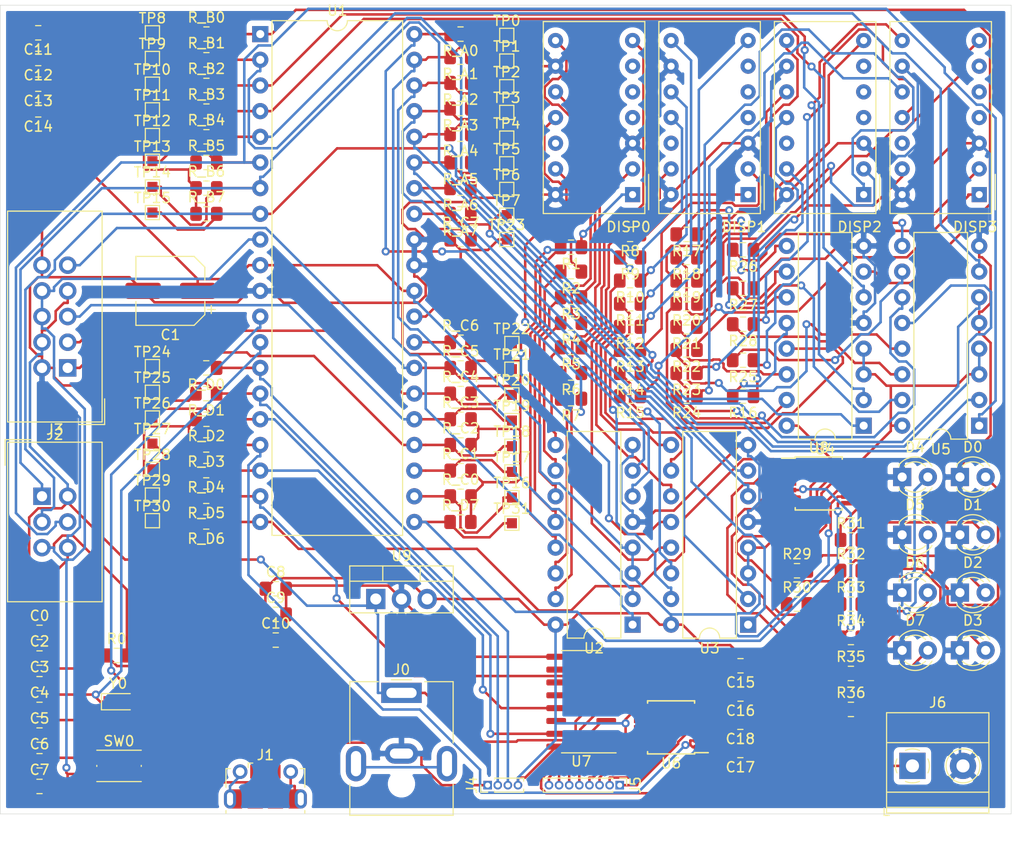
<source format=kicad_pcb>
(kicad_pcb (version 20171130) (host pcbnew 5.1.4)

  (general
    (thickness 1.6)
    (drawings 4)
    (tracks 1900)
    (zones 0)
    (modules 150)
    (nets 149)
  )

  (page A4)
  (layers
    (0 F.Cu signal)
    (31 B.Cu signal)
    (32 B.Adhes user)
    (33 F.Adhes user)
    (34 B.Paste user)
    (35 F.Paste user)
    (36 B.SilkS user)
    (37 F.SilkS user)
    (38 B.Mask user)
    (39 F.Mask user)
    (40 Dwgs.User user)
    (41 Cmts.User user)
    (42 Eco1.User user)
    (43 Eco2.User user)
    (44 Edge.Cuts user)
    (45 Margin user)
    (46 B.CrtYd user)
    (47 F.CrtYd user)
    (48 B.Fab user)
    (49 F.Fab user)
  )

  (setup
    (last_trace_width 0.25)
    (trace_clearance 0.2)
    (zone_clearance 0.508)
    (zone_45_only no)
    (trace_min 0.2)
    (via_size 0.8)
    (via_drill 0.4)
    (via_min_size 0.4)
    (via_min_drill 0.3)
    (uvia_size 0.8)
    (uvia_drill 0.4)
    (uvias_allowed no)
    (uvia_min_size 0.2)
    (uvia_min_drill 0.1)
    (edge_width 0.05)
    (segment_width 0.18)
    (pcb_text_width 0.3)
    (pcb_text_size 1.5 1.5)
    (mod_edge_width 0.12)
    (mod_text_size 1 1)
    (mod_text_width 0.15)
    (pad_size 1.15 1.4)
    (pad_drill 0)
    (pad_to_mask_clearance 0.1)
    (solder_mask_min_width 0.25)
    (aux_axis_origin 0 0)
    (visible_elements 7FFFFFFF)
    (pcbplotparams
      (layerselection 0x010fc_ffffffff)
      (usegerberextensions false)
      (usegerberattributes false)
      (usegerberadvancedattributes false)
      (creategerberjobfile false)
      (excludeedgelayer true)
      (linewidth 0.100000)
      (plotframeref false)
      (viasonmask false)
      (mode 1)
      (useauxorigin false)
      (hpglpennumber 1)
      (hpglpenspeed 20)
      (hpglpendiameter 15.000000)
      (psnegative false)
      (psa4output false)
      (plotreference true)
      (plotvalue true)
      (plotinvisibletext false)
      (padsonsilk false)
      (subtractmaskfromsilk false)
      (outputformat 1)
      (mirror false)
      (drillshape 1)
      (scaleselection 1)
      (outputdirectory "fabrication/"))
  )

  (net 0 "")
  (net 1 Vss)
  (net 2 "Net-(C0-Pad1)")
  (net 3 Vdd)
  (net 4 "Net-(C3-Pad1)")
  (net 5 "Net-(C4-Pad1)")
  (net 6 NRST)
  (net 7 "Net-(D0-Pad2)")
  (net 8 "Net-(D1-Pad2)")
  (net 9 "Net-(D2-Pad2)")
  (net 10 "Net-(D3-Pad2)")
  (net 11 "Net-(D4-Pad2)")
  (net 12 "Net-(D5-Pad2)")
  (net 13 "Net-(D6-Pad2)")
  (net 14 "Net-(D7-Pad2)")
  (net 15 "Net-(DISP0-Pad10)")
  (net 16 "Net-(DISP0-Pad7)")
  (net 17 "Net-(DISP0-Pad6)")
  (net 18 "Net-(DISP0-Pad4)")
  (net 19 "Net-(DISP0-Pad2)")
  (net 20 "Net-(DISP1-Pad10)")
  (net 21 "Net-(DISP1-Pad7)")
  (net 22 "Net-(DISP1-Pad6)")
  (net 23 "Net-(DISP1-Pad4)")
  (net 24 "Net-(DISP1-Pad2)")
  (net 25 "Net-(DISP2-Pad10)")
  (net 26 "Net-(DISP2-Pad7)")
  (net 27 "Net-(DISP2-Pad6)")
  (net 28 "Net-(DISP2-Pad4)")
  (net 29 "Net-(DISP2-Pad2)")
  (net 30 "Net-(DISP3-Pad10)")
  (net 31 "Net-(DISP3-Pad7)")
  (net 32 "Net-(DISP3-Pad6)")
  (net 33 "Net-(DISP3-Pad4)")
  (net 34 "Net-(DISP3-Pad2)")
  (net 35 "Net-(J0-PadMP)")
  (net 36 "Net-(J1-Pad6)")
  (net 37 "Net-(J1-Pad3)")
  (net 38 "Net-(J1-Pad4)")
  (net 39 "Net-(J1-Pad2)")
  (net 40 TDI)
  (net 41 TMS)
  (net 42 TDO)
  (net 43 TCK)
  (net 44 MOSI)
  (net 45 SCK)
  (net 46 MISO)
  (net 47 RXD)
  (net 48 TXD)
  (net 49 "Net-(J5-Pad8)")
  (net 50 "Net-(J5-Pad7)")
  (net 51 "Net-(J5-Pad6)")
  (net 52 "Net-(J5-Pad5)")
  (net 53 "Net-(J5-Pad4)")
  (net 54 "Net-(J5-Pad3)")
  (net 55 "Net-(J5-Pad2)")
  (net 56 "Net-(J5-Pad1)")
  (net 57 "Net-(R1-Pad2)")
  (net 58 "Net-(R2-Pad2)")
  (net 59 "Net-(R3-Pad2)")
  (net 60 "Net-(R4-Pad2)")
  (net 61 "Net-(R5-Pad2)")
  (net 62 "Net-(R6-Pad2)")
  (net 63 "Net-(R7-Pad2)")
  (net 64 "Net-(R8-Pad2)")
  (net 65 "Net-(R9-Pad2)")
  (net 66 "Net-(R10-Pad2)")
  (net 67 "Net-(R11-Pad2)")
  (net 68 "Net-(R12-Pad2)")
  (net 69 "Net-(R13-Pad2)")
  (net 70 "Net-(R14-Pad2)")
  (net 71 "Net-(R15-Pad2)")
  (net 72 "Net-(R16-Pad2)")
  (net 73 "Net-(R17-Pad2)")
  (net 74 "Net-(R18-Pad2)")
  (net 75 "Net-(R19-Pad2)")
  (net 76 "Net-(R20-Pad2)")
  (net 77 "Net-(R21-Pad2)")
  (net 78 "Net-(R22-Pad2)")
  (net 79 "Net-(R23-Pad2)")
  (net 80 "Net-(R24-Pad2)")
  (net 81 "Net-(R25-Pad2)")
  (net 82 "Net-(R26-Pad2)")
  (net 83 "Net-(R27-Pad2)")
  (net 84 "Net-(R28-Pad2)")
  (net 85 "Net-(R29-Pad1)")
  (net 86 "Net-(R30-Pad1)")
  (net 87 "Net-(R31-Pad1)")
  (net 88 "Net-(R32-Pad1)")
  (net 89 "Net-(R33-Pad1)")
  (net 90 "Net-(R34-Pad1)")
  (net 91 "Net-(R35-Pad1)")
  (net 92 "Net-(R36-Pad1)")
  (net 93 /Display/CHAR0_0)
  (net 94 /Display/CHAR0_1)
  (net 95 /Display/CHAR0_2)
  (net 96 /Display/CHAR0_3)
  (net 97 /Display/CHAR1_0)
  (net 98 /Display/CHAR1_1)
  (net 99 /Display/CHAR1_2)
  (net 100 /Display/CHAR1_3)
  (net 101 /Display/CHAR2_0)
  (net 102 /Display/CHAR2_1)
  (net 103 /Display/CHAR2_2)
  (net 104 /Display/CHAR2_3)
  (net 105 /Display/CHAR3_0)
  (net 106 "Net-(R_C0-Pad1)")
  (net 107 "Net-(R_C1-Pad1)")
  (net 108 "Net-(R_C6-Pad1)")
  (net 109 "Net-(R_C7-Pad1)")
  (net 110 LOAD)
  (net 111 ROWS)
  (net 112 COLUMNS)
  (net 113 CLK_BUTTONS)
  (net 114 STATUS)
  (net 115 CLK_STATUS)
  (net 116 "Net-(U6-Pad13)")
  (net 117 "Net-(U6-Pad12)")
  (net 118 "Net-(U6-Pad11)")
  (net 119 "Net-(U6-Pad10)")
  (net 120 "Net-(U7-Pad14)")
  (net 121 "Net-(U7-Pad12)")
  (net 122 "Net-(U7-Pad11)")
  (net 123 "Net-(U7-Pad10)")
  (net 124 "Net-(U7-Pad1)")
  (net 125 "Net-(DISP0-Pad1)")
  (net 126 "Net-(DISP0-Pad5)")
  (net 127 "Net-(DISP0-Pad8)")
  (net 128 "Net-(DISP0-Pad11)")
  (net 129 "Net-(DISP0-Pad12)")
  (net 130 "Net-(DISP0-Pad13)")
  (net 131 "Net-(DISP1-Pad13)")
  (net 132 "Net-(DISP1-Pad12)")
  (net 133 "Net-(DISP1-Pad11)")
  (net 134 "Net-(DISP1-Pad8)")
  (net 135 "Net-(DISP1-Pad5)")
  (net 136 "Net-(DISP1-Pad1)")
  (net 137 "Net-(DISP2-Pad1)")
  (net 138 "Net-(DISP2-Pad5)")
  (net 139 "Net-(DISP2-Pad8)")
  (net 140 "Net-(DISP2-Pad11)")
  (net 141 "Net-(DISP2-Pad12)")
  (net 142 "Net-(DISP2-Pad13)")
  (net 143 "Net-(DISP3-Pad13)")
  (net 144 "Net-(DISP3-Pad12)")
  (net 145 "Net-(DISP3-Pad11)")
  (net 146 "Net-(DISP3-Pad8)")
  (net 147 "Net-(DISP3-Pad5)")
  (net 148 "Net-(DISP3-Pad1)")

  (net_class Default "Dies ist die voreingestellte Netzklasse."
    (clearance 0.2)
    (trace_width 0.25)
    (via_dia 0.8)
    (via_drill 0.4)
    (uvia_dia 0.8)
    (uvia_drill 0.4)
    (add_net /Display/CHAR0_0)
    (add_net /Display/CHAR0_1)
    (add_net /Display/CHAR0_2)
    (add_net /Display/CHAR0_3)
    (add_net /Display/CHAR1_0)
    (add_net /Display/CHAR1_1)
    (add_net /Display/CHAR1_2)
    (add_net /Display/CHAR1_3)
    (add_net /Display/CHAR2_0)
    (add_net /Display/CHAR2_1)
    (add_net /Display/CHAR2_2)
    (add_net /Display/CHAR2_3)
    (add_net /Display/CHAR3_0)
    (add_net CLK_BUTTONS)
    (add_net CLK_STATUS)
    (add_net COLUMNS)
    (add_net LOAD)
    (add_net MISO)
    (add_net MOSI)
    (add_net NRST)
    (add_net "Net-(C0-Pad1)")
    (add_net "Net-(C3-Pad1)")
    (add_net "Net-(C4-Pad1)")
    (add_net "Net-(D0-Pad2)")
    (add_net "Net-(D1-Pad2)")
    (add_net "Net-(D2-Pad2)")
    (add_net "Net-(D3-Pad2)")
    (add_net "Net-(D4-Pad2)")
    (add_net "Net-(D5-Pad2)")
    (add_net "Net-(D6-Pad2)")
    (add_net "Net-(D7-Pad2)")
    (add_net "Net-(DISP0-Pad1)")
    (add_net "Net-(DISP0-Pad10)")
    (add_net "Net-(DISP0-Pad11)")
    (add_net "Net-(DISP0-Pad12)")
    (add_net "Net-(DISP0-Pad13)")
    (add_net "Net-(DISP0-Pad2)")
    (add_net "Net-(DISP0-Pad4)")
    (add_net "Net-(DISP0-Pad5)")
    (add_net "Net-(DISP0-Pad6)")
    (add_net "Net-(DISP0-Pad7)")
    (add_net "Net-(DISP0-Pad8)")
    (add_net "Net-(DISP1-Pad1)")
    (add_net "Net-(DISP1-Pad10)")
    (add_net "Net-(DISP1-Pad11)")
    (add_net "Net-(DISP1-Pad12)")
    (add_net "Net-(DISP1-Pad13)")
    (add_net "Net-(DISP1-Pad2)")
    (add_net "Net-(DISP1-Pad4)")
    (add_net "Net-(DISP1-Pad5)")
    (add_net "Net-(DISP1-Pad6)")
    (add_net "Net-(DISP1-Pad7)")
    (add_net "Net-(DISP1-Pad8)")
    (add_net "Net-(DISP2-Pad1)")
    (add_net "Net-(DISP2-Pad10)")
    (add_net "Net-(DISP2-Pad11)")
    (add_net "Net-(DISP2-Pad12)")
    (add_net "Net-(DISP2-Pad13)")
    (add_net "Net-(DISP2-Pad2)")
    (add_net "Net-(DISP2-Pad4)")
    (add_net "Net-(DISP2-Pad5)")
    (add_net "Net-(DISP2-Pad6)")
    (add_net "Net-(DISP2-Pad7)")
    (add_net "Net-(DISP2-Pad8)")
    (add_net "Net-(DISP3-Pad1)")
    (add_net "Net-(DISP3-Pad10)")
    (add_net "Net-(DISP3-Pad11)")
    (add_net "Net-(DISP3-Pad12)")
    (add_net "Net-(DISP3-Pad13)")
    (add_net "Net-(DISP3-Pad2)")
    (add_net "Net-(DISP3-Pad4)")
    (add_net "Net-(DISP3-Pad5)")
    (add_net "Net-(DISP3-Pad6)")
    (add_net "Net-(DISP3-Pad7)")
    (add_net "Net-(DISP3-Pad8)")
    (add_net "Net-(J0-PadMP)")
    (add_net "Net-(J1-Pad2)")
    (add_net "Net-(J1-Pad3)")
    (add_net "Net-(J1-Pad4)")
    (add_net "Net-(J1-Pad6)")
    (add_net "Net-(J5-Pad1)")
    (add_net "Net-(J5-Pad2)")
    (add_net "Net-(J5-Pad3)")
    (add_net "Net-(J5-Pad4)")
    (add_net "Net-(J5-Pad5)")
    (add_net "Net-(J5-Pad6)")
    (add_net "Net-(J5-Pad7)")
    (add_net "Net-(J5-Pad8)")
    (add_net "Net-(R1-Pad2)")
    (add_net "Net-(R10-Pad2)")
    (add_net "Net-(R11-Pad2)")
    (add_net "Net-(R12-Pad2)")
    (add_net "Net-(R13-Pad2)")
    (add_net "Net-(R14-Pad2)")
    (add_net "Net-(R15-Pad2)")
    (add_net "Net-(R16-Pad2)")
    (add_net "Net-(R17-Pad2)")
    (add_net "Net-(R18-Pad2)")
    (add_net "Net-(R19-Pad2)")
    (add_net "Net-(R2-Pad2)")
    (add_net "Net-(R20-Pad2)")
    (add_net "Net-(R21-Pad2)")
    (add_net "Net-(R22-Pad2)")
    (add_net "Net-(R23-Pad2)")
    (add_net "Net-(R24-Pad2)")
    (add_net "Net-(R25-Pad2)")
    (add_net "Net-(R26-Pad2)")
    (add_net "Net-(R27-Pad2)")
    (add_net "Net-(R28-Pad2)")
    (add_net "Net-(R29-Pad1)")
    (add_net "Net-(R3-Pad2)")
    (add_net "Net-(R30-Pad1)")
    (add_net "Net-(R31-Pad1)")
    (add_net "Net-(R32-Pad1)")
    (add_net "Net-(R33-Pad1)")
    (add_net "Net-(R34-Pad1)")
    (add_net "Net-(R35-Pad1)")
    (add_net "Net-(R36-Pad1)")
    (add_net "Net-(R4-Pad2)")
    (add_net "Net-(R5-Pad2)")
    (add_net "Net-(R6-Pad2)")
    (add_net "Net-(R7-Pad2)")
    (add_net "Net-(R8-Pad2)")
    (add_net "Net-(R9-Pad2)")
    (add_net "Net-(R_C0-Pad1)")
    (add_net "Net-(R_C1-Pad1)")
    (add_net "Net-(R_C6-Pad1)")
    (add_net "Net-(R_C7-Pad1)")
    (add_net "Net-(U6-Pad10)")
    (add_net "Net-(U6-Pad11)")
    (add_net "Net-(U6-Pad12)")
    (add_net "Net-(U6-Pad13)")
    (add_net "Net-(U7-Pad1)")
    (add_net "Net-(U7-Pad10)")
    (add_net "Net-(U7-Pad11)")
    (add_net "Net-(U7-Pad12)")
    (add_net "Net-(U7-Pad14)")
    (add_net ROWS)
    (add_net RXD)
    (add_net SCK)
    (add_net STATUS)
    (add_net TCK)
    (add_net TDI)
    (add_net TDO)
    (add_net TMS)
    (add_net TXD)
    (add_net Vdd)
    (add_net Vss)
  )

  (module Package_DIP:DIP-40_W15.24mm (layer F.Cu) (tedit 5A02E8C5) (tstamp 5DDBD5F0)
    (at 45.72 22.86)
    (descr "40-lead though-hole mounted DIP package, row spacing 15.24 mm (600 mils)")
    (tags "THT DIP DIL PDIP 2.54mm 15.24mm 600mil")
    (path /5DB85A9E)
    (fp_text reference U1 (at 7.62 -2.33) (layer F.SilkS)
      (effects (font (size 1 1) (thickness 0.15)))
    )
    (fp_text value ATmega16A-PU (at 7.62 50.59) (layer F.Fab)
      (effects (font (size 1 1) (thickness 0.15)))
    )
    (fp_text user %R (at 7.62 24.13) (layer F.Fab)
      (effects (font (size 1 1) (thickness 0.15)))
    )
    (fp_line (start 16.3 -1.55) (end -1.05 -1.55) (layer F.CrtYd) (width 0.05))
    (fp_line (start 16.3 49.8) (end 16.3 -1.55) (layer F.CrtYd) (width 0.05))
    (fp_line (start -1.05 49.8) (end 16.3 49.8) (layer F.CrtYd) (width 0.05))
    (fp_line (start -1.05 -1.55) (end -1.05 49.8) (layer F.CrtYd) (width 0.05))
    (fp_line (start 14.08 -1.33) (end 8.62 -1.33) (layer F.SilkS) (width 0.12))
    (fp_line (start 14.08 49.59) (end 14.08 -1.33) (layer F.SilkS) (width 0.12))
    (fp_line (start 1.16 49.59) (end 14.08 49.59) (layer F.SilkS) (width 0.12))
    (fp_line (start 1.16 -1.33) (end 1.16 49.59) (layer F.SilkS) (width 0.12))
    (fp_line (start 6.62 -1.33) (end 1.16 -1.33) (layer F.SilkS) (width 0.12))
    (fp_line (start 0.255 -0.27) (end 1.255 -1.27) (layer F.Fab) (width 0.1))
    (fp_line (start 0.255 49.53) (end 0.255 -0.27) (layer F.Fab) (width 0.1))
    (fp_line (start 14.985 49.53) (end 0.255 49.53) (layer F.Fab) (width 0.1))
    (fp_line (start 14.985 -1.27) (end 14.985 49.53) (layer F.Fab) (width 0.1))
    (fp_line (start 1.255 -1.27) (end 14.985 -1.27) (layer F.Fab) (width 0.1))
    (fp_arc (start 7.62 -1.33) (end 6.62 -1.33) (angle -180) (layer F.SilkS) (width 0.12))
    (pad 40 thru_hole oval (at 15.24 0) (size 1.6 1.6) (drill 0.8) (layers *.Cu *.Mask)
      (net 93 /Display/CHAR0_0))
    (pad 20 thru_hole oval (at 0 48.26) (size 1.6 1.6) (drill 0.8) (layers *.Cu *.Mask)
      (net 114 STATUS))
    (pad 39 thru_hole oval (at 15.24 2.54) (size 1.6 1.6) (drill 0.8) (layers *.Cu *.Mask)
      (net 94 /Display/CHAR0_1))
    (pad 19 thru_hole oval (at 0 45.72) (size 1.6 1.6) (drill 0.8) (layers *.Cu *.Mask)
      (net 113 CLK_BUTTONS))
    (pad 38 thru_hole oval (at 15.24 5.08) (size 1.6 1.6) (drill 0.8) (layers *.Cu *.Mask)
      (net 95 /Display/CHAR0_2))
    (pad 18 thru_hole oval (at 0 43.18) (size 1.6 1.6) (drill 0.8) (layers *.Cu *.Mask)
      (net 112 COLUMNS))
    (pad 37 thru_hole oval (at 15.24 7.62) (size 1.6 1.6) (drill 0.8) (layers *.Cu *.Mask)
      (net 96 /Display/CHAR0_3))
    (pad 17 thru_hole oval (at 0 40.64) (size 1.6 1.6) (drill 0.8) (layers *.Cu *.Mask)
      (net 111 ROWS))
    (pad 36 thru_hole oval (at 15.24 10.16) (size 1.6 1.6) (drill 0.8) (layers *.Cu *.Mask)
      (net 97 /Display/CHAR1_0))
    (pad 16 thru_hole oval (at 0 38.1) (size 1.6 1.6) (drill 0.8) (layers *.Cu *.Mask)
      (net 110 LOAD))
    (pad 35 thru_hole oval (at 15.24 12.7) (size 1.6 1.6) (drill 0.8) (layers *.Cu *.Mask)
      (net 98 /Display/CHAR1_1))
    (pad 15 thru_hole oval (at 0 35.56) (size 1.6 1.6) (drill 0.8) (layers *.Cu *.Mask)
      (net 48 TXD))
    (pad 34 thru_hole oval (at 15.24 15.24) (size 1.6 1.6) (drill 0.8) (layers *.Cu *.Mask)
      (net 99 /Display/CHAR1_2))
    (pad 14 thru_hole oval (at 0 33.02) (size 1.6 1.6) (drill 0.8) (layers *.Cu *.Mask)
      (net 47 RXD))
    (pad 33 thru_hole oval (at 15.24 17.78) (size 1.6 1.6) (drill 0.8) (layers *.Cu *.Mask)
      (net 100 /Display/CHAR1_3))
    (pad 13 thru_hole oval (at 0 30.48) (size 1.6 1.6) (drill 0.8) (layers *.Cu *.Mask)
      (net 4 "Net-(C3-Pad1)"))
    (pad 32 thru_hole oval (at 15.24 20.32) (size 1.6 1.6) (drill 0.8) (layers *.Cu *.Mask)
      (net 1 Vss))
    (pad 12 thru_hole oval (at 0 27.94) (size 1.6 1.6) (drill 0.8) (layers *.Cu *.Mask)
      (net 5 "Net-(C4-Pad1)"))
    (pad 31 thru_hole oval (at 15.24 22.86) (size 1.6 1.6) (drill 0.8) (layers *.Cu *.Mask)
      (net 1 Vss))
    (pad 11 thru_hole oval (at 0 25.4) (size 1.6 1.6) (drill 0.8) (layers *.Cu *.Mask)
      (net 1 Vss))
    (pad 30 thru_hole oval (at 15.24 25.4) (size 1.6 1.6) (drill 0.8) (layers *.Cu *.Mask)
      (net 3 Vdd))
    (pad 10 thru_hole oval (at 0 22.86) (size 1.6 1.6) (drill 0.8) (layers *.Cu *.Mask)
      (net 3 Vdd))
    (pad 29 thru_hole oval (at 15.24 27.94) (size 1.6 1.6) (drill 0.8) (layers *.Cu *.Mask)
      (net 109 "Net-(R_C7-Pad1)"))
    (pad 9 thru_hole oval (at 0 20.32) (size 1.6 1.6) (drill 0.8) (layers *.Cu *.Mask)
      (net 6 NRST))
    (pad 28 thru_hole oval (at 15.24 30.48) (size 1.6 1.6) (drill 0.8) (layers *.Cu *.Mask)
      (net 108 "Net-(R_C6-Pad1)"))
    (pad 8 thru_hole oval (at 0 17.78) (size 1.6 1.6) (drill 0.8) (layers *.Cu *.Mask)
      (net 45 SCK))
    (pad 27 thru_hole oval (at 15.24 33.02) (size 1.6 1.6) (drill 0.8) (layers *.Cu *.Mask)
      (net 40 TDI))
    (pad 7 thru_hole oval (at 0 15.24) (size 1.6 1.6) (drill 0.8) (layers *.Cu *.Mask)
      (net 46 MISO))
    (pad 26 thru_hole oval (at 15.24 35.56) (size 1.6 1.6) (drill 0.8) (layers *.Cu *.Mask)
      (net 42 TDO))
    (pad 6 thru_hole oval (at 0 12.7) (size 1.6 1.6) (drill 0.8) (layers *.Cu *.Mask)
      (net 44 MOSI))
    (pad 25 thru_hole oval (at 15.24 38.1) (size 1.6 1.6) (drill 0.8) (layers *.Cu *.Mask)
      (net 41 TMS))
    (pad 5 thru_hole oval (at 0 10.16) (size 1.6 1.6) (drill 0.8) (layers *.Cu *.Mask)
      (net 105 /Display/CHAR3_0))
    (pad 24 thru_hole oval (at 15.24 40.64) (size 1.6 1.6) (drill 0.8) (layers *.Cu *.Mask)
      (net 43 TCK))
    (pad 4 thru_hole oval (at 0 7.62) (size 1.6 1.6) (drill 0.8) (layers *.Cu *.Mask)
      (net 104 /Display/CHAR2_3))
    (pad 23 thru_hole oval (at 15.24 43.18) (size 1.6 1.6) (drill 0.8) (layers *.Cu *.Mask)
      (net 107 "Net-(R_C1-Pad1)"))
    (pad 3 thru_hole oval (at 0 5.08) (size 1.6 1.6) (drill 0.8) (layers *.Cu *.Mask)
      (net 103 /Display/CHAR2_2))
    (pad 22 thru_hole oval (at 15.24 45.72) (size 1.6 1.6) (drill 0.8) (layers *.Cu *.Mask)
      (net 106 "Net-(R_C0-Pad1)"))
    (pad 2 thru_hole oval (at 0 2.54) (size 1.6 1.6) (drill 0.8) (layers *.Cu *.Mask)
      (net 102 /Display/CHAR2_1))
    (pad 21 thru_hole oval (at 15.24 48.26) (size 1.6 1.6) (drill 0.8) (layers *.Cu *.Mask)
      (net 115 CLK_STATUS))
    (pad 1 thru_hole rect (at 0 0) (size 1.6 1.6) (drill 0.8) (layers *.Cu *.Mask)
      (net 101 /Display/CHAR2_0))
    (model ${KISYS3DMOD}/Package_DIP.3dshapes/DIP-40_W15.24mm.wrl
      (at (xyz 0 0 0))
      (scale (xyz 1 1 1))
      (rotate (xyz 0 0 0))
    )
  )

  (module Resistor_SMD:R_0805_2012Metric_Pad1.15x1.40mm_HandSolder (layer F.Cu) (tedit 5B36C52B) (tstamp 5DDBD213)
    (at 65.523 32.766 180)
    (descr "Resistor SMD 0805 (2012 Metric), square (rectangular) end terminal, IPC_7351 nominal with elongated pad for handsoldering. (Body size source: https://docs.google.com/spreadsheets/d/1BsfQQcO9C6DZCsRaXUlFlo91Tg2WpOkGARC1WS5S8t0/edit?usp=sharing), generated with kicad-footprint-generator")
    (tags "resistor handsolder")
    (path /5DE41C32)
    (attr smd)
    (fp_text reference R_A4 (at 0 -1.65) (layer F.SilkS)
      (effects (font (size 1 1) (thickness 0.15)))
    )
    (fp_text value R (at 0 1.65) (layer F.Fab)
      (effects (font (size 1 1) (thickness 0.15)))
    )
    (fp_text user %R (at 0 0) (layer F.Fab)
      (effects (font (size 0.5 0.5) (thickness 0.08)))
    )
    (fp_line (start 1.85 0.95) (end -1.85 0.95) (layer F.CrtYd) (width 0.05))
    (fp_line (start 1.85 -0.95) (end 1.85 0.95) (layer F.CrtYd) (width 0.05))
    (fp_line (start -1.85 -0.95) (end 1.85 -0.95) (layer F.CrtYd) (width 0.05))
    (fp_line (start -1.85 0.95) (end -1.85 -0.95) (layer F.CrtYd) (width 0.05))
    (fp_line (start -0.261252 0.71) (end 0.261252 0.71) (layer F.SilkS) (width 0.12))
    (fp_line (start -0.261252 -0.71) (end 0.261252 -0.71) (layer F.SilkS) (width 0.12))
    (fp_line (start 1 0.6) (end -1 0.6) (layer F.Fab) (width 0.1))
    (fp_line (start 1 -0.6) (end 1 0.6) (layer F.Fab) (width 0.1))
    (fp_line (start -1 -0.6) (end 1 -0.6) (layer F.Fab) (width 0.1))
    (fp_line (start -1 0.6) (end -1 -0.6) (layer F.Fab) (width 0.1))
    (pad 2 smd roundrect (at 1.025 0 180) (size 1.15 1.4) (layers F.Cu F.Paste F.Mask) (roundrect_rratio 0.217391)
      (net 97 /Display/CHAR1_0))
    (pad 1 smd roundrect (at -1.025 0 180) (size 1.15 1.4) (layers F.Cu F.Paste F.Mask) (roundrect_rratio 0.217391)
      (net 1 Vss))
    (model ${KISYS3DMOD}/Resistor_SMD.3dshapes/R_0805_2012Metric.wrl
      (at (xyz 0 0 0))
      (scale (xyz 1 1 1))
      (rotate (xyz 0 0 0))
    )
  )

  (module Resistor_SMD:R_0805_2012Metric_Pad1.15x1.40mm_HandSolder (layer F.Cu) (tedit 5B36C52B) (tstamp 5DDBD1CF)
    (at 65.532 22.86 180)
    (descr "Resistor SMD 0805 (2012 Metric), square (rectangular) end terminal, IPC_7351 nominal with elongated pad for handsoldering. (Body size source: https://docs.google.com/spreadsheets/d/1BsfQQcO9C6DZCsRaXUlFlo91Tg2WpOkGARC1WS5S8t0/edit?usp=sharing), generated with kicad-footprint-generator")
    (tags "resistor handsolder")
    (path /5DE3F959)
    (attr smd)
    (fp_text reference R_A0 (at 0 -1.65) (layer F.SilkS)
      (effects (font (size 1 1) (thickness 0.15)))
    )
    (fp_text value R (at 0 1.65) (layer F.Fab)
      (effects (font (size 1 1) (thickness 0.15)))
    )
    (fp_text user %R (at 0 0) (layer F.Fab)
      (effects (font (size 0.5 0.5) (thickness 0.08)))
    )
    (fp_line (start 1.85 0.95) (end -1.85 0.95) (layer F.CrtYd) (width 0.05))
    (fp_line (start 1.85 -0.95) (end 1.85 0.95) (layer F.CrtYd) (width 0.05))
    (fp_line (start -1.85 -0.95) (end 1.85 -0.95) (layer F.CrtYd) (width 0.05))
    (fp_line (start -1.85 0.95) (end -1.85 -0.95) (layer F.CrtYd) (width 0.05))
    (fp_line (start -0.261252 0.71) (end 0.261252 0.71) (layer F.SilkS) (width 0.12))
    (fp_line (start -0.261252 -0.71) (end 0.261252 -0.71) (layer F.SilkS) (width 0.12))
    (fp_line (start 1 0.6) (end -1 0.6) (layer F.Fab) (width 0.1))
    (fp_line (start 1 -0.6) (end 1 0.6) (layer F.Fab) (width 0.1))
    (fp_line (start -1 -0.6) (end 1 -0.6) (layer F.Fab) (width 0.1))
    (fp_line (start -1 0.6) (end -1 -0.6) (layer F.Fab) (width 0.1))
    (pad 2 smd roundrect (at 1.025 0 180) (size 1.15 1.4) (layers F.Cu F.Paste F.Mask) (roundrect_rratio 0.217391)
      (net 93 /Display/CHAR0_0))
    (pad 1 smd roundrect (at -1.025 0 180) (size 1.15 1.4) (layers F.Cu F.Paste F.Mask) (roundrect_rratio 0.217391)
      (net 1 Vss))
    (model ${KISYS3DMOD}/Resistor_SMD.3dshapes/R_0805_2012Metric.wrl
      (at (xyz 0 0 0))
      (scale (xyz 1 1 1))
      (rotate (xyz 0 0 0))
    )
  )

  (module Crystal:Crystal_SMD_2012-2Pin_2.0x1.2mm_HandSoldering (layer F.Cu) (tedit 5A0FD1B2) (tstamp 5DDBD719)
    (at 31.659 88.9)
    (descr "SMD Crystal 2012/2 http://txccrystal.com/images/pdf/9ht11.pdf, hand-soldering, 2.0x1.2mm^2 package")
    (tags "SMD SMT crystal hand-soldering")
    (path /5DCCBC8A)
    (attr smd)
    (fp_text reference Y0 (at 0 -1.8) (layer F.SilkS)
      (effects (font (size 1 1) (thickness 0.15)))
    )
    (fp_text value Crystal (at 0 1.8) (layer F.Fab)
      (effects (font (size 1 1) (thickness 0.15)))
    )
    (fp_circle (center 0 0) (end 0.046667 0) (layer F.Adhes) (width 0.093333))
    (fp_circle (center 0 0) (end 0.106667 0) (layer F.Adhes) (width 0.066667))
    (fp_circle (center 0 0) (end 0.166667 0) (layer F.Adhes) (width 0.066667))
    (fp_circle (center 0 0) (end 0.2 0) (layer F.Adhes) (width 0.1))
    (fp_line (start 1.7 -0.9) (end -1.7 -0.9) (layer F.CrtYd) (width 0.05))
    (fp_line (start 1.7 0.9) (end 1.7 -0.9) (layer F.CrtYd) (width 0.05))
    (fp_line (start -1.7 0.9) (end 1.7 0.9) (layer F.CrtYd) (width 0.05))
    (fp_line (start -1.7 -0.9) (end -1.7 0.9) (layer F.CrtYd) (width 0.05))
    (fp_line (start -1.65 0.8) (end 1.2 0.8) (layer F.SilkS) (width 0.12))
    (fp_line (start -1.65 -0.8) (end -1.65 0.8) (layer F.SilkS) (width 0.12))
    (fp_line (start 1.2 -0.8) (end -1.65 -0.8) (layer F.SilkS) (width 0.12))
    (fp_line (start -1 0.1) (end -0.5 0.6) (layer F.Fab) (width 0.1))
    (fp_line (start 1 -0.6) (end -1 -0.6) (layer F.Fab) (width 0.1))
    (fp_line (start 1 0.6) (end 1 -0.6) (layer F.Fab) (width 0.1))
    (fp_line (start -1 0.6) (end 1 0.6) (layer F.Fab) (width 0.1))
    (fp_line (start -1 -0.6) (end -1 0.6) (layer F.Fab) (width 0.1))
    (fp_text user %R (at 0 0) (layer F.Fab)
      (effects (font (size 0.5 0.5) (thickness 0.075)))
    )
    (pad 2 smd rect (at 0.925 0) (size 1.05 1.1) (layers F.Cu F.Paste F.Mask)
      (net 5 "Net-(C4-Pad1)"))
    (pad 1 smd rect (at -0.925 0) (size 1.05 1.1) (layers F.Cu F.Paste F.Mask)
      (net 4 "Net-(C3-Pad1)"))
    (model ${KISYS3DMOD}/Crystal.3dshapes/Crystal_SMD_2012-2Pin_2.0x1.2mm_HandSoldering.wrl
      (at (xyz 0 0 0))
      (scale (xyz 1 1 1))
      (rotate (xyz 0 0 0))
    )
  )

  (module Package_TO_SOT_THT:TO-220-3_Vertical (layer F.Cu) (tedit 5AC8BA0D) (tstamp 5DDBD702)
    (at 57.15 78.74)
    (descr "TO-220-3, Vertical, RM 2.54mm, see https://www.vishay.com/docs/66542/to-220-1.pdf")
    (tags "TO-220-3 Vertical RM 2.54mm")
    (path /5DE337F2)
    (fp_text reference U9 (at 2.54 -4.27) (layer F.SilkS)
      (effects (font (size 1 1) (thickness 0.15)))
    )
    (fp_text value L7805 (at 2.54 2.5) (layer F.Fab)
      (effects (font (size 1 1) (thickness 0.15)))
    )
    (fp_text user %R (at 2.54 -4.27) (layer F.Fab)
      (effects (font (size 1 1) (thickness 0.15)))
    )
    (fp_line (start 7.79 -3.4) (end -2.71 -3.4) (layer F.CrtYd) (width 0.05))
    (fp_line (start 7.79 1.51) (end 7.79 -3.4) (layer F.CrtYd) (width 0.05))
    (fp_line (start -2.71 1.51) (end 7.79 1.51) (layer F.CrtYd) (width 0.05))
    (fp_line (start -2.71 -3.4) (end -2.71 1.51) (layer F.CrtYd) (width 0.05))
    (fp_line (start 4.391 -3.27) (end 4.391 -1.76) (layer F.SilkS) (width 0.12))
    (fp_line (start 0.69 -3.27) (end 0.69 -1.76) (layer F.SilkS) (width 0.12))
    (fp_line (start -2.58 -1.76) (end 7.66 -1.76) (layer F.SilkS) (width 0.12))
    (fp_line (start 7.66 -3.27) (end 7.66 1.371) (layer F.SilkS) (width 0.12))
    (fp_line (start -2.58 -3.27) (end -2.58 1.371) (layer F.SilkS) (width 0.12))
    (fp_line (start -2.58 1.371) (end 7.66 1.371) (layer F.SilkS) (width 0.12))
    (fp_line (start -2.58 -3.27) (end 7.66 -3.27) (layer F.SilkS) (width 0.12))
    (fp_line (start 4.39 -3.15) (end 4.39 -1.88) (layer F.Fab) (width 0.1))
    (fp_line (start 0.69 -3.15) (end 0.69 -1.88) (layer F.Fab) (width 0.1))
    (fp_line (start -2.46 -1.88) (end 7.54 -1.88) (layer F.Fab) (width 0.1))
    (fp_line (start 7.54 -3.15) (end -2.46 -3.15) (layer F.Fab) (width 0.1))
    (fp_line (start 7.54 1.25) (end 7.54 -3.15) (layer F.Fab) (width 0.1))
    (fp_line (start -2.46 1.25) (end 7.54 1.25) (layer F.Fab) (width 0.1))
    (fp_line (start -2.46 -3.15) (end -2.46 1.25) (layer F.Fab) (width 0.1))
    (pad 3 thru_hole oval (at 5.08 0) (size 1.905 2) (drill 1.1) (layers *.Cu *.Mask)
      (net 3 Vdd))
    (pad 2 thru_hole oval (at 2.54 0) (size 1.905 2) (drill 1.1) (layers *.Cu *.Mask)
      (net 1 Vss))
    (pad 1 thru_hole rect (at 0 0) (size 1.905 2) (drill 1.1) (layers *.Cu *.Mask)
      (net 2 "Net-(C0-Pad1)"))
    (model ${KISYS3DMOD}/Package_TO_SOT_THT.3dshapes/TO-220-3_Vertical.wrl
      (at (xyz 0 0 0))
      (scale (xyz 1 1 1))
      (rotate (xyz 0 0 0))
    )
  )

  (module Package_SO:TSSOP-14_4.4x5mm_P0.65mm (layer F.Cu) (tedit 5A02F25C) (tstamp 5DDBD6E8)
    (at 100.965 67.31)
    (descr "14-Lead Plastic Thin Shrink Small Outline (ST)-4.4 mm Body [TSSOP] (see Microchip Packaging Specification 00000049BS.pdf)")
    (tags "SSOP 0.65")
    (path /5DE30C4A/5DCAE7C2)
    (attr smd)
    (fp_text reference U8 (at 0 -3.55) (layer F.SilkS)
      (effects (font (size 1 1) (thickness 0.15)))
    )
    (fp_text value 74HC164 (at 0 3.55) (layer F.Fab)
      (effects (font (size 1 1) (thickness 0.15)))
    )
    (fp_text user %R (at 0 0) (layer F.Fab)
      (effects (font (size 0.8 0.8) (thickness 0.15)))
    )
    (fp_line (start -2.325 -2.5) (end -3.675 -2.5) (layer F.SilkS) (width 0.15))
    (fp_line (start -2.325 2.625) (end 2.325 2.625) (layer F.SilkS) (width 0.15))
    (fp_line (start -2.325 -2.625) (end 2.325 -2.625) (layer F.SilkS) (width 0.15))
    (fp_line (start -2.325 2.625) (end -2.325 2.4) (layer F.SilkS) (width 0.15))
    (fp_line (start 2.325 2.625) (end 2.325 2.4) (layer F.SilkS) (width 0.15))
    (fp_line (start 2.325 -2.625) (end 2.325 -2.4) (layer F.SilkS) (width 0.15))
    (fp_line (start -2.325 -2.625) (end -2.325 -2.5) (layer F.SilkS) (width 0.15))
    (fp_line (start -3.95 2.8) (end 3.95 2.8) (layer F.CrtYd) (width 0.05))
    (fp_line (start -3.95 -2.8) (end 3.95 -2.8) (layer F.CrtYd) (width 0.05))
    (fp_line (start 3.95 -2.8) (end 3.95 2.8) (layer F.CrtYd) (width 0.05))
    (fp_line (start -3.95 -2.8) (end -3.95 2.8) (layer F.CrtYd) (width 0.05))
    (fp_line (start -2.2 -1.5) (end -1.2 -2.5) (layer F.Fab) (width 0.15))
    (fp_line (start -2.2 2.5) (end -2.2 -1.5) (layer F.Fab) (width 0.15))
    (fp_line (start 2.2 2.5) (end -2.2 2.5) (layer F.Fab) (width 0.15))
    (fp_line (start 2.2 -2.5) (end 2.2 2.5) (layer F.Fab) (width 0.15))
    (fp_line (start -1.2 -2.5) (end 2.2 -2.5) (layer F.Fab) (width 0.15))
    (pad 14 smd rect (at 2.95 -1.95) (size 1.45 0.45) (layers F.Cu F.Paste F.Mask)
      (net 3 Vdd))
    (pad 13 smd rect (at 2.95 -1.3) (size 1.45 0.45) (layers F.Cu F.Paste F.Mask)
      (net 86 "Net-(R30-Pad1)"))
    (pad 12 smd rect (at 2.95 -0.65) (size 1.45 0.45) (layers F.Cu F.Paste F.Mask)
      (net 85 "Net-(R29-Pad1)"))
    (pad 11 smd rect (at 2.95 0) (size 1.45 0.45) (layers F.Cu F.Paste F.Mask)
      (net 87 "Net-(R31-Pad1)"))
    (pad 10 smd rect (at 2.95 0.65) (size 1.45 0.45) (layers F.Cu F.Paste F.Mask)
      (net 88 "Net-(R32-Pad1)"))
    (pad 9 smd rect (at 2.95 1.3) (size 1.45 0.45) (layers F.Cu F.Paste F.Mask)
      (net 3 Vdd))
    (pad 8 smd rect (at 2.95 1.95) (size 1.45 0.45) (layers F.Cu F.Paste F.Mask)
      (net 115 CLK_STATUS))
    (pad 7 smd rect (at -2.95 1.95) (size 1.45 0.45) (layers F.Cu F.Paste F.Mask)
      (net 1 Vss))
    (pad 6 smd rect (at -2.95 1.3) (size 1.45 0.45) (layers F.Cu F.Paste F.Mask)
      (net 89 "Net-(R33-Pad1)"))
    (pad 5 smd rect (at -2.95 0.65) (size 1.45 0.45) (layers F.Cu F.Paste F.Mask)
      (net 90 "Net-(R34-Pad1)"))
    (pad 4 smd rect (at -2.95 0) (size 1.45 0.45) (layers F.Cu F.Paste F.Mask)
      (net 91 "Net-(R35-Pad1)"))
    (pad 3 smd rect (at -2.95 -0.65) (size 1.45 0.45) (layers F.Cu F.Paste F.Mask)
      (net 92 "Net-(R36-Pad1)"))
    (pad 2 smd rect (at -2.95 -1.3) (size 1.45 0.45) (layers F.Cu F.Paste F.Mask)
      (net 114 STATUS))
    (pad 1 smd rect (at -2.95 -1.95) (size 1.45 0.45) (layers F.Cu F.Paste F.Mask)
      (net 114 STATUS))
    (model ${KISYS3DMOD}/Package_SO.3dshapes/TSSOP-14_4.4x5mm_P0.65mm.wrl
      (at (xyz 0 0 0))
      (scale (xyz 1 1 1))
      (rotate (xyz 0 0 0))
    )
  )

  (module Package_SO:SOIC-16_3.9x9.9mm_P1.27mm (layer F.Cu) (tedit 5C97300E) (tstamp 5DDBD6C5)
    (at 77.47 88.9 180)
    (descr "SOIC, 16 Pin (JEDEC MS-012AC, https://www.analog.com/media/en/package-pcb-resources/package/pkg_pdf/soic_narrow-r/r_16.pdf), generated with kicad-footprint-generator ipc_gullwing_generator.py")
    (tags "SOIC SO")
    (path /5DDEAC3F/5DCEF9EB)
    (attr smd)
    (fp_text reference U7 (at 0 -5.9) (layer F.SilkS)
      (effects (font (size 1 1) (thickness 0.15)))
    )
    (fp_text value 74LS166 (at 0 5.9) (layer F.Fab)
      (effects (font (size 1 1) (thickness 0.15)))
    )
    (fp_text user %R (at 0.635 2.54) (layer F.Fab)
      (effects (font (size 0.98 0.98) (thickness 0.15)))
    )
    (fp_line (start 3.7 -5.2) (end -3.7 -5.2) (layer F.CrtYd) (width 0.05))
    (fp_line (start 3.7 5.2) (end 3.7 -5.2) (layer F.CrtYd) (width 0.05))
    (fp_line (start -3.7 5.2) (end 3.7 5.2) (layer F.CrtYd) (width 0.05))
    (fp_line (start -3.7 -5.2) (end -3.7 5.2) (layer F.CrtYd) (width 0.05))
    (fp_line (start -1.95 -3.975) (end -0.975 -4.95) (layer F.Fab) (width 0.1))
    (fp_line (start -1.95 4.95) (end -1.95 -3.975) (layer F.Fab) (width 0.1))
    (fp_line (start 1.95 4.95) (end -1.95 4.95) (layer F.Fab) (width 0.1))
    (fp_line (start 1.95 -4.95) (end 1.95 4.95) (layer F.Fab) (width 0.1))
    (fp_line (start -0.975 -4.95) (end 1.95 -4.95) (layer F.Fab) (width 0.1))
    (fp_line (start 0 -5.06) (end -3.45 -5.06) (layer F.SilkS) (width 0.12))
    (fp_line (start 0 -5.06) (end 1.95 -5.06) (layer F.SilkS) (width 0.12))
    (fp_line (start 0 5.06) (end -1.95 5.06) (layer F.SilkS) (width 0.12))
    (fp_line (start 0 5.06) (end 1.95 5.06) (layer F.SilkS) (width 0.12))
    (pad 16 smd roundrect (at 2.475 -4.445 180) (size 1.95 0.6) (layers F.Cu F.Paste F.Mask) (roundrect_rratio 0.25)
      (net 3 Vdd))
    (pad 15 smd roundrect (at 2.475 -3.175 180) (size 1.95 0.6) (layers F.Cu F.Paste F.Mask) (roundrect_rratio 0.25)
      (net 110 LOAD))
    (pad 14 smd roundrect (at 2.475 -1.905 180) (size 1.95 0.6) (layers F.Cu F.Paste F.Mask) (roundrect_rratio 0.25)
      (net 120 "Net-(U7-Pad14)"))
    (pad 13 smd roundrect (at 2.475 -0.635 180) (size 1.95 0.6) (layers F.Cu F.Paste F.Mask) (roundrect_rratio 0.25)
      (net 112 COLUMNS))
    (pad 12 smd roundrect (at 2.475 0.635 180) (size 1.95 0.6) (layers F.Cu F.Paste F.Mask) (roundrect_rratio 0.25)
      (net 121 "Net-(U7-Pad12)"))
    (pad 11 smd roundrect (at 2.475 1.905 180) (size 1.95 0.6) (layers F.Cu F.Paste F.Mask) (roundrect_rratio 0.25)
      (net 122 "Net-(U7-Pad11)"))
    (pad 10 smd roundrect (at 2.475 3.175 180) (size 1.95 0.6) (layers F.Cu F.Paste F.Mask) (roundrect_rratio 0.25)
      (net 123 "Net-(U7-Pad10)"))
    (pad 9 smd roundrect (at 2.475 4.445 180) (size 1.95 0.6) (layers F.Cu F.Paste F.Mask) (roundrect_rratio 0.25)
      (net 1 Vss))
    (pad 8 smd roundrect (at -2.475 4.445 180) (size 1.95 0.6) (layers F.Cu F.Paste F.Mask) (roundrect_rratio 0.25)
      (net 1 Vss))
    (pad 7 smd roundrect (at -2.475 3.175 180) (size 1.95 0.6) (layers F.Cu F.Paste F.Mask) (roundrect_rratio 0.25)
      (net 113 CLK_BUTTONS))
    (pad 6 smd roundrect (at -2.475 1.905 180) (size 1.95 0.6) (layers F.Cu F.Paste F.Mask) (roundrect_rratio 0.25)
      (net 1 Vss))
    (pad 5 smd roundrect (at -2.475 0.635 180) (size 1.95 0.6) (layers F.Cu F.Paste F.Mask) (roundrect_rratio 0.25)
      (net 49 "Net-(J5-Pad8)"))
    (pad 4 smd roundrect (at -2.475 -0.635 180) (size 1.95 0.6) (layers F.Cu F.Paste F.Mask) (roundrect_rratio 0.25)
      (net 50 "Net-(J5-Pad7)"))
    (pad 3 smd roundrect (at -2.475 -1.905 180) (size 1.95 0.6) (layers F.Cu F.Paste F.Mask) (roundrect_rratio 0.25)
      (net 51 "Net-(J5-Pad6)"))
    (pad 2 smd roundrect (at -2.475 -3.175 180) (size 1.95 0.6) (layers F.Cu F.Paste F.Mask) (roundrect_rratio 0.25)
      (net 52 "Net-(J5-Pad5)"))
    (pad 1 smd roundrect (at -2.475 -4.445 180) (size 1.95 0.6) (layers F.Cu F.Paste F.Mask) (roundrect_rratio 0.25)
      (net 124 "Net-(U7-Pad1)"))
    (model ${KISYS3DMOD}/Package_SO.3dshapes/SOIC-16_3.9x9.9mm_P1.27mm.wrl
      (at (xyz 0 0 0))
      (scale (xyz 1 1 1))
      (rotate (xyz 0 0 0))
    )
  )

  (module Package_SO:TSSOP-14_4.4x5mm_P0.65mm (layer F.Cu) (tedit 5A02F25C) (tstamp 5DDBD6A3)
    (at 86.36 91.44 180)
    (descr "14-Lead Plastic Thin Shrink Small Outline (ST)-4.4 mm Body [TSSOP] (see Microchip Packaging Specification 00000049BS.pdf)")
    (tags "SSOP 0.65")
    (path /5DDEAC3F/5DCCE5D7)
    (attr smd)
    (fp_text reference U6 (at 0 -3.55) (layer F.SilkS)
      (effects (font (size 1 1) (thickness 0.15)))
    )
    (fp_text value 74HC164 (at 0 3.55) (layer F.Fab)
      (effects (font (size 1 1) (thickness 0.15)))
    )
    (fp_text user %R (at 0 0) (layer F.Fab)
      (effects (font (size 0.8 0.8) (thickness 0.15)))
    )
    (fp_line (start -2.325 -2.5) (end -3.675 -2.5) (layer F.SilkS) (width 0.15))
    (fp_line (start -2.325 2.625) (end 2.325 2.625) (layer F.SilkS) (width 0.15))
    (fp_line (start -2.325 -2.625) (end 2.325 -2.625) (layer F.SilkS) (width 0.15))
    (fp_line (start -2.325 2.625) (end -2.325 2.4) (layer F.SilkS) (width 0.15))
    (fp_line (start 2.325 2.625) (end 2.325 2.4) (layer F.SilkS) (width 0.15))
    (fp_line (start 2.325 -2.625) (end 2.325 -2.4) (layer F.SilkS) (width 0.15))
    (fp_line (start -2.325 -2.625) (end -2.325 -2.5) (layer F.SilkS) (width 0.15))
    (fp_line (start -3.95 2.8) (end 3.95 2.8) (layer F.CrtYd) (width 0.05))
    (fp_line (start -3.95 -2.8) (end 3.95 -2.8) (layer F.CrtYd) (width 0.05))
    (fp_line (start 3.95 -2.8) (end 3.95 2.8) (layer F.CrtYd) (width 0.05))
    (fp_line (start -3.95 -2.8) (end -3.95 2.8) (layer F.CrtYd) (width 0.05))
    (fp_line (start -2.2 -1.5) (end -1.2 -2.5) (layer F.Fab) (width 0.15))
    (fp_line (start -2.2 2.5) (end -2.2 -1.5) (layer F.Fab) (width 0.15))
    (fp_line (start 2.2 2.5) (end -2.2 2.5) (layer F.Fab) (width 0.15))
    (fp_line (start 2.2 -2.5) (end 2.2 2.5) (layer F.Fab) (width 0.15))
    (fp_line (start -1.2 -2.5) (end 2.2 -2.5) (layer F.Fab) (width 0.15))
    (pad 14 smd rect (at 2.95 -1.95 180) (size 1.45 0.45) (layers F.Cu F.Paste F.Mask)
      (net 3 Vdd))
    (pad 13 smd rect (at 2.95 -1.3 180) (size 1.45 0.45) (layers F.Cu F.Paste F.Mask)
      (net 116 "Net-(U6-Pad13)"))
    (pad 12 smd rect (at 2.95 -0.65 180) (size 1.45 0.45) (layers F.Cu F.Paste F.Mask)
      (net 117 "Net-(U6-Pad12)"))
    (pad 11 smd rect (at 2.95 0 180) (size 1.45 0.45) (layers F.Cu F.Paste F.Mask)
      (net 118 "Net-(U6-Pad11)"))
    (pad 10 smd rect (at 2.95 0.65 180) (size 1.45 0.45) (layers F.Cu F.Paste F.Mask)
      (net 119 "Net-(U6-Pad10)"))
    (pad 9 smd rect (at 2.95 1.3 180) (size 1.45 0.45) (layers F.Cu F.Paste F.Mask)
      (net 3 Vdd))
    (pad 8 smd rect (at 2.95 1.95 180) (size 1.45 0.45) (layers F.Cu F.Paste F.Mask)
      (net 113 CLK_BUTTONS))
    (pad 7 smd rect (at -2.95 1.95 180) (size 1.45 0.45) (layers F.Cu F.Paste F.Mask)
      (net 1 Vss))
    (pad 6 smd rect (at -2.95 1.3 180) (size 1.45 0.45) (layers F.Cu F.Paste F.Mask)
      (net 53 "Net-(J5-Pad4)"))
    (pad 5 smd rect (at -2.95 0.65 180) (size 1.45 0.45) (layers F.Cu F.Paste F.Mask)
      (net 54 "Net-(J5-Pad3)"))
    (pad 4 smd rect (at -2.95 0 180) (size 1.45 0.45) (layers F.Cu F.Paste F.Mask)
      (net 55 "Net-(J5-Pad2)"))
    (pad 3 smd rect (at -2.95 -0.65 180) (size 1.45 0.45) (layers F.Cu F.Paste F.Mask)
      (net 56 "Net-(J5-Pad1)"))
    (pad 2 smd rect (at -2.95 -1.3 180) (size 1.45 0.45) (layers F.Cu F.Paste F.Mask)
      (net 111 ROWS))
    (pad 1 smd rect (at -2.95 -1.95 180) (size 1.45 0.45) (layers F.Cu F.Paste F.Mask)
      (net 111 ROWS))
    (model ${KISYS3DMOD}/Package_SO.3dshapes/TSSOP-14_4.4x5mm_P0.65mm.wrl
      (at (xyz 0 0 0))
      (scale (xyz 1 1 1))
      (rotate (xyz 0 0 0))
    )
  )

  (module Package_DIP:DIP-16_W7.62mm (layer F.Cu) (tedit 5A02E8C5) (tstamp 5DDC2218)
    (at 116.84 61.595 180)
    (descr "16-lead though-hole mounted DIP package, row spacing 7.62 mm (300 mils)")
    (tags "THT DIP DIL PDIP 2.54mm 7.62mm 300mil")
    (path /5DD2ECA3/5E335BBF)
    (fp_text reference U5 (at 3.81 -2.33) (layer F.SilkS)
      (effects (font (size 1 1) (thickness 0.15)))
    )
    (fp_text value 4511 (at 3.81 20.11) (layer F.Fab)
      (effects (font (size 1 1) (thickness 0.15)))
    )
    (fp_text user %R (at 3.81 8.89) (layer F.Fab)
      (effects (font (size 1 1) (thickness 0.15)))
    )
    (fp_line (start 8.7 -1.55) (end -1.1 -1.55) (layer F.CrtYd) (width 0.05))
    (fp_line (start 8.7 19.3) (end 8.7 -1.55) (layer F.CrtYd) (width 0.05))
    (fp_line (start -1.1 19.3) (end 8.7 19.3) (layer F.CrtYd) (width 0.05))
    (fp_line (start -1.1 -1.55) (end -1.1 19.3) (layer F.CrtYd) (width 0.05))
    (fp_line (start 6.46 -1.33) (end 4.81 -1.33) (layer F.SilkS) (width 0.12))
    (fp_line (start 6.46 19.11) (end 6.46 -1.33) (layer F.SilkS) (width 0.12))
    (fp_line (start 1.16 19.11) (end 6.46 19.11) (layer F.SilkS) (width 0.12))
    (fp_line (start 1.16 -1.33) (end 1.16 19.11) (layer F.SilkS) (width 0.12))
    (fp_line (start 2.81 -1.33) (end 1.16 -1.33) (layer F.SilkS) (width 0.12))
    (fp_line (start 0.635 -0.27) (end 1.635 -1.27) (layer F.Fab) (width 0.1))
    (fp_line (start 0.635 19.05) (end 0.635 -0.27) (layer F.Fab) (width 0.1))
    (fp_line (start 6.985 19.05) (end 0.635 19.05) (layer F.Fab) (width 0.1))
    (fp_line (start 6.985 -1.27) (end 6.985 19.05) (layer F.Fab) (width 0.1))
    (fp_line (start 1.635 -1.27) (end 6.985 -1.27) (layer F.Fab) (width 0.1))
    (fp_arc (start 3.81 -1.33) (end 2.81 -1.33) (angle -180) (layer F.SilkS) (width 0.12))
    (pad 16 thru_hole oval (at 7.62 0 180) (size 1.6 1.6) (drill 0.8) (layers *.Cu *.Mask)
      (net 3 Vdd))
    (pad 8 thru_hole oval (at 0 17.78 180) (size 1.6 1.6) (drill 0.8) (layers *.Cu *.Mask)
      (net 1 Vss))
    (pad 15 thru_hole oval (at 7.62 2.54 180) (size 1.6 1.6) (drill 0.8) (layers *.Cu *.Mask)
      (net 83 "Net-(R27-Pad2)"))
    (pad 7 thru_hole oval (at 0 15.24 180) (size 1.6 1.6) (drill 0.8) (layers *.Cu *.Mask)
      (net 105 /Display/CHAR3_0))
    (pad 14 thru_hole oval (at 7.62 5.08 180) (size 1.6 1.6) (drill 0.8) (layers *.Cu *.Mask)
      (net 84 "Net-(R28-Pad2)"))
    (pad 6 thru_hole oval (at 0 12.7 180) (size 1.6 1.6) (drill 0.8) (layers *.Cu *.Mask)
      (net 45 SCK))
    (pad 13 thru_hole oval (at 7.62 7.62 180) (size 1.6 1.6) (drill 0.8) (layers *.Cu *.Mask)
      (net 78 "Net-(R22-Pad2)"))
    (pad 5 thru_hole oval (at 0 10.16 180) (size 1.6 1.6) (drill 0.8) (layers *.Cu *.Mask)
      (net 1 Vss))
    (pad 12 thru_hole oval (at 7.62 10.16 180) (size 1.6 1.6) (drill 0.8) (layers *.Cu *.Mask)
      (net 79 "Net-(R23-Pad2)"))
    (pad 4 thru_hole oval (at 0 7.62 180) (size 1.6 1.6) (drill 0.8) (layers *.Cu *.Mask)
      (net 3 Vdd))
    (pad 11 thru_hole oval (at 7.62 12.7 180) (size 1.6 1.6) (drill 0.8) (layers *.Cu *.Mask)
      (net 80 "Net-(R24-Pad2)"))
    (pad 3 thru_hole oval (at 0 5.08 180) (size 1.6 1.6) (drill 0.8) (layers *.Cu *.Mask)
      (net 3 Vdd))
    (pad 10 thru_hole oval (at 7.62 15.24 180) (size 1.6 1.6) (drill 0.8) (layers *.Cu *.Mask)
      (net 81 "Net-(R25-Pad2)"))
    (pad 2 thru_hole oval (at 0 2.54 180) (size 1.6 1.6) (drill 0.8) (layers *.Cu *.Mask)
      (net 46 MISO))
    (pad 9 thru_hole oval (at 7.62 17.78 180) (size 1.6 1.6) (drill 0.8) (layers *.Cu *.Mask)
      (net 82 "Net-(R26-Pad2)"))
    (pad 1 thru_hole rect (at 0 0 180) (size 1.6 1.6) (drill 0.8) (layers *.Cu *.Mask)
      (net 44 MOSI))
    (model ${KISYS3DMOD}/Package_DIP.3dshapes/DIP-16_W7.62mm.wrl
      (at (xyz 0 0 0))
      (scale (xyz 1 1 1))
      (rotate (xyz 0 0 0))
    )
  )

  (module Package_DIP:DIP-16_W7.62mm (layer F.Cu) (tedit 5A02E8C5) (tstamp 5DDBD65C)
    (at 105.41 61.595 180)
    (descr "16-lead though-hole mounted DIP package, row spacing 7.62 mm (300 mils)")
    (tags "THT DIP DIL PDIP 2.54mm 7.62mm 300mil")
    (path /5DD2ECA3/5E3374CE)
    (fp_text reference U4 (at 3.81 -2.33) (layer F.SilkS)
      (effects (font (size 1 1) (thickness 0.15)))
    )
    (fp_text value 4511 (at 3.81 20.11) (layer F.Fab)
      (effects (font (size 1 1) (thickness 0.15)))
    )
    (fp_text user %R (at 3.81 8.89) (layer F.Fab)
      (effects (font (size 1 1) (thickness 0.15)))
    )
    (fp_line (start 8.7 -1.55) (end -1.1 -1.55) (layer F.CrtYd) (width 0.05))
    (fp_line (start 8.7 19.3) (end 8.7 -1.55) (layer F.CrtYd) (width 0.05))
    (fp_line (start -1.1 19.3) (end 8.7 19.3) (layer F.CrtYd) (width 0.05))
    (fp_line (start -1.1 -1.55) (end -1.1 19.3) (layer F.CrtYd) (width 0.05))
    (fp_line (start 6.46 -1.33) (end 4.81 -1.33) (layer F.SilkS) (width 0.12))
    (fp_line (start 6.46 19.11) (end 6.46 -1.33) (layer F.SilkS) (width 0.12))
    (fp_line (start 1.16 19.11) (end 6.46 19.11) (layer F.SilkS) (width 0.12))
    (fp_line (start 1.16 -1.33) (end 1.16 19.11) (layer F.SilkS) (width 0.12))
    (fp_line (start 2.81 -1.33) (end 1.16 -1.33) (layer F.SilkS) (width 0.12))
    (fp_line (start 0.635 -0.27) (end 1.635 -1.27) (layer F.Fab) (width 0.1))
    (fp_line (start 0.635 19.05) (end 0.635 -0.27) (layer F.Fab) (width 0.1))
    (fp_line (start 6.985 19.05) (end 0.635 19.05) (layer F.Fab) (width 0.1))
    (fp_line (start 6.985 -1.27) (end 6.985 19.05) (layer F.Fab) (width 0.1))
    (fp_line (start 1.635 -1.27) (end 6.985 -1.27) (layer F.Fab) (width 0.1))
    (fp_arc (start 3.81 -1.33) (end 2.81 -1.33) (angle -180) (layer F.SilkS) (width 0.12))
    (pad 16 thru_hole oval (at 7.62 0 180) (size 1.6 1.6) (drill 0.8) (layers *.Cu *.Mask)
      (net 3 Vdd))
    (pad 8 thru_hole oval (at 0 17.78 180) (size 1.6 1.6) (drill 0.8) (layers *.Cu *.Mask)
      (net 1 Vss))
    (pad 15 thru_hole oval (at 7.62 2.54 180) (size 1.6 1.6) (drill 0.8) (layers *.Cu *.Mask)
      (net 76 "Net-(R20-Pad2)"))
    (pad 7 thru_hole oval (at 0 15.24 180) (size 1.6 1.6) (drill 0.8) (layers *.Cu *.Mask)
      (net 101 /Display/CHAR2_0))
    (pad 14 thru_hole oval (at 7.62 5.08 180) (size 1.6 1.6) (drill 0.8) (layers *.Cu *.Mask)
      (net 77 "Net-(R21-Pad2)"))
    (pad 6 thru_hole oval (at 0 12.7 180) (size 1.6 1.6) (drill 0.8) (layers *.Cu *.Mask)
      (net 104 /Display/CHAR2_3))
    (pad 13 thru_hole oval (at 7.62 7.62 180) (size 1.6 1.6) (drill 0.8) (layers *.Cu *.Mask)
      (net 71 "Net-(R15-Pad2)"))
    (pad 5 thru_hole oval (at 0 10.16 180) (size 1.6 1.6) (drill 0.8) (layers *.Cu *.Mask)
      (net 1 Vss))
    (pad 12 thru_hole oval (at 7.62 10.16 180) (size 1.6 1.6) (drill 0.8) (layers *.Cu *.Mask)
      (net 72 "Net-(R16-Pad2)"))
    (pad 4 thru_hole oval (at 0 7.62 180) (size 1.6 1.6) (drill 0.8) (layers *.Cu *.Mask)
      (net 3 Vdd))
    (pad 11 thru_hole oval (at 7.62 12.7 180) (size 1.6 1.6) (drill 0.8) (layers *.Cu *.Mask)
      (net 73 "Net-(R17-Pad2)"))
    (pad 3 thru_hole oval (at 0 5.08 180) (size 1.6 1.6) (drill 0.8) (layers *.Cu *.Mask)
      (net 3 Vdd))
    (pad 10 thru_hole oval (at 7.62 15.24 180) (size 1.6 1.6) (drill 0.8) (layers *.Cu *.Mask)
      (net 74 "Net-(R18-Pad2)"))
    (pad 2 thru_hole oval (at 0 2.54 180) (size 1.6 1.6) (drill 0.8) (layers *.Cu *.Mask)
      (net 103 /Display/CHAR2_2))
    (pad 9 thru_hole oval (at 7.62 17.78 180) (size 1.6 1.6) (drill 0.8) (layers *.Cu *.Mask)
      (net 75 "Net-(R19-Pad2)"))
    (pad 1 thru_hole rect (at 0 0 180) (size 1.6 1.6) (drill 0.8) (layers *.Cu *.Mask)
      (net 102 /Display/CHAR2_1))
    (model ${KISYS3DMOD}/Package_DIP.3dshapes/DIP-16_W7.62mm.wrl
      (at (xyz 0 0 0))
      (scale (xyz 1 1 1))
      (rotate (xyz 0 0 0))
    )
  )

  (module Package_DIP:DIP-16_W7.62mm (layer F.Cu) (tedit 5A02E8C5) (tstamp 5DDBD638)
    (at 93.98 81.28 180)
    (descr "16-lead though-hole mounted DIP package, row spacing 7.62 mm (300 mils)")
    (tags "THT DIP DIL PDIP 2.54mm 7.62mm 300mil")
    (path /5DD2ECA3/5E338774)
    (fp_text reference U3 (at 3.81 -2.33) (layer F.SilkS)
      (effects (font (size 1 1) (thickness 0.15)))
    )
    (fp_text value 4511 (at 3.81 20.11) (layer F.Fab)
      (effects (font (size 1 1) (thickness 0.15)))
    )
    (fp_text user %R (at 3.81 8.89) (layer F.Fab)
      (effects (font (size 1 1) (thickness 0.15)))
    )
    (fp_line (start 8.7 -1.55) (end -1.1 -1.55) (layer F.CrtYd) (width 0.05))
    (fp_line (start 8.7 19.3) (end 8.7 -1.55) (layer F.CrtYd) (width 0.05))
    (fp_line (start -1.1 19.3) (end 8.7 19.3) (layer F.CrtYd) (width 0.05))
    (fp_line (start -1.1 -1.55) (end -1.1 19.3) (layer F.CrtYd) (width 0.05))
    (fp_line (start 6.46 -1.33) (end 4.81 -1.33) (layer F.SilkS) (width 0.12))
    (fp_line (start 6.46 19.11) (end 6.46 -1.33) (layer F.SilkS) (width 0.12))
    (fp_line (start 1.16 19.11) (end 6.46 19.11) (layer F.SilkS) (width 0.12))
    (fp_line (start 1.16 -1.33) (end 1.16 19.11) (layer F.SilkS) (width 0.12))
    (fp_line (start 2.81 -1.33) (end 1.16 -1.33) (layer F.SilkS) (width 0.12))
    (fp_line (start 0.635 -0.27) (end 1.635 -1.27) (layer F.Fab) (width 0.1))
    (fp_line (start 0.635 19.05) (end 0.635 -0.27) (layer F.Fab) (width 0.1))
    (fp_line (start 6.985 19.05) (end 0.635 19.05) (layer F.Fab) (width 0.1))
    (fp_line (start 6.985 -1.27) (end 6.985 19.05) (layer F.Fab) (width 0.1))
    (fp_line (start 1.635 -1.27) (end 6.985 -1.27) (layer F.Fab) (width 0.1))
    (fp_arc (start 3.81 -1.33) (end 2.81 -1.33) (angle -180) (layer F.SilkS) (width 0.12))
    (pad 16 thru_hole oval (at 7.62 0 180) (size 1.6 1.6) (drill 0.8) (layers *.Cu *.Mask)
      (net 3 Vdd))
    (pad 8 thru_hole oval (at 0 17.78 180) (size 1.6 1.6) (drill 0.8) (layers *.Cu *.Mask)
      (net 1 Vss))
    (pad 15 thru_hole oval (at 7.62 2.54 180) (size 1.6 1.6) (drill 0.8) (layers *.Cu *.Mask)
      (net 69 "Net-(R13-Pad2)"))
    (pad 7 thru_hole oval (at 0 15.24 180) (size 1.6 1.6) (drill 0.8) (layers *.Cu *.Mask)
      (net 97 /Display/CHAR1_0))
    (pad 14 thru_hole oval (at 7.62 5.08 180) (size 1.6 1.6) (drill 0.8) (layers *.Cu *.Mask)
      (net 70 "Net-(R14-Pad2)"))
    (pad 6 thru_hole oval (at 0 12.7 180) (size 1.6 1.6) (drill 0.8) (layers *.Cu *.Mask)
      (net 100 /Display/CHAR1_3))
    (pad 13 thru_hole oval (at 7.62 7.62 180) (size 1.6 1.6) (drill 0.8) (layers *.Cu *.Mask)
      (net 64 "Net-(R8-Pad2)"))
    (pad 5 thru_hole oval (at 0 10.16 180) (size 1.6 1.6) (drill 0.8) (layers *.Cu *.Mask)
      (net 1 Vss))
    (pad 12 thru_hole oval (at 7.62 10.16 180) (size 1.6 1.6) (drill 0.8) (layers *.Cu *.Mask)
      (net 65 "Net-(R9-Pad2)"))
    (pad 4 thru_hole oval (at 0 7.62 180) (size 1.6 1.6) (drill 0.8) (layers *.Cu *.Mask)
      (net 3 Vdd))
    (pad 11 thru_hole oval (at 7.62 12.7 180) (size 1.6 1.6) (drill 0.8) (layers *.Cu *.Mask)
      (net 66 "Net-(R10-Pad2)"))
    (pad 3 thru_hole oval (at 0 5.08 180) (size 1.6 1.6) (drill 0.8) (layers *.Cu *.Mask)
      (net 3 Vdd))
    (pad 10 thru_hole oval (at 7.62 15.24 180) (size 1.6 1.6) (drill 0.8) (layers *.Cu *.Mask)
      (net 67 "Net-(R11-Pad2)"))
    (pad 2 thru_hole oval (at 0 2.54 180) (size 1.6 1.6) (drill 0.8) (layers *.Cu *.Mask)
      (net 99 /Display/CHAR1_2))
    (pad 9 thru_hole oval (at 7.62 17.78 180) (size 1.6 1.6) (drill 0.8) (layers *.Cu *.Mask)
      (net 68 "Net-(R12-Pad2)"))
    (pad 1 thru_hole rect (at 0 0 180) (size 1.6 1.6) (drill 0.8) (layers *.Cu *.Mask)
      (net 98 /Display/CHAR1_1))
    (model ${KISYS3DMOD}/Package_DIP.3dshapes/DIP-16_W7.62mm.wrl
      (at (xyz 0 0 0))
      (scale (xyz 1 1 1))
      (rotate (xyz 0 0 0))
    )
  )

  (module Package_DIP:DIP-16_W7.62mm (layer F.Cu) (tedit 5A02E8C5) (tstamp 5DDBD614)
    (at 82.55 81.28 180)
    (descr "16-lead though-hole mounted DIP package, row spacing 7.62 mm (300 mils)")
    (tags "THT DIP DIL PDIP 2.54mm 7.62mm 300mil")
    (path /5DD2ECA3/5E337F28)
    (fp_text reference U2 (at 3.81 -2.33) (layer F.SilkS)
      (effects (font (size 1 1) (thickness 0.15)))
    )
    (fp_text value 4511 (at 3.81 20.11) (layer F.Fab)
      (effects (font (size 1 1) (thickness 0.15)))
    )
    (fp_text user %R (at 3.81 8.89) (layer F.Fab)
      (effects (font (size 1 1) (thickness 0.15)))
    )
    (fp_line (start 8.7 -1.55) (end -1.1 -1.55) (layer F.CrtYd) (width 0.05))
    (fp_line (start 8.7 19.3) (end 8.7 -1.55) (layer F.CrtYd) (width 0.05))
    (fp_line (start -1.1 19.3) (end 8.7 19.3) (layer F.CrtYd) (width 0.05))
    (fp_line (start -1.1 -1.55) (end -1.1 19.3) (layer F.CrtYd) (width 0.05))
    (fp_line (start 6.46 -1.33) (end 4.81 -1.33) (layer F.SilkS) (width 0.12))
    (fp_line (start 6.46 19.11) (end 6.46 -1.33) (layer F.SilkS) (width 0.12))
    (fp_line (start 1.16 19.11) (end 6.46 19.11) (layer F.SilkS) (width 0.12))
    (fp_line (start 1.16 -1.33) (end 1.16 19.11) (layer F.SilkS) (width 0.12))
    (fp_line (start 2.81 -1.33) (end 1.16 -1.33) (layer F.SilkS) (width 0.12))
    (fp_line (start 0.635 -0.27) (end 1.635 -1.27) (layer F.Fab) (width 0.1))
    (fp_line (start 0.635 19.05) (end 0.635 -0.27) (layer F.Fab) (width 0.1))
    (fp_line (start 6.985 19.05) (end 0.635 19.05) (layer F.Fab) (width 0.1))
    (fp_line (start 6.985 -1.27) (end 6.985 19.05) (layer F.Fab) (width 0.1))
    (fp_line (start 1.635 -1.27) (end 6.985 -1.27) (layer F.Fab) (width 0.1))
    (fp_arc (start 3.81 -1.33) (end 2.81 -1.33) (angle -180) (layer F.SilkS) (width 0.12))
    (pad 16 thru_hole oval (at 7.62 0 180) (size 1.6 1.6) (drill 0.8) (layers *.Cu *.Mask)
      (net 3 Vdd))
    (pad 8 thru_hole oval (at 0 17.78 180) (size 1.6 1.6) (drill 0.8) (layers *.Cu *.Mask)
      (net 1 Vss))
    (pad 15 thru_hole oval (at 7.62 2.54 180) (size 1.6 1.6) (drill 0.8) (layers *.Cu *.Mask)
      (net 62 "Net-(R6-Pad2)"))
    (pad 7 thru_hole oval (at 0 15.24 180) (size 1.6 1.6) (drill 0.8) (layers *.Cu *.Mask)
      (net 93 /Display/CHAR0_0))
    (pad 14 thru_hole oval (at 7.62 5.08 180) (size 1.6 1.6) (drill 0.8) (layers *.Cu *.Mask)
      (net 63 "Net-(R7-Pad2)"))
    (pad 6 thru_hole oval (at 0 12.7 180) (size 1.6 1.6) (drill 0.8) (layers *.Cu *.Mask)
      (net 96 /Display/CHAR0_3))
    (pad 13 thru_hole oval (at 7.62 7.62 180) (size 1.6 1.6) (drill 0.8) (layers *.Cu *.Mask)
      (net 57 "Net-(R1-Pad2)"))
    (pad 5 thru_hole oval (at 0 10.16 180) (size 1.6 1.6) (drill 0.8) (layers *.Cu *.Mask)
      (net 1 Vss))
    (pad 12 thru_hole oval (at 7.62 10.16 180) (size 1.6 1.6) (drill 0.8) (layers *.Cu *.Mask)
      (net 58 "Net-(R2-Pad2)"))
    (pad 4 thru_hole oval (at 0 7.62 180) (size 1.6 1.6) (drill 0.8) (layers *.Cu *.Mask)
      (net 3 Vdd))
    (pad 11 thru_hole oval (at 7.62 12.7 180) (size 1.6 1.6) (drill 0.8) (layers *.Cu *.Mask)
      (net 59 "Net-(R3-Pad2)"))
    (pad 3 thru_hole oval (at 0 5.08 180) (size 1.6 1.6) (drill 0.8) (layers *.Cu *.Mask)
      (net 3 Vdd))
    (pad 10 thru_hole oval (at 7.62 15.24 180) (size 1.6 1.6) (drill 0.8) (layers *.Cu *.Mask)
      (net 60 "Net-(R4-Pad2)"))
    (pad 2 thru_hole oval (at 0 2.54 180) (size 1.6 1.6) (drill 0.8) (layers *.Cu *.Mask)
      (net 95 /Display/CHAR0_2))
    (pad 9 thru_hole oval (at 7.62 17.78 180) (size 1.6 1.6) (drill 0.8) (layers *.Cu *.Mask)
      (net 61 "Net-(R5-Pad2)"))
    (pad 1 thru_hole rect (at 0 0 180) (size 1.6 1.6) (drill 0.8) (layers *.Cu *.Mask)
      (net 94 /Display/CHAR0_1))
    (model ${KISYS3DMOD}/Package_DIP.3dshapes/DIP-16_W7.62mm.wrl
      (at (xyz 0 0 0))
      (scale (xyz 1 1 1))
      (rotate (xyz 0 0 0))
    )
  )

  (module TestPoint:TestPoint_Pad_1.0x1.0mm (layer F.Cu) (tedit 5A0F774F) (tstamp 5DDBD5B4)
    (at 70.612 71.247)
    (descr "SMD rectangular pad as test Point, square 1.0mm side length")
    (tags "test point SMD pad rectangle square")
    (path /5E4AD323)
    (attr virtual)
    (fp_text reference TP31 (at 0 -1.448) (layer F.SilkS)
      (effects (font (size 1 1) (thickness 0.15)))
    )
    (fp_text value TestPoint (at 0 1.55) (layer F.Fab)
      (effects (font (size 1 1) (thickness 0.15)))
    )
    (fp_line (start 1 1) (end -1 1) (layer F.CrtYd) (width 0.05))
    (fp_line (start 1 1) (end 1 -1) (layer F.CrtYd) (width 0.05))
    (fp_line (start -1 -1) (end -1 1) (layer F.CrtYd) (width 0.05))
    (fp_line (start -1 -1) (end 1 -1) (layer F.CrtYd) (width 0.05))
    (fp_line (start -0.7 0.7) (end -0.7 -0.7) (layer F.SilkS) (width 0.12))
    (fp_line (start 0.7 0.7) (end -0.7 0.7) (layer F.SilkS) (width 0.12))
    (fp_line (start 0.7 -0.7) (end 0.7 0.7) (layer F.SilkS) (width 0.12))
    (fp_line (start -0.7 -0.7) (end 0.7 -0.7) (layer F.SilkS) (width 0.12))
    (fp_text user %R (at 0 -1.45) (layer F.Fab)
      (effects (font (size 1 1) (thickness 0.15)))
    )
    (pad 1 smd rect (at 0 0) (size 1 1) (layers F.Cu F.Mask)
      (net 115 CLK_STATUS))
  )

  (module TestPoint:TestPoint_Pad_1.0x1.0mm (layer F.Cu) (tedit 5A0F774F) (tstamp 5DDBD5A6)
    (at 35.052 70.993)
    (descr "SMD rectangular pad as test Point, square 1.0mm side length")
    (tags "test point SMD pad rectangle square")
    (path /5E4AD1F0)
    (attr virtual)
    (fp_text reference TP30 (at 0 -1.448) (layer F.SilkS)
      (effects (font (size 1 1) (thickness 0.15)))
    )
    (fp_text value TestPoint (at 0 1.55) (layer F.Fab)
      (effects (font (size 1 1) (thickness 0.15)))
    )
    (fp_line (start 1 1) (end -1 1) (layer F.CrtYd) (width 0.05))
    (fp_line (start 1 1) (end 1 -1) (layer F.CrtYd) (width 0.05))
    (fp_line (start -1 -1) (end -1 1) (layer F.CrtYd) (width 0.05))
    (fp_line (start -1 -1) (end 1 -1) (layer F.CrtYd) (width 0.05))
    (fp_line (start -0.7 0.7) (end -0.7 -0.7) (layer F.SilkS) (width 0.12))
    (fp_line (start 0.7 0.7) (end -0.7 0.7) (layer F.SilkS) (width 0.12))
    (fp_line (start 0.7 -0.7) (end 0.7 0.7) (layer F.SilkS) (width 0.12))
    (fp_line (start -0.7 -0.7) (end 0.7 -0.7) (layer F.SilkS) (width 0.12))
    (fp_text user %R (at 0 -1.45) (layer F.Fab)
      (effects (font (size 1 1) (thickness 0.15)))
    )
    (pad 1 smd rect (at 0 0) (size 1 1) (layers F.Cu F.Mask)
      (net 114 STATUS))
  )

  (module TestPoint:TestPoint_Pad_1.0x1.0mm (layer F.Cu) (tedit 5A0F774F) (tstamp 5DDBD598)
    (at 35.052 68.453)
    (descr "SMD rectangular pad as test Point, square 1.0mm side length")
    (tags "test point SMD pad rectangle square")
    (path /5E4AD0CF)
    (attr virtual)
    (fp_text reference TP29 (at 0 -1.448) (layer F.SilkS)
      (effects (font (size 1 1) (thickness 0.15)))
    )
    (fp_text value TestPoint (at 0 1.55) (layer F.Fab)
      (effects (font (size 1 1) (thickness 0.15)))
    )
    (fp_line (start 1 1) (end -1 1) (layer F.CrtYd) (width 0.05))
    (fp_line (start 1 1) (end 1 -1) (layer F.CrtYd) (width 0.05))
    (fp_line (start -1 -1) (end -1 1) (layer F.CrtYd) (width 0.05))
    (fp_line (start -1 -1) (end 1 -1) (layer F.CrtYd) (width 0.05))
    (fp_line (start -0.7 0.7) (end -0.7 -0.7) (layer F.SilkS) (width 0.12))
    (fp_line (start 0.7 0.7) (end -0.7 0.7) (layer F.SilkS) (width 0.12))
    (fp_line (start 0.7 -0.7) (end 0.7 0.7) (layer F.SilkS) (width 0.12))
    (fp_line (start -0.7 -0.7) (end 0.7 -0.7) (layer F.SilkS) (width 0.12))
    (fp_text user %R (at 0 -1.45) (layer F.Fab)
      (effects (font (size 1 1) (thickness 0.15)))
    )
    (pad 1 smd rect (at 0 0) (size 1 1) (layers F.Cu F.Mask)
      (net 113 CLK_BUTTONS))
  )

  (module TestPoint:TestPoint_Pad_1.0x1.0mm (layer F.Cu) (tedit 5A0F774F) (tstamp 5DDBD58A)
    (at 35.052 65.913)
    (descr "SMD rectangular pad as test Point, square 1.0mm side length")
    (tags "test point SMD pad rectangle square")
    (path /5E4ACF89)
    (attr virtual)
    (fp_text reference TP28 (at 0 -1.448) (layer F.SilkS)
      (effects (font (size 1 1) (thickness 0.15)))
    )
    (fp_text value TestPoint (at 0 1.55) (layer F.Fab)
      (effects (font (size 1 1) (thickness 0.15)))
    )
    (fp_line (start 1 1) (end -1 1) (layer F.CrtYd) (width 0.05))
    (fp_line (start 1 1) (end 1 -1) (layer F.CrtYd) (width 0.05))
    (fp_line (start -1 -1) (end -1 1) (layer F.CrtYd) (width 0.05))
    (fp_line (start -1 -1) (end 1 -1) (layer F.CrtYd) (width 0.05))
    (fp_line (start -0.7 0.7) (end -0.7 -0.7) (layer F.SilkS) (width 0.12))
    (fp_line (start 0.7 0.7) (end -0.7 0.7) (layer F.SilkS) (width 0.12))
    (fp_line (start 0.7 -0.7) (end 0.7 0.7) (layer F.SilkS) (width 0.12))
    (fp_line (start -0.7 -0.7) (end 0.7 -0.7) (layer F.SilkS) (width 0.12))
    (fp_text user %R (at 0 -1.45) (layer F.Fab)
      (effects (font (size 1 1) (thickness 0.15)))
    )
    (pad 1 smd rect (at 0 0) (size 1 1) (layers F.Cu F.Mask)
      (net 112 COLUMNS))
  )

  (module TestPoint:TestPoint_Pad_1.0x1.0mm (layer F.Cu) (tedit 5A0F774F) (tstamp 5DDBD57C)
    (at 35.052 63.373)
    (descr "SMD rectangular pad as test Point, square 1.0mm side length")
    (tags "test point SMD pad rectangle square")
    (path /5E4ACE59)
    (attr virtual)
    (fp_text reference TP27 (at 0 -1.448) (layer F.SilkS)
      (effects (font (size 1 1) (thickness 0.15)))
    )
    (fp_text value TestPoint (at 0 1.55) (layer F.Fab)
      (effects (font (size 1 1) (thickness 0.15)))
    )
    (fp_line (start 1 1) (end -1 1) (layer F.CrtYd) (width 0.05))
    (fp_line (start 1 1) (end 1 -1) (layer F.CrtYd) (width 0.05))
    (fp_line (start -1 -1) (end -1 1) (layer F.CrtYd) (width 0.05))
    (fp_line (start -1 -1) (end 1 -1) (layer F.CrtYd) (width 0.05))
    (fp_line (start -0.7 0.7) (end -0.7 -0.7) (layer F.SilkS) (width 0.12))
    (fp_line (start 0.7 0.7) (end -0.7 0.7) (layer F.SilkS) (width 0.12))
    (fp_line (start 0.7 -0.7) (end 0.7 0.7) (layer F.SilkS) (width 0.12))
    (fp_line (start -0.7 -0.7) (end 0.7 -0.7) (layer F.SilkS) (width 0.12))
    (fp_text user %R (at 0 -1.45) (layer F.Fab)
      (effects (font (size 1 1) (thickness 0.15)))
    )
    (pad 1 smd rect (at 0 0) (size 1 1) (layers F.Cu F.Mask)
      (net 111 ROWS))
  )

  (module TestPoint:TestPoint_Pad_1.0x1.0mm (layer F.Cu) (tedit 5A0F774F) (tstamp 5DDBD56E)
    (at 35.052 60.833)
    (descr "SMD rectangular pad as test Point, square 1.0mm side length")
    (tags "test point SMD pad rectangle square")
    (path /5E4ACD3D)
    (attr virtual)
    (fp_text reference TP26 (at 0 -1.448) (layer F.SilkS)
      (effects (font (size 1 1) (thickness 0.15)))
    )
    (fp_text value TestPoint (at 0 1.55) (layer F.Fab)
      (effects (font (size 1 1) (thickness 0.15)))
    )
    (fp_line (start 1 1) (end -1 1) (layer F.CrtYd) (width 0.05))
    (fp_line (start 1 1) (end 1 -1) (layer F.CrtYd) (width 0.05))
    (fp_line (start -1 -1) (end -1 1) (layer F.CrtYd) (width 0.05))
    (fp_line (start -1 -1) (end 1 -1) (layer F.CrtYd) (width 0.05))
    (fp_line (start -0.7 0.7) (end -0.7 -0.7) (layer F.SilkS) (width 0.12))
    (fp_line (start 0.7 0.7) (end -0.7 0.7) (layer F.SilkS) (width 0.12))
    (fp_line (start 0.7 -0.7) (end 0.7 0.7) (layer F.SilkS) (width 0.12))
    (fp_line (start -0.7 -0.7) (end 0.7 -0.7) (layer F.SilkS) (width 0.12))
    (fp_text user %R (at 0 -1.45) (layer F.Fab)
      (effects (font (size 1 1) (thickness 0.15)))
    )
    (pad 1 smd rect (at 0 0) (size 1 1) (layers F.Cu F.Mask)
      (net 110 LOAD))
  )

  (module TestPoint:TestPoint_Pad_1.0x1.0mm (layer F.Cu) (tedit 5A0F774F) (tstamp 5DDBD560)
    (at 35.052 58.293)
    (descr "SMD rectangular pad as test Point, square 1.0mm side length")
    (tags "test point SMD pad rectangle square")
    (path /5E4ACC09)
    (attr virtual)
    (fp_text reference TP25 (at 0 -1.448) (layer F.SilkS)
      (effects (font (size 1 1) (thickness 0.15)))
    )
    (fp_text value TestPoint (at 0 1.55) (layer F.Fab)
      (effects (font (size 1 1) (thickness 0.15)))
    )
    (fp_line (start 1 1) (end -1 1) (layer F.CrtYd) (width 0.05))
    (fp_line (start 1 1) (end 1 -1) (layer F.CrtYd) (width 0.05))
    (fp_line (start -1 -1) (end -1 1) (layer F.CrtYd) (width 0.05))
    (fp_line (start -1 -1) (end 1 -1) (layer F.CrtYd) (width 0.05))
    (fp_line (start -0.7 0.7) (end -0.7 -0.7) (layer F.SilkS) (width 0.12))
    (fp_line (start 0.7 0.7) (end -0.7 0.7) (layer F.SilkS) (width 0.12))
    (fp_line (start 0.7 -0.7) (end 0.7 0.7) (layer F.SilkS) (width 0.12))
    (fp_line (start -0.7 -0.7) (end 0.7 -0.7) (layer F.SilkS) (width 0.12))
    (fp_text user %R (at 0 -1.45) (layer F.Fab)
      (effects (font (size 1 1) (thickness 0.15)))
    )
    (pad 1 smd rect (at 0 0) (size 1 1) (layers F.Cu F.Mask)
      (net 48 TXD))
  )

  (module TestPoint:TestPoint_Pad_1.0x1.0mm (layer F.Cu) (tedit 5A0F774F) (tstamp 5DDBD552)
    (at 35.052 55.753)
    (descr "SMD rectangular pad as test Point, square 1.0mm side length")
    (tags "test point SMD pad rectangle square")
    (path /5E4ACA23)
    (attr virtual)
    (fp_text reference TP24 (at 0 -1.448) (layer F.SilkS)
      (effects (font (size 1 1) (thickness 0.15)))
    )
    (fp_text value TestPoint (at 0 1.55) (layer F.Fab)
      (effects (font (size 1 1) (thickness 0.15)))
    )
    (fp_line (start 1 1) (end -1 1) (layer F.CrtYd) (width 0.05))
    (fp_line (start 1 1) (end 1 -1) (layer F.CrtYd) (width 0.05))
    (fp_line (start -1 -1) (end -1 1) (layer F.CrtYd) (width 0.05))
    (fp_line (start -1 -1) (end 1 -1) (layer F.CrtYd) (width 0.05))
    (fp_line (start -0.7 0.7) (end -0.7 -0.7) (layer F.SilkS) (width 0.12))
    (fp_line (start 0.7 0.7) (end -0.7 0.7) (layer F.SilkS) (width 0.12))
    (fp_line (start 0.7 -0.7) (end 0.7 0.7) (layer F.SilkS) (width 0.12))
    (fp_line (start -0.7 -0.7) (end 0.7 -0.7) (layer F.SilkS) (width 0.12))
    (fp_text user %R (at 0 -1.45) (layer F.Fab)
      (effects (font (size 1 1) (thickness 0.15)))
    )
    (pad 1 smd rect (at 0 0) (size 1 1) (layers F.Cu F.Mask)
      (net 47 RXD))
  )

  (module TestPoint:TestPoint_Pad_1.0x1.0mm (layer F.Cu) (tedit 5A0F774F) (tstamp 5DDBD544)
    (at 70.104 43.18)
    (descr "SMD rectangular pad as test Point, square 1.0mm side length")
    (tags "test point SMD pad rectangle square")
    (path /5E4AC90C)
    (attr virtual)
    (fp_text reference TP23 (at 0 -1.448) (layer F.SilkS)
      (effects (font (size 1 1) (thickness 0.15)))
    )
    (fp_text value TestPoint (at 0 1.55) (layer F.Fab)
      (effects (font (size 1 1) (thickness 0.15)))
    )
    (fp_line (start 1 1) (end -1 1) (layer F.CrtYd) (width 0.05))
    (fp_line (start 1 1) (end 1 -1) (layer F.CrtYd) (width 0.05))
    (fp_line (start -1 -1) (end -1 1) (layer F.CrtYd) (width 0.05))
    (fp_line (start -1 -1) (end 1 -1) (layer F.CrtYd) (width 0.05))
    (fp_line (start -0.7 0.7) (end -0.7 -0.7) (layer F.SilkS) (width 0.12))
    (fp_line (start 0.7 0.7) (end -0.7 0.7) (layer F.SilkS) (width 0.12))
    (fp_line (start 0.7 -0.7) (end 0.7 0.7) (layer F.SilkS) (width 0.12))
    (fp_line (start -0.7 -0.7) (end 0.7 -0.7) (layer F.SilkS) (width 0.12))
    (fp_text user %R (at 0 -1.45) (layer F.Fab)
      (effects (font (size 1 1) (thickness 0.15)))
    )
    (pad 1 smd rect (at 0 0) (size 1 1) (layers F.Cu F.Mask)
      (net 109 "Net-(R_C7-Pad1)"))
  )

  (module TestPoint:TestPoint_Pad_1.0x1.0mm (layer F.Cu) (tedit 5A0F774F) (tstamp 5DDBD536)
    (at 70.612 53.467)
    (descr "SMD rectangular pad as test Point, square 1.0mm side length")
    (tags "test point SMD pad rectangle square")
    (path /5E4AC7FA)
    (attr virtual)
    (fp_text reference TP22 (at 0 -1.448) (layer F.SilkS)
      (effects (font (size 1 1) (thickness 0.15)))
    )
    (fp_text value TestPoint (at 0 1.55) (layer F.Fab)
      (effects (font (size 1 1) (thickness 0.15)))
    )
    (fp_line (start 1 1) (end -1 1) (layer F.CrtYd) (width 0.05))
    (fp_line (start 1 1) (end 1 -1) (layer F.CrtYd) (width 0.05))
    (fp_line (start -1 -1) (end -1 1) (layer F.CrtYd) (width 0.05))
    (fp_line (start -1 -1) (end 1 -1) (layer F.CrtYd) (width 0.05))
    (fp_line (start -0.7 0.7) (end -0.7 -0.7) (layer F.SilkS) (width 0.12))
    (fp_line (start 0.7 0.7) (end -0.7 0.7) (layer F.SilkS) (width 0.12))
    (fp_line (start 0.7 -0.7) (end 0.7 0.7) (layer F.SilkS) (width 0.12))
    (fp_line (start -0.7 -0.7) (end 0.7 -0.7) (layer F.SilkS) (width 0.12))
    (fp_text user %R (at 0 -1.45) (layer F.Fab)
      (effects (font (size 1 1) (thickness 0.15)))
    )
    (pad 1 smd rect (at 0 0) (size 1 1) (layers F.Cu F.Mask)
      (net 108 "Net-(R_C6-Pad1)"))
  )

  (module TestPoint:TestPoint_Pad_1.0x1.0mm (layer F.Cu) (tedit 5A0F774F) (tstamp 5DDBD528)
    (at 70.612 56.007)
    (descr "SMD rectangular pad as test Point, square 1.0mm side length")
    (tags "test point SMD pad rectangle square")
    (path /5E4AC6D0)
    (attr virtual)
    (fp_text reference TP21 (at 0 -1.448) (layer F.SilkS)
      (effects (font (size 1 1) (thickness 0.15)))
    )
    (fp_text value TestPoint (at 0 1.55) (layer F.Fab)
      (effects (font (size 1 1) (thickness 0.15)))
    )
    (fp_line (start 1 1) (end -1 1) (layer F.CrtYd) (width 0.05))
    (fp_line (start 1 1) (end 1 -1) (layer F.CrtYd) (width 0.05))
    (fp_line (start -1 -1) (end -1 1) (layer F.CrtYd) (width 0.05))
    (fp_line (start -1 -1) (end 1 -1) (layer F.CrtYd) (width 0.05))
    (fp_line (start -0.7 0.7) (end -0.7 -0.7) (layer F.SilkS) (width 0.12))
    (fp_line (start 0.7 0.7) (end -0.7 0.7) (layer F.SilkS) (width 0.12))
    (fp_line (start 0.7 -0.7) (end 0.7 0.7) (layer F.SilkS) (width 0.12))
    (fp_line (start -0.7 -0.7) (end 0.7 -0.7) (layer F.SilkS) (width 0.12))
    (fp_text user %R (at 0 -1.45) (layer F.Fab)
      (effects (font (size 1 1) (thickness 0.15)))
    )
    (pad 1 smd rect (at 0 0) (size 1 1) (layers F.Cu F.Mask)
      (net 40 TDI))
  )

  (module TestPoint:TestPoint_Pad_1.0x1.0mm (layer F.Cu) (tedit 5A0F774F) (tstamp 5DDBD51A)
    (at 70.612 58.547)
    (descr "SMD rectangular pad as test Point, square 1.0mm side length")
    (tags "test point SMD pad rectangle square")
    (path /5E4AC5A6)
    (attr virtual)
    (fp_text reference TP20 (at 0 -1.448) (layer F.SilkS)
      (effects (font (size 1 1) (thickness 0.15)))
    )
    (fp_text value TestPoint (at 0 1.55) (layer F.Fab)
      (effects (font (size 1 1) (thickness 0.15)))
    )
    (fp_line (start 1 1) (end -1 1) (layer F.CrtYd) (width 0.05))
    (fp_line (start 1 1) (end 1 -1) (layer F.CrtYd) (width 0.05))
    (fp_line (start -1 -1) (end -1 1) (layer F.CrtYd) (width 0.05))
    (fp_line (start -1 -1) (end 1 -1) (layer F.CrtYd) (width 0.05))
    (fp_line (start -0.7 0.7) (end -0.7 -0.7) (layer F.SilkS) (width 0.12))
    (fp_line (start 0.7 0.7) (end -0.7 0.7) (layer F.SilkS) (width 0.12))
    (fp_line (start 0.7 -0.7) (end 0.7 0.7) (layer F.SilkS) (width 0.12))
    (fp_line (start -0.7 -0.7) (end 0.7 -0.7) (layer F.SilkS) (width 0.12))
    (fp_text user %R (at 0 -1.45) (layer F.Fab)
      (effects (font (size 1 1) (thickness 0.15)))
    )
    (pad 1 smd rect (at 0 0) (size 1 1) (layers F.Cu F.Mask)
      (net 42 TDO))
  )

  (module TestPoint:TestPoint_Pad_1.0x1.0mm (layer F.Cu) (tedit 5A0F774F) (tstamp 5DDBD50C)
    (at 70.612 61.087)
    (descr "SMD rectangular pad as test Point, square 1.0mm side length")
    (tags "test point SMD pad rectangle square")
    (path /5E4AC485)
    (attr virtual)
    (fp_text reference TP19 (at 0 -1.448) (layer F.SilkS)
      (effects (font (size 1 1) (thickness 0.15)))
    )
    (fp_text value TestPoint (at 0 1.55) (layer F.Fab)
      (effects (font (size 1 1) (thickness 0.15)))
    )
    (fp_line (start 1 1) (end -1 1) (layer F.CrtYd) (width 0.05))
    (fp_line (start 1 1) (end 1 -1) (layer F.CrtYd) (width 0.05))
    (fp_line (start -1 -1) (end -1 1) (layer F.CrtYd) (width 0.05))
    (fp_line (start -1 -1) (end 1 -1) (layer F.CrtYd) (width 0.05))
    (fp_line (start -0.7 0.7) (end -0.7 -0.7) (layer F.SilkS) (width 0.12))
    (fp_line (start 0.7 0.7) (end -0.7 0.7) (layer F.SilkS) (width 0.12))
    (fp_line (start 0.7 -0.7) (end 0.7 0.7) (layer F.SilkS) (width 0.12))
    (fp_line (start -0.7 -0.7) (end 0.7 -0.7) (layer F.SilkS) (width 0.12))
    (fp_text user %R (at 0 -1.45) (layer F.Fab)
      (effects (font (size 1 1) (thickness 0.15)))
    )
    (pad 1 smd rect (at 0 0) (size 1 1) (layers F.Cu F.Mask)
      (net 41 TMS))
  )

  (module TestPoint:TestPoint_Pad_1.0x1.0mm (layer F.Cu) (tedit 5A0F774F) (tstamp 5DDBD4FE)
    (at 70.612 63.627)
    (descr "SMD rectangular pad as test Point, square 1.0mm side length")
    (tags "test point SMD pad rectangle square")
    (path /5E4AC36E)
    (attr virtual)
    (fp_text reference TP18 (at 0 -1.448) (layer F.SilkS)
      (effects (font (size 1 1) (thickness 0.15)))
    )
    (fp_text value TestPoint (at 0 1.55) (layer F.Fab)
      (effects (font (size 1 1) (thickness 0.15)))
    )
    (fp_line (start 1 1) (end -1 1) (layer F.CrtYd) (width 0.05))
    (fp_line (start 1 1) (end 1 -1) (layer F.CrtYd) (width 0.05))
    (fp_line (start -1 -1) (end -1 1) (layer F.CrtYd) (width 0.05))
    (fp_line (start -1 -1) (end 1 -1) (layer F.CrtYd) (width 0.05))
    (fp_line (start -0.7 0.7) (end -0.7 -0.7) (layer F.SilkS) (width 0.12))
    (fp_line (start 0.7 0.7) (end -0.7 0.7) (layer F.SilkS) (width 0.12))
    (fp_line (start 0.7 -0.7) (end 0.7 0.7) (layer F.SilkS) (width 0.12))
    (fp_line (start -0.7 -0.7) (end 0.7 -0.7) (layer F.SilkS) (width 0.12))
    (fp_text user %R (at 0 -1.45) (layer F.Fab)
      (effects (font (size 1 1) (thickness 0.15)))
    )
    (pad 1 smd rect (at 0 0) (size 1 1) (layers F.Cu F.Mask)
      (net 43 TCK))
  )

  (module TestPoint:TestPoint_Pad_1.0x1.0mm (layer F.Cu) (tedit 5A0F774F) (tstamp 5DDBD4F0)
    (at 70.612 66.167)
    (descr "SMD rectangular pad as test Point, square 1.0mm side length")
    (tags "test point SMD pad rectangle square")
    (path /5E4AC22B)
    (attr virtual)
    (fp_text reference TP17 (at 0 -1.448) (layer F.SilkS)
      (effects (font (size 1 1) (thickness 0.15)))
    )
    (fp_text value TestPoint (at 0 1.55) (layer F.Fab)
      (effects (font (size 1 1) (thickness 0.15)))
    )
    (fp_line (start 1 1) (end -1 1) (layer F.CrtYd) (width 0.05))
    (fp_line (start 1 1) (end 1 -1) (layer F.CrtYd) (width 0.05))
    (fp_line (start -1 -1) (end -1 1) (layer F.CrtYd) (width 0.05))
    (fp_line (start -1 -1) (end 1 -1) (layer F.CrtYd) (width 0.05))
    (fp_line (start -0.7 0.7) (end -0.7 -0.7) (layer F.SilkS) (width 0.12))
    (fp_line (start 0.7 0.7) (end -0.7 0.7) (layer F.SilkS) (width 0.12))
    (fp_line (start 0.7 -0.7) (end 0.7 0.7) (layer F.SilkS) (width 0.12))
    (fp_line (start -0.7 -0.7) (end 0.7 -0.7) (layer F.SilkS) (width 0.12))
    (fp_text user %R (at 0 -1.45) (layer F.Fab)
      (effects (font (size 1 1) (thickness 0.15)))
    )
    (pad 1 smd rect (at 0 0) (size 1 1) (layers F.Cu F.Mask)
      (net 107 "Net-(R_C1-Pad1)"))
  )

  (module TestPoint:TestPoint_Pad_1.0x1.0mm (layer F.Cu) (tedit 5A0F774F) (tstamp 5DDBD4E2)
    (at 70.612 68.707)
    (descr "SMD rectangular pad as test Point, square 1.0mm side length")
    (tags "test point SMD pad rectangle square")
    (path /5E4AC066)
    (attr virtual)
    (fp_text reference TP16 (at 0 -1.448) (layer F.SilkS)
      (effects (font (size 1 1) (thickness 0.15)))
    )
    (fp_text value TestPoint (at 0 1.55) (layer F.Fab)
      (effects (font (size 1 1) (thickness 0.15)))
    )
    (fp_line (start 1 1) (end -1 1) (layer F.CrtYd) (width 0.05))
    (fp_line (start 1 1) (end 1 -1) (layer F.CrtYd) (width 0.05))
    (fp_line (start -1 -1) (end -1 1) (layer F.CrtYd) (width 0.05))
    (fp_line (start -1 -1) (end 1 -1) (layer F.CrtYd) (width 0.05))
    (fp_line (start -0.7 0.7) (end -0.7 -0.7) (layer F.SilkS) (width 0.12))
    (fp_line (start 0.7 0.7) (end -0.7 0.7) (layer F.SilkS) (width 0.12))
    (fp_line (start 0.7 -0.7) (end 0.7 0.7) (layer F.SilkS) (width 0.12))
    (fp_line (start -0.7 -0.7) (end 0.7 -0.7) (layer F.SilkS) (width 0.12))
    (fp_text user %R (at 0 -1.45) (layer F.Fab)
      (effects (font (size 1 1) (thickness 0.15)))
    )
    (pad 1 smd rect (at 0 0) (size 1 1) (layers F.Cu F.Mask)
      (net 106 "Net-(R_C0-Pad1)"))
  )

  (module TestPoint:TestPoint_Pad_1.0x1.0mm (layer F.Cu) (tedit 5A0F774F) (tstamp 5DDBD4D4)
    (at 35.052 40.513)
    (descr "SMD rectangular pad as test Point, square 1.0mm side length")
    (tags "test point SMD pad rectangle square")
    (path /5E4ABF2E)
    (attr virtual)
    (fp_text reference TP15 (at 0 -1.448) (layer F.SilkS)
      (effects (font (size 1 1) (thickness 0.15)))
    )
    (fp_text value TestPoint (at 0 1.55) (layer F.Fab)
      (effects (font (size 1 1) (thickness 0.15)))
    )
    (fp_line (start 1 1) (end -1 1) (layer F.CrtYd) (width 0.05))
    (fp_line (start 1 1) (end 1 -1) (layer F.CrtYd) (width 0.05))
    (fp_line (start -1 -1) (end -1 1) (layer F.CrtYd) (width 0.05))
    (fp_line (start -1 -1) (end 1 -1) (layer F.CrtYd) (width 0.05))
    (fp_line (start -0.7 0.7) (end -0.7 -0.7) (layer F.SilkS) (width 0.12))
    (fp_line (start 0.7 0.7) (end -0.7 0.7) (layer F.SilkS) (width 0.12))
    (fp_line (start 0.7 -0.7) (end 0.7 0.7) (layer F.SilkS) (width 0.12))
    (fp_line (start -0.7 -0.7) (end 0.7 -0.7) (layer F.SilkS) (width 0.12))
    (fp_text user %R (at 0 -1.45) (layer F.Fab)
      (effects (font (size 1 1) (thickness 0.15)))
    )
    (pad 1 smd rect (at 0 0) (size 1 1) (layers F.Cu F.Mask)
      (net 45 SCK))
  )

  (module TestPoint:TestPoint_Pad_1.0x1.0mm (layer F.Cu) (tedit 5A0F774F) (tstamp 5DDBD4C6)
    (at 35.052 37.973)
    (descr "SMD rectangular pad as test Point, square 1.0mm side length")
    (tags "test point SMD pad rectangle square")
    (path /5E4ABDE7)
    (attr virtual)
    (fp_text reference TP14 (at 0 -1.448) (layer F.SilkS)
      (effects (font (size 1 1) (thickness 0.15)))
    )
    (fp_text value TestPoint (at 0 1.55) (layer F.Fab)
      (effects (font (size 1 1) (thickness 0.15)))
    )
    (fp_line (start 1 1) (end -1 1) (layer F.CrtYd) (width 0.05))
    (fp_line (start 1 1) (end 1 -1) (layer F.CrtYd) (width 0.05))
    (fp_line (start -1 -1) (end -1 1) (layer F.CrtYd) (width 0.05))
    (fp_line (start -1 -1) (end 1 -1) (layer F.CrtYd) (width 0.05))
    (fp_line (start -0.7 0.7) (end -0.7 -0.7) (layer F.SilkS) (width 0.12))
    (fp_line (start 0.7 0.7) (end -0.7 0.7) (layer F.SilkS) (width 0.12))
    (fp_line (start 0.7 -0.7) (end 0.7 0.7) (layer F.SilkS) (width 0.12))
    (fp_line (start -0.7 -0.7) (end 0.7 -0.7) (layer F.SilkS) (width 0.12))
    (fp_text user %R (at 0 -1.45) (layer F.Fab)
      (effects (font (size 1 1) (thickness 0.15)))
    )
    (pad 1 smd rect (at 0 0) (size 1 1) (layers F.Cu F.Mask)
      (net 46 MISO))
  )

  (module TestPoint:TestPoint_Pad_1.0x1.0mm (layer F.Cu) (tedit 5A0F774F) (tstamp 5DDBD4B8)
    (at 35.052 35.433)
    (descr "SMD rectangular pad as test Point, square 1.0mm side length")
    (tags "test point SMD pad rectangle square")
    (path /5E4ABCF1)
    (attr virtual)
    (fp_text reference TP13 (at 0 -1.448) (layer F.SilkS)
      (effects (font (size 1 1) (thickness 0.15)))
    )
    (fp_text value TestPoint (at 0 1.55) (layer F.Fab)
      (effects (font (size 1 1) (thickness 0.15)))
    )
    (fp_line (start 1 1) (end -1 1) (layer F.CrtYd) (width 0.05))
    (fp_line (start 1 1) (end 1 -1) (layer F.CrtYd) (width 0.05))
    (fp_line (start -1 -1) (end -1 1) (layer F.CrtYd) (width 0.05))
    (fp_line (start -1 -1) (end 1 -1) (layer F.CrtYd) (width 0.05))
    (fp_line (start -0.7 0.7) (end -0.7 -0.7) (layer F.SilkS) (width 0.12))
    (fp_line (start 0.7 0.7) (end -0.7 0.7) (layer F.SilkS) (width 0.12))
    (fp_line (start 0.7 -0.7) (end 0.7 0.7) (layer F.SilkS) (width 0.12))
    (fp_line (start -0.7 -0.7) (end 0.7 -0.7) (layer F.SilkS) (width 0.12))
    (fp_text user %R (at 0 -1.45) (layer F.Fab)
      (effects (font (size 1 1) (thickness 0.15)))
    )
    (pad 1 smd rect (at 0 0) (size 1 1) (layers F.Cu F.Mask)
      (net 44 MOSI))
  )

  (module TestPoint:TestPoint_Pad_1.0x1.0mm (layer F.Cu) (tedit 5A0F774F) (tstamp 5DDBD4AA)
    (at 35.052 32.893)
    (descr "SMD rectangular pad as test Point, square 1.0mm side length")
    (tags "test point SMD pad rectangle square")
    (path /5E4ABB97)
    (attr virtual)
    (fp_text reference TP12 (at 0 -1.448) (layer F.SilkS)
      (effects (font (size 1 1) (thickness 0.15)))
    )
    (fp_text value TestPoint (at 0 1.55) (layer F.Fab)
      (effects (font (size 1 1) (thickness 0.15)))
    )
    (fp_line (start 1 1) (end -1 1) (layer F.CrtYd) (width 0.05))
    (fp_line (start 1 1) (end 1 -1) (layer F.CrtYd) (width 0.05))
    (fp_line (start -1 -1) (end -1 1) (layer F.CrtYd) (width 0.05))
    (fp_line (start -1 -1) (end 1 -1) (layer F.CrtYd) (width 0.05))
    (fp_line (start -0.7 0.7) (end -0.7 -0.7) (layer F.SilkS) (width 0.12))
    (fp_line (start 0.7 0.7) (end -0.7 0.7) (layer F.SilkS) (width 0.12))
    (fp_line (start 0.7 -0.7) (end 0.7 0.7) (layer F.SilkS) (width 0.12))
    (fp_line (start -0.7 -0.7) (end 0.7 -0.7) (layer F.SilkS) (width 0.12))
    (fp_text user %R (at 0 -1.45) (layer F.Fab)
      (effects (font (size 1 1) (thickness 0.15)))
    )
    (pad 1 smd rect (at 0 0) (size 1 1) (layers F.Cu F.Mask)
      (net 105 /Display/CHAR3_0))
  )

  (module TestPoint:TestPoint_Pad_1.0x1.0mm (layer F.Cu) (tedit 5A0F774F) (tstamp 5DDBD49C)
    (at 35.052 30.353)
    (descr "SMD rectangular pad as test Point, square 1.0mm side length")
    (tags "test point SMD pad rectangle square")
    (path /5E4AB9F1)
    (attr virtual)
    (fp_text reference TP11 (at 0 -1.448) (layer F.SilkS)
      (effects (font (size 1 1) (thickness 0.15)))
    )
    (fp_text value TestPoint (at 0 1.55) (layer F.Fab)
      (effects (font (size 1 1) (thickness 0.15)))
    )
    (fp_line (start 1 1) (end -1 1) (layer F.CrtYd) (width 0.05))
    (fp_line (start 1 1) (end 1 -1) (layer F.CrtYd) (width 0.05))
    (fp_line (start -1 -1) (end -1 1) (layer F.CrtYd) (width 0.05))
    (fp_line (start -1 -1) (end 1 -1) (layer F.CrtYd) (width 0.05))
    (fp_line (start -0.7 0.7) (end -0.7 -0.7) (layer F.SilkS) (width 0.12))
    (fp_line (start 0.7 0.7) (end -0.7 0.7) (layer F.SilkS) (width 0.12))
    (fp_line (start 0.7 -0.7) (end 0.7 0.7) (layer F.SilkS) (width 0.12))
    (fp_line (start -0.7 -0.7) (end 0.7 -0.7) (layer F.SilkS) (width 0.12))
    (fp_text user %R (at 0 -1.45) (layer F.Fab)
      (effects (font (size 1 1) (thickness 0.15)))
    )
    (pad 1 smd rect (at 0 0) (size 1 1) (layers F.Cu F.Mask)
      (net 104 /Display/CHAR2_3))
  )

  (module TestPoint:TestPoint_Pad_1.0x1.0mm (layer F.Cu) (tedit 5A0F774F) (tstamp 5DDBD48E)
    (at 35.052 27.813)
    (descr "SMD rectangular pad as test Point, square 1.0mm side length")
    (tags "test point SMD pad rectangle square")
    (path /5E4AB879)
    (attr virtual)
    (fp_text reference TP10 (at 0 -1.448) (layer F.SilkS)
      (effects (font (size 1 1) (thickness 0.15)))
    )
    (fp_text value TestPoint (at 0 1.55) (layer F.Fab)
      (effects (font (size 1 1) (thickness 0.15)))
    )
    (fp_line (start 1 1) (end -1 1) (layer F.CrtYd) (width 0.05))
    (fp_line (start 1 1) (end 1 -1) (layer F.CrtYd) (width 0.05))
    (fp_line (start -1 -1) (end -1 1) (layer F.CrtYd) (width 0.05))
    (fp_line (start -1 -1) (end 1 -1) (layer F.CrtYd) (width 0.05))
    (fp_line (start -0.7 0.7) (end -0.7 -0.7) (layer F.SilkS) (width 0.12))
    (fp_line (start 0.7 0.7) (end -0.7 0.7) (layer F.SilkS) (width 0.12))
    (fp_line (start 0.7 -0.7) (end 0.7 0.7) (layer F.SilkS) (width 0.12))
    (fp_line (start -0.7 -0.7) (end 0.7 -0.7) (layer F.SilkS) (width 0.12))
    (fp_text user %R (at 0 -1.45) (layer F.Fab)
      (effects (font (size 1 1) (thickness 0.15)))
    )
    (pad 1 smd rect (at 0 0) (size 1 1) (layers F.Cu F.Mask)
      (net 103 /Display/CHAR2_2))
  )

  (module TestPoint:TestPoint_Pad_1.0x1.0mm (layer F.Cu) (tedit 5A0F774F) (tstamp 5DDBD480)
    (at 35.052 25.273)
    (descr "SMD rectangular pad as test Point, square 1.0mm side length")
    (tags "test point SMD pad rectangle square")
    (path /5E4AB77F)
    (attr virtual)
    (fp_text reference TP9 (at 0 -1.448) (layer F.SilkS)
      (effects (font (size 1 1) (thickness 0.15)))
    )
    (fp_text value TestPoint (at 0 1.55) (layer F.Fab)
      (effects (font (size 1 1) (thickness 0.15)))
    )
    (fp_line (start 1 1) (end -1 1) (layer F.CrtYd) (width 0.05))
    (fp_line (start 1 1) (end 1 -1) (layer F.CrtYd) (width 0.05))
    (fp_line (start -1 -1) (end -1 1) (layer F.CrtYd) (width 0.05))
    (fp_line (start -1 -1) (end 1 -1) (layer F.CrtYd) (width 0.05))
    (fp_line (start -0.7 0.7) (end -0.7 -0.7) (layer F.SilkS) (width 0.12))
    (fp_line (start 0.7 0.7) (end -0.7 0.7) (layer F.SilkS) (width 0.12))
    (fp_line (start 0.7 -0.7) (end 0.7 0.7) (layer F.SilkS) (width 0.12))
    (fp_line (start -0.7 -0.7) (end 0.7 -0.7) (layer F.SilkS) (width 0.12))
    (fp_text user %R (at 0 -1.45) (layer F.Fab)
      (effects (font (size 1 1) (thickness 0.15)))
    )
    (pad 1 smd rect (at 0 0) (size 1 1) (layers F.Cu F.Mask)
      (net 102 /Display/CHAR2_1))
  )

  (module TestPoint:TestPoint_Pad_1.0x1.0mm (layer F.Cu) (tedit 5A0F774F) (tstamp 5DDBD472)
    (at 35.052 22.733)
    (descr "SMD rectangular pad as test Point, square 1.0mm side length")
    (tags "test point SMD pad rectangle square")
    (path /5E4AB582)
    (attr virtual)
    (fp_text reference TP8 (at 0 -1.448) (layer F.SilkS)
      (effects (font (size 1 1) (thickness 0.15)))
    )
    (fp_text value TestPoint (at 0 1.55) (layer F.Fab)
      (effects (font (size 1 1) (thickness 0.15)))
    )
    (fp_line (start 1 1) (end -1 1) (layer F.CrtYd) (width 0.05))
    (fp_line (start 1 1) (end 1 -1) (layer F.CrtYd) (width 0.05))
    (fp_line (start -1 -1) (end -1 1) (layer F.CrtYd) (width 0.05))
    (fp_line (start -1 -1) (end 1 -1) (layer F.CrtYd) (width 0.05))
    (fp_line (start -0.7 0.7) (end -0.7 -0.7) (layer F.SilkS) (width 0.12))
    (fp_line (start 0.7 0.7) (end -0.7 0.7) (layer F.SilkS) (width 0.12))
    (fp_line (start 0.7 -0.7) (end 0.7 0.7) (layer F.SilkS) (width 0.12))
    (fp_line (start -0.7 -0.7) (end 0.7 -0.7) (layer F.SilkS) (width 0.12))
    (fp_text user %R (at 0 -1.45) (layer F.Fab)
      (effects (font (size 1 1) (thickness 0.15)))
    )
    (pad 1 smd rect (at 0 0) (size 1 1) (layers F.Cu F.Mask)
      (net 101 /Display/CHAR2_0))
  )

  (module TestPoint:TestPoint_Pad_1.0x1.0mm (layer F.Cu) (tedit 5A0F774F) (tstamp 5DDBD464)
    (at 70.104 40.767)
    (descr "SMD rectangular pad as test Point, square 1.0mm side length")
    (tags "test point SMD pad rectangle square")
    (path /5E4AB41F)
    (attr virtual)
    (fp_text reference TP7 (at 0 -1.448) (layer F.SilkS)
      (effects (font (size 1 1) (thickness 0.15)))
    )
    (fp_text value TestPoint (at 0 1.55) (layer F.Fab)
      (effects (font (size 1 1) (thickness 0.15)))
    )
    (fp_line (start 1 1) (end -1 1) (layer F.CrtYd) (width 0.05))
    (fp_line (start 1 1) (end 1 -1) (layer F.CrtYd) (width 0.05))
    (fp_line (start -1 -1) (end -1 1) (layer F.CrtYd) (width 0.05))
    (fp_line (start -1 -1) (end 1 -1) (layer F.CrtYd) (width 0.05))
    (fp_line (start -0.7 0.7) (end -0.7 -0.7) (layer F.SilkS) (width 0.12))
    (fp_line (start 0.7 0.7) (end -0.7 0.7) (layer F.SilkS) (width 0.12))
    (fp_line (start 0.7 -0.7) (end 0.7 0.7) (layer F.SilkS) (width 0.12))
    (fp_line (start -0.7 -0.7) (end 0.7 -0.7) (layer F.SilkS) (width 0.12))
    (fp_text user %R (at 0 -1.45) (layer F.Fab)
      (effects (font (size 1 1) (thickness 0.15)))
    )
    (pad 1 smd rect (at 0 0) (size 1 1) (layers F.Cu F.Mask)
      (net 100 /Display/CHAR1_3))
  )

  (module TestPoint:TestPoint_Pad_1.0x1.0mm (layer F.Cu) (tedit 5A0F774F) (tstamp 5DDBD456)
    (at 70.104 38.227)
    (descr "SMD rectangular pad as test Point, square 1.0mm side length")
    (tags "test point SMD pad rectangle square")
    (path /5E4AB2F5)
    (attr virtual)
    (fp_text reference TP6 (at 0 -1.448) (layer F.SilkS)
      (effects (font (size 1 1) (thickness 0.15)))
    )
    (fp_text value TestPoint (at 0 1.55) (layer F.Fab)
      (effects (font (size 1 1) (thickness 0.15)))
    )
    (fp_line (start 1 1) (end -1 1) (layer F.CrtYd) (width 0.05))
    (fp_line (start 1 1) (end 1 -1) (layer F.CrtYd) (width 0.05))
    (fp_line (start -1 -1) (end -1 1) (layer F.CrtYd) (width 0.05))
    (fp_line (start -1 -1) (end 1 -1) (layer F.CrtYd) (width 0.05))
    (fp_line (start -0.7 0.7) (end -0.7 -0.7) (layer F.SilkS) (width 0.12))
    (fp_line (start 0.7 0.7) (end -0.7 0.7) (layer F.SilkS) (width 0.12))
    (fp_line (start 0.7 -0.7) (end 0.7 0.7) (layer F.SilkS) (width 0.12))
    (fp_line (start -0.7 -0.7) (end 0.7 -0.7) (layer F.SilkS) (width 0.12))
    (fp_text user %R (at 0 -1.45) (layer F.Fab)
      (effects (font (size 1 1) (thickness 0.15)))
    )
    (pad 1 smd rect (at 0 0) (size 1 1) (layers F.Cu F.Mask)
      (net 99 /Display/CHAR1_2))
  )

  (module TestPoint:TestPoint_Pad_1.0x1.0mm (layer F.Cu) (tedit 5A0F774F) (tstamp 5DDBD448)
    (at 70.104 35.687)
    (descr "SMD rectangular pad as test Point, square 1.0mm side length")
    (tags "test point SMD pad rectangle square")
    (path /5E4AB1C1)
    (attr virtual)
    (fp_text reference TP5 (at 0 -1.448) (layer F.SilkS)
      (effects (font (size 1 1) (thickness 0.15)))
    )
    (fp_text value TestPoint (at 0 1.55) (layer F.Fab)
      (effects (font (size 1 1) (thickness 0.15)))
    )
    (fp_line (start 1 1) (end -1 1) (layer F.CrtYd) (width 0.05))
    (fp_line (start 1 1) (end 1 -1) (layer F.CrtYd) (width 0.05))
    (fp_line (start -1 -1) (end -1 1) (layer F.CrtYd) (width 0.05))
    (fp_line (start -1 -1) (end 1 -1) (layer F.CrtYd) (width 0.05))
    (fp_line (start -0.7 0.7) (end -0.7 -0.7) (layer F.SilkS) (width 0.12))
    (fp_line (start 0.7 0.7) (end -0.7 0.7) (layer F.SilkS) (width 0.12))
    (fp_line (start 0.7 -0.7) (end 0.7 0.7) (layer F.SilkS) (width 0.12))
    (fp_line (start -0.7 -0.7) (end 0.7 -0.7) (layer F.SilkS) (width 0.12))
    (fp_text user %R (at 0 -1.45) (layer F.Fab)
      (effects (font (size 1 1) (thickness 0.15)))
    )
    (pad 1 smd rect (at 0 0) (size 1 1) (layers F.Cu F.Mask)
      (net 98 /Display/CHAR1_1))
  )

  (module TestPoint:TestPoint_Pad_1.0x1.0mm (layer F.Cu) (tedit 5A0F774F) (tstamp 5DDBD43A)
    (at 70.104 33.147)
    (descr "SMD rectangular pad as test Point, square 1.0mm side length")
    (tags "test point SMD pad rectangle square")
    (path /5E4AB07A)
    (attr virtual)
    (fp_text reference TP4 (at 0 -1.448) (layer F.SilkS)
      (effects (font (size 1 1) (thickness 0.15)))
    )
    (fp_text value TestPoint (at 0 1.55) (layer F.Fab)
      (effects (font (size 1 1) (thickness 0.15)))
    )
    (fp_line (start 1 1) (end -1 1) (layer F.CrtYd) (width 0.05))
    (fp_line (start 1 1) (end 1 -1) (layer F.CrtYd) (width 0.05))
    (fp_line (start -1 -1) (end -1 1) (layer F.CrtYd) (width 0.05))
    (fp_line (start -1 -1) (end 1 -1) (layer F.CrtYd) (width 0.05))
    (fp_line (start -0.7 0.7) (end -0.7 -0.7) (layer F.SilkS) (width 0.12))
    (fp_line (start 0.7 0.7) (end -0.7 0.7) (layer F.SilkS) (width 0.12))
    (fp_line (start 0.7 -0.7) (end 0.7 0.7) (layer F.SilkS) (width 0.12))
    (fp_line (start -0.7 -0.7) (end 0.7 -0.7) (layer F.SilkS) (width 0.12))
    (fp_text user %R (at 0 -1.45) (layer F.Fab)
      (effects (font (size 1 1) (thickness 0.15)))
    )
    (pad 1 smd rect (at 0 0) (size 1 1) (layers F.Cu F.Mask)
      (net 97 /Display/CHAR1_0))
  )

  (module TestPoint:TestPoint_Pad_1.0x1.0mm (layer F.Cu) (tedit 5A0F774F) (tstamp 5DDBD42C)
    (at 70.104 30.607)
    (descr "SMD rectangular pad as test Point, square 1.0mm side length")
    (tags "test point SMD pad rectangle square")
    (path /5E4AAF76)
    (attr virtual)
    (fp_text reference TP3 (at 0 -1.448) (layer F.SilkS)
      (effects (font (size 1 1) (thickness 0.15)))
    )
    (fp_text value TestPoint (at 0 1.55) (layer F.Fab)
      (effects (font (size 1 1) (thickness 0.15)))
    )
    (fp_line (start 1 1) (end -1 1) (layer F.CrtYd) (width 0.05))
    (fp_line (start 1 1) (end 1 -1) (layer F.CrtYd) (width 0.05))
    (fp_line (start -1 -1) (end -1 1) (layer F.CrtYd) (width 0.05))
    (fp_line (start -1 -1) (end 1 -1) (layer F.CrtYd) (width 0.05))
    (fp_line (start -0.7 0.7) (end -0.7 -0.7) (layer F.SilkS) (width 0.12))
    (fp_line (start 0.7 0.7) (end -0.7 0.7) (layer F.SilkS) (width 0.12))
    (fp_line (start 0.7 -0.7) (end 0.7 0.7) (layer F.SilkS) (width 0.12))
    (fp_line (start -0.7 -0.7) (end 0.7 -0.7) (layer F.SilkS) (width 0.12))
    (fp_text user %R (at 0 -1.45) (layer F.Fab)
      (effects (font (size 1 1) (thickness 0.15)))
    )
    (pad 1 smd rect (at 0 0) (size 1 1) (layers F.Cu F.Mask)
      (net 96 /Display/CHAR0_3))
  )

  (module TestPoint:TestPoint_Pad_1.0x1.0mm (layer F.Cu) (tedit 5A0F774F) (tstamp 5DDBD41E)
    (at 70.104 28.067)
    (descr "SMD rectangular pad as test Point, square 1.0mm side length")
    (tags "test point SMD pad rectangle square")
    (path /5E4AAE13)
    (attr virtual)
    (fp_text reference TP2 (at 0 -1.448) (layer F.SilkS)
      (effects (font (size 1 1) (thickness 0.15)))
    )
    (fp_text value TestPoint (at 0 1.55) (layer F.Fab)
      (effects (font (size 1 1) (thickness 0.15)))
    )
    (fp_line (start 1 1) (end -1 1) (layer F.CrtYd) (width 0.05))
    (fp_line (start 1 1) (end 1 -1) (layer F.CrtYd) (width 0.05))
    (fp_line (start -1 -1) (end -1 1) (layer F.CrtYd) (width 0.05))
    (fp_line (start -1 -1) (end 1 -1) (layer F.CrtYd) (width 0.05))
    (fp_line (start -0.7 0.7) (end -0.7 -0.7) (layer F.SilkS) (width 0.12))
    (fp_line (start 0.7 0.7) (end -0.7 0.7) (layer F.SilkS) (width 0.12))
    (fp_line (start 0.7 -0.7) (end 0.7 0.7) (layer F.SilkS) (width 0.12))
    (fp_line (start -0.7 -0.7) (end 0.7 -0.7) (layer F.SilkS) (width 0.12))
    (fp_text user %R (at 0 -1.45) (layer F.Fab)
      (effects (font (size 1 1) (thickness 0.15)))
    )
    (pad 1 smd rect (at 0 0) (size 1 1) (layers F.Cu F.Mask)
      (net 95 /Display/CHAR0_2))
  )

  (module TestPoint:TestPoint_Pad_1.0x1.0mm (layer F.Cu) (tedit 5A0F774F) (tstamp 5DDC161F)
    (at 70.104 25.527)
    (descr "SMD rectangular pad as test Point, square 1.0mm side length")
    (tags "test point SMD pad rectangle square")
    (path /5E4AACA7)
    (attr virtual)
    (fp_text reference TP1 (at 0 -1.448) (layer F.SilkS)
      (effects (font (size 1 1) (thickness 0.15)))
    )
    (fp_text value TestPoint (at 0 1.55) (layer F.Fab)
      (effects (font (size 1 1) (thickness 0.15)))
    )
    (fp_line (start 1 1) (end -1 1) (layer F.CrtYd) (width 0.05))
    (fp_line (start 1 1) (end 1 -1) (layer F.CrtYd) (width 0.05))
    (fp_line (start -1 -1) (end -1 1) (layer F.CrtYd) (width 0.05))
    (fp_line (start -1 -1) (end 1 -1) (layer F.CrtYd) (width 0.05))
    (fp_line (start -0.7 0.7) (end -0.7 -0.7) (layer F.SilkS) (width 0.12))
    (fp_line (start 0.7 0.7) (end -0.7 0.7) (layer F.SilkS) (width 0.12))
    (fp_line (start 0.7 -0.7) (end 0.7 0.7) (layer F.SilkS) (width 0.12))
    (fp_line (start -0.7 -0.7) (end 0.7 -0.7) (layer F.SilkS) (width 0.12))
    (fp_text user %R (at 0 -1.45) (layer F.Fab)
      (effects (font (size 1 1) (thickness 0.15)))
    )
    (pad 1 smd rect (at 0 0) (size 1 1) (layers F.Cu F.Mask)
      (net 94 /Display/CHAR0_1))
  )

  (module TestPoint:TestPoint_Pad_1.0x1.0mm (layer F.Cu) (tedit 5A0F774F) (tstamp 5DDBD402)
    (at 70.104 22.987)
    (descr "SMD rectangular pad as test Point, square 1.0mm side length")
    (tags "test point SMD pad rectangle square")
    (path /5E4A8C68)
    (attr virtual)
    (fp_text reference TP0 (at 0 -1.448) (layer F.SilkS)
      (effects (font (size 1 1) (thickness 0.15)))
    )
    (fp_text value TestPoint (at 0 1.55) (layer F.Fab)
      (effects (font (size 1 1) (thickness 0.15)))
    )
    (fp_line (start 1 1) (end -1 1) (layer F.CrtYd) (width 0.05))
    (fp_line (start 1 1) (end 1 -1) (layer F.CrtYd) (width 0.05))
    (fp_line (start -1 -1) (end -1 1) (layer F.CrtYd) (width 0.05))
    (fp_line (start -1 -1) (end 1 -1) (layer F.CrtYd) (width 0.05))
    (fp_line (start -0.7 0.7) (end -0.7 -0.7) (layer F.SilkS) (width 0.12))
    (fp_line (start 0.7 0.7) (end -0.7 0.7) (layer F.SilkS) (width 0.12))
    (fp_line (start 0.7 -0.7) (end 0.7 0.7) (layer F.SilkS) (width 0.12))
    (fp_line (start -0.7 -0.7) (end 0.7 -0.7) (layer F.SilkS) (width 0.12))
    (fp_text user %R (at 0 -1.45) (layer F.Fab)
      (effects (font (size 1 1) (thickness 0.15)))
    )
    (pad 1 smd rect (at 0 0) (size 1 1) (layers F.Cu F.Mask)
      (net 93 /Display/CHAR0_0))
  )

  (module Button_Switch_SMD:SW_Push_1P1T_NO_CK_KMR2 (layer F.Cu) (tedit 5A02FC95) (tstamp 5DDBD3F4)
    (at 31.75 95.25)
    (descr "CK components KMR2 tactile switch http://www.ckswitches.com/media/1479/kmr2.pdf")
    (tags "tactile switch kmr2")
    (path /5DBE2224)
    (attr smd)
    (fp_text reference SW0 (at 0 -2.45) (layer F.SilkS)
      (effects (font (size 1 1) (thickness 0.15)))
    )
    (fp_text value SW_Push (at 0 2.55) (layer F.Fab)
      (effects (font (size 1 1) (thickness 0.15)))
    )
    (fp_line (start -2.2 0.05) (end -2.2 -0.05) (layer F.SilkS) (width 0.12))
    (fp_line (start 2.2 -1.55) (end -2.2 -1.55) (layer F.SilkS) (width 0.12))
    (fp_line (start -2.2 1.55) (end 2.2 1.55) (layer F.SilkS) (width 0.12))
    (fp_circle (center 0 0) (end 0 0.8) (layer F.Fab) (width 0.1))
    (fp_line (start -2.8 1.8) (end -2.8 -1.8) (layer F.CrtYd) (width 0.05))
    (fp_line (start 2.8 1.8) (end -2.8 1.8) (layer F.CrtYd) (width 0.05))
    (fp_line (start 2.8 -1.8) (end 2.8 1.8) (layer F.CrtYd) (width 0.05))
    (fp_line (start -2.8 -1.8) (end 2.8 -1.8) (layer F.CrtYd) (width 0.05))
    (fp_line (start 2.2 0.05) (end 2.2 -0.05) (layer F.SilkS) (width 0.12))
    (fp_line (start -2.1 1.4) (end -2.1 -1.4) (layer F.Fab) (width 0.1))
    (fp_line (start 2.1 1.4) (end -2.1 1.4) (layer F.Fab) (width 0.1))
    (fp_line (start 2.1 -1.4) (end 2.1 1.4) (layer F.Fab) (width 0.1))
    (fp_line (start -2.1 -1.4) (end 2.1 -1.4) (layer F.Fab) (width 0.1))
    (fp_text user %R (at 0 -2.45) (layer F.Fab)
      (effects (font (size 1 1) (thickness 0.15)))
    )
    (pad 2 smd rect (at 2.05 0.8) (size 0.9 1) (layers F.Cu F.Paste F.Mask)
      (net 6 NRST))
    (pad 1 smd rect (at 2.05 -0.8) (size 0.9 1) (layers F.Cu F.Paste F.Mask)
      (net 1 Vss))
    (pad 2 smd rect (at -2.05 0.8) (size 0.9 1) (layers F.Cu F.Paste F.Mask)
      (net 6 NRST))
    (pad 1 smd rect (at -2.05 -0.8) (size 0.9 1) (layers F.Cu F.Paste F.Mask)
      (net 1 Vss))
    (model ${KISYS3DMOD}/Button_Switch_SMD.3dshapes/SW_Push_1P1T_NO_CK_KMR2.wrl
      (at (xyz 0 0 0))
      (scale (xyz 1 1 1))
      (rotate (xyz 0 0 0))
    )
  )

  (module Resistor_SMD:R_0805_2012Metric_Pad1.15x1.40mm_HandSolder (layer F.Cu) (tedit 5B36C52B) (tstamp 5DDBD3DE)
    (at 65.523 71.12)
    (descr "Resistor SMD 0805 (2012 Metric), square (rectangular) end terminal, IPC_7351 nominal with elongated pad for handsoldering. (Body size source: https://docs.google.com/spreadsheets/d/1BsfQQcO9C6DZCsRaXUlFlo91Tg2WpOkGARC1WS5S8t0/edit?usp=sharing), generated with kicad-footprint-generator")
    (tags "resistor handsolder")
    (path /5DF044E1)
    (attr smd)
    (fp_text reference R_D7 (at 0 -1.65) (layer F.SilkS)
      (effects (font (size 1 1) (thickness 0.15)))
    )
    (fp_text value R (at 0 1.65) (layer F.Fab)
      (effects (font (size 1 1) (thickness 0.15)))
    )
    (fp_text user %R (at 0 0) (layer F.Fab)
      (effects (font (size 0.5 0.5) (thickness 0.08)))
    )
    (fp_line (start 1.85 0.95) (end -1.85 0.95) (layer F.CrtYd) (width 0.05))
    (fp_line (start 1.85 -0.95) (end 1.85 0.95) (layer F.CrtYd) (width 0.05))
    (fp_line (start -1.85 -0.95) (end 1.85 -0.95) (layer F.CrtYd) (width 0.05))
    (fp_line (start -1.85 0.95) (end -1.85 -0.95) (layer F.CrtYd) (width 0.05))
    (fp_line (start -0.261252 0.71) (end 0.261252 0.71) (layer F.SilkS) (width 0.12))
    (fp_line (start -0.261252 -0.71) (end 0.261252 -0.71) (layer F.SilkS) (width 0.12))
    (fp_line (start 1 0.6) (end -1 0.6) (layer F.Fab) (width 0.1))
    (fp_line (start 1 -0.6) (end 1 0.6) (layer F.Fab) (width 0.1))
    (fp_line (start -1 -0.6) (end 1 -0.6) (layer F.Fab) (width 0.1))
    (fp_line (start -1 0.6) (end -1 -0.6) (layer F.Fab) (width 0.1))
    (pad 2 smd roundrect (at 1.025 0) (size 1.15 1.4) (layers F.Cu F.Paste F.Mask) (roundrect_rratio 0.217391)
      (net 1 Vss))
    (pad 1 smd roundrect (at -1.025 0) (size 1.15 1.4) (layers F.Cu F.Paste F.Mask) (roundrect_rratio 0.217391)
      (net 115 CLK_STATUS))
    (model ${KISYS3DMOD}/Resistor_SMD.3dshapes/R_0805_2012Metric.wrl
      (at (xyz 0 0 0))
      (scale (xyz 1 1 1))
      (rotate (xyz 0 0 0))
    )
  )

  (module Resistor_SMD:R_0805_2012Metric_Pad1.15x1.40mm_HandSolder (layer F.Cu) (tedit 5B36C52B) (tstamp 5DDBD3CD)
    (at 40.377 71.12 180)
    (descr "Resistor SMD 0805 (2012 Metric), square (rectangular) end terminal, IPC_7351 nominal with elongated pad for handsoldering. (Body size source: https://docs.google.com/spreadsheets/d/1BsfQQcO9C6DZCsRaXUlFlo91Tg2WpOkGARC1WS5S8t0/edit?usp=sharing), generated with kicad-footprint-generator")
    (tags "resistor handsolder")
    (path /5DF04487)
    (attr smd)
    (fp_text reference R_D6 (at 0 -1.65) (layer F.SilkS)
      (effects (font (size 1 1) (thickness 0.15)))
    )
    (fp_text value R (at 0 1.65) (layer F.Fab)
      (effects (font (size 1 1) (thickness 0.15)))
    )
    (fp_text user %R (at 0 0) (layer F.Fab)
      (effects (font (size 0.5 0.5) (thickness 0.08)))
    )
    (fp_line (start 1.85 0.95) (end -1.85 0.95) (layer F.CrtYd) (width 0.05))
    (fp_line (start 1.85 -0.95) (end 1.85 0.95) (layer F.CrtYd) (width 0.05))
    (fp_line (start -1.85 -0.95) (end 1.85 -0.95) (layer F.CrtYd) (width 0.05))
    (fp_line (start -1.85 0.95) (end -1.85 -0.95) (layer F.CrtYd) (width 0.05))
    (fp_line (start -0.261252 0.71) (end 0.261252 0.71) (layer F.SilkS) (width 0.12))
    (fp_line (start -0.261252 -0.71) (end 0.261252 -0.71) (layer F.SilkS) (width 0.12))
    (fp_line (start 1 0.6) (end -1 0.6) (layer F.Fab) (width 0.1))
    (fp_line (start 1 -0.6) (end 1 0.6) (layer F.Fab) (width 0.1))
    (fp_line (start -1 -0.6) (end 1 -0.6) (layer F.Fab) (width 0.1))
    (fp_line (start -1 0.6) (end -1 -0.6) (layer F.Fab) (width 0.1))
    (pad 2 smd roundrect (at 1.025 0 180) (size 1.15 1.4) (layers F.Cu F.Paste F.Mask) (roundrect_rratio 0.217391)
      (net 1 Vss))
    (pad 1 smd roundrect (at -1.025 0 180) (size 1.15 1.4) (layers F.Cu F.Paste F.Mask) (roundrect_rratio 0.217391)
      (net 114 STATUS))
    (model ${KISYS3DMOD}/Resistor_SMD.3dshapes/R_0805_2012Metric.wrl
      (at (xyz 0 0 0))
      (scale (xyz 1 1 1))
      (rotate (xyz 0 0 0))
    )
  )

  (module Resistor_SMD:R_0805_2012Metric_Pad1.15x1.40mm_HandSolder (layer F.Cu) (tedit 5B36C52B) (tstamp 5DDBD3BC)
    (at 40.377 68.58 180)
    (descr "Resistor SMD 0805 (2012 Metric), square (rectangular) end terminal, IPC_7351 nominal with elongated pad for handsoldering. (Body size source: https://docs.google.com/spreadsheets/d/1BsfQQcO9C6DZCsRaXUlFlo91Tg2WpOkGARC1WS5S8t0/edit?usp=sharing), generated with kicad-footprint-generator")
    (tags "resistor handsolder")
    (path /5DF0448D)
    (attr smd)
    (fp_text reference R_D5 (at 0 -1.65) (layer F.SilkS)
      (effects (font (size 1 1) (thickness 0.15)))
    )
    (fp_text value R (at 0 1.65) (layer F.Fab)
      (effects (font (size 1 1) (thickness 0.15)))
    )
    (fp_text user %R (at 0 0) (layer F.Fab)
      (effects (font (size 0.5 0.5) (thickness 0.08)))
    )
    (fp_line (start 1.85 0.95) (end -1.85 0.95) (layer F.CrtYd) (width 0.05))
    (fp_line (start 1.85 -0.95) (end 1.85 0.95) (layer F.CrtYd) (width 0.05))
    (fp_line (start -1.85 -0.95) (end 1.85 -0.95) (layer F.CrtYd) (width 0.05))
    (fp_line (start -1.85 0.95) (end -1.85 -0.95) (layer F.CrtYd) (width 0.05))
    (fp_line (start -0.261252 0.71) (end 0.261252 0.71) (layer F.SilkS) (width 0.12))
    (fp_line (start -0.261252 -0.71) (end 0.261252 -0.71) (layer F.SilkS) (width 0.12))
    (fp_line (start 1 0.6) (end -1 0.6) (layer F.Fab) (width 0.1))
    (fp_line (start 1 -0.6) (end 1 0.6) (layer F.Fab) (width 0.1))
    (fp_line (start -1 -0.6) (end 1 -0.6) (layer F.Fab) (width 0.1))
    (fp_line (start -1 0.6) (end -1 -0.6) (layer F.Fab) (width 0.1))
    (pad 2 smd roundrect (at 1.025 0 180) (size 1.15 1.4) (layers F.Cu F.Paste F.Mask) (roundrect_rratio 0.217391)
      (net 1 Vss))
    (pad 1 smd roundrect (at -1.025 0 180) (size 1.15 1.4) (layers F.Cu F.Paste F.Mask) (roundrect_rratio 0.217391)
      (net 113 CLK_BUTTONS))
    (model ${KISYS3DMOD}/Resistor_SMD.3dshapes/R_0805_2012Metric.wrl
      (at (xyz 0 0 0))
      (scale (xyz 1 1 1))
      (rotate (xyz 0 0 0))
    )
  )

  (module Resistor_SMD:R_0805_2012Metric_Pad1.15x1.40mm_HandSolder (layer F.Cu) (tedit 5B36C52B) (tstamp 5DDBD3AB)
    (at 40.377 66.04 180)
    (descr "Resistor SMD 0805 (2012 Metric), square (rectangular) end terminal, IPC_7351 nominal with elongated pad for handsoldering. (Body size source: https://docs.google.com/spreadsheets/d/1BsfQQcO9C6DZCsRaXUlFlo91Tg2WpOkGARC1WS5S8t0/edit?usp=sharing), generated with kicad-footprint-generator")
    (tags "resistor handsolder")
    (path /5DF04493)
    (attr smd)
    (fp_text reference R_D4 (at 0 -1.65) (layer F.SilkS)
      (effects (font (size 1 1) (thickness 0.15)))
    )
    (fp_text value R (at 0 1.65) (layer F.Fab)
      (effects (font (size 1 1) (thickness 0.15)))
    )
    (fp_text user %R (at 0 0) (layer F.Fab)
      (effects (font (size 0.5 0.5) (thickness 0.08)))
    )
    (fp_line (start 1.85 0.95) (end -1.85 0.95) (layer F.CrtYd) (width 0.05))
    (fp_line (start 1.85 -0.95) (end 1.85 0.95) (layer F.CrtYd) (width 0.05))
    (fp_line (start -1.85 -0.95) (end 1.85 -0.95) (layer F.CrtYd) (width 0.05))
    (fp_line (start -1.85 0.95) (end -1.85 -0.95) (layer F.CrtYd) (width 0.05))
    (fp_line (start -0.261252 0.71) (end 0.261252 0.71) (layer F.SilkS) (width 0.12))
    (fp_line (start -0.261252 -0.71) (end 0.261252 -0.71) (layer F.SilkS) (width 0.12))
    (fp_line (start 1 0.6) (end -1 0.6) (layer F.Fab) (width 0.1))
    (fp_line (start 1 -0.6) (end 1 0.6) (layer F.Fab) (width 0.1))
    (fp_line (start -1 -0.6) (end 1 -0.6) (layer F.Fab) (width 0.1))
    (fp_line (start -1 0.6) (end -1 -0.6) (layer F.Fab) (width 0.1))
    (pad 2 smd roundrect (at 1.025 0 180) (size 1.15 1.4) (layers F.Cu F.Paste F.Mask) (roundrect_rratio 0.217391)
      (net 1 Vss))
    (pad 1 smd roundrect (at -1.025 0 180) (size 1.15 1.4) (layers F.Cu F.Paste F.Mask) (roundrect_rratio 0.217391)
      (net 112 COLUMNS))
    (model ${KISYS3DMOD}/Resistor_SMD.3dshapes/R_0805_2012Metric.wrl
      (at (xyz 0 0 0))
      (scale (xyz 1 1 1))
      (rotate (xyz 0 0 0))
    )
  )

  (module Resistor_SMD:R_0805_2012Metric_Pad1.15x1.40mm_HandSolder (layer F.Cu) (tedit 5B36C52B) (tstamp 5DDBD39A)
    (at 40.377 63.5 180)
    (descr "Resistor SMD 0805 (2012 Metric), square (rectangular) end terminal, IPC_7351 nominal with elongated pad for handsoldering. (Body size source: https://docs.google.com/spreadsheets/d/1BsfQQcO9C6DZCsRaXUlFlo91Tg2WpOkGARC1WS5S8t0/edit?usp=sharing), generated with kicad-footprint-generator")
    (tags "resistor handsolder")
    (path /5DF04499)
    (attr smd)
    (fp_text reference R_D3 (at 0 -1.65) (layer F.SilkS)
      (effects (font (size 1 1) (thickness 0.15)))
    )
    (fp_text value R (at 0 1.65) (layer F.Fab)
      (effects (font (size 1 1) (thickness 0.15)))
    )
    (fp_text user %R (at 0 0) (layer F.Fab)
      (effects (font (size 0.5 0.5) (thickness 0.08)))
    )
    (fp_line (start 1.85 0.95) (end -1.85 0.95) (layer F.CrtYd) (width 0.05))
    (fp_line (start 1.85 -0.95) (end 1.85 0.95) (layer F.CrtYd) (width 0.05))
    (fp_line (start -1.85 -0.95) (end 1.85 -0.95) (layer F.CrtYd) (width 0.05))
    (fp_line (start -1.85 0.95) (end -1.85 -0.95) (layer F.CrtYd) (width 0.05))
    (fp_line (start -0.261252 0.71) (end 0.261252 0.71) (layer F.SilkS) (width 0.12))
    (fp_line (start -0.261252 -0.71) (end 0.261252 -0.71) (layer F.SilkS) (width 0.12))
    (fp_line (start 1 0.6) (end -1 0.6) (layer F.Fab) (width 0.1))
    (fp_line (start 1 -0.6) (end 1 0.6) (layer F.Fab) (width 0.1))
    (fp_line (start -1 -0.6) (end 1 -0.6) (layer F.Fab) (width 0.1))
    (fp_line (start -1 0.6) (end -1 -0.6) (layer F.Fab) (width 0.1))
    (pad 2 smd roundrect (at 1.025 0 180) (size 1.15 1.4) (layers F.Cu F.Paste F.Mask) (roundrect_rratio 0.217391)
      (net 1 Vss))
    (pad 1 smd roundrect (at -1.025 0 180) (size 1.15 1.4) (layers F.Cu F.Paste F.Mask) (roundrect_rratio 0.217391)
      (net 111 ROWS))
    (model ${KISYS3DMOD}/Resistor_SMD.3dshapes/R_0805_2012Metric.wrl
      (at (xyz 0 0 0))
      (scale (xyz 1 1 1))
      (rotate (xyz 0 0 0))
    )
  )

  (module Resistor_SMD:R_0805_2012Metric_Pad1.15x1.40mm_HandSolder (layer F.Cu) (tedit 5B36C52B) (tstamp 5DDBD389)
    (at 40.395 60.96 180)
    (descr "Resistor SMD 0805 (2012 Metric), square (rectangular) end terminal, IPC_7351 nominal with elongated pad for handsoldering. (Body size source: https://docs.google.com/spreadsheets/d/1BsfQQcO9C6DZCsRaXUlFlo91Tg2WpOkGARC1WS5S8t0/edit?usp=sharing), generated with kicad-footprint-generator")
    (tags "resistor handsolder")
    (path /5DF0449F)
    (attr smd)
    (fp_text reference R_D2 (at 0 -1.65) (layer F.SilkS)
      (effects (font (size 1 1) (thickness 0.15)))
    )
    (fp_text value R (at 0 1.65) (layer F.Fab)
      (effects (font (size 1 1) (thickness 0.15)))
    )
    (fp_text user %R (at 0 0) (layer F.Fab)
      (effects (font (size 0.5 0.5) (thickness 0.08)))
    )
    (fp_line (start 1.85 0.95) (end -1.85 0.95) (layer F.CrtYd) (width 0.05))
    (fp_line (start 1.85 -0.95) (end 1.85 0.95) (layer F.CrtYd) (width 0.05))
    (fp_line (start -1.85 -0.95) (end 1.85 -0.95) (layer F.CrtYd) (width 0.05))
    (fp_line (start -1.85 0.95) (end -1.85 -0.95) (layer F.CrtYd) (width 0.05))
    (fp_line (start -0.261252 0.71) (end 0.261252 0.71) (layer F.SilkS) (width 0.12))
    (fp_line (start -0.261252 -0.71) (end 0.261252 -0.71) (layer F.SilkS) (width 0.12))
    (fp_line (start 1 0.6) (end -1 0.6) (layer F.Fab) (width 0.1))
    (fp_line (start 1 -0.6) (end 1 0.6) (layer F.Fab) (width 0.1))
    (fp_line (start -1 -0.6) (end 1 -0.6) (layer F.Fab) (width 0.1))
    (fp_line (start -1 0.6) (end -1 -0.6) (layer F.Fab) (width 0.1))
    (pad 2 smd roundrect (at 1.025 0 180) (size 1.15 1.4) (layers F.Cu F.Paste F.Mask) (roundrect_rratio 0.217391)
      (net 1 Vss))
    (pad 1 smd roundrect (at -1.025 0 180) (size 1.15 1.4) (layers F.Cu F.Paste F.Mask) (roundrect_rratio 0.217391)
      (net 110 LOAD))
    (model ${KISYS3DMOD}/Resistor_SMD.3dshapes/R_0805_2012Metric.wrl
      (at (xyz 0 0 0))
      (scale (xyz 1 1 1))
      (rotate (xyz 0 0 0))
    )
  )

  (module Resistor_SMD:R_0805_2012Metric_Pad1.15x1.40mm_HandSolder (layer F.Cu) (tedit 5B36C52B) (tstamp 5DDBD378)
    (at 40.377 58.42 180)
    (descr "Resistor SMD 0805 (2012 Metric), square (rectangular) end terminal, IPC_7351 nominal with elongated pad for handsoldering. (Body size source: https://docs.google.com/spreadsheets/d/1BsfQQcO9C6DZCsRaXUlFlo91Tg2WpOkGARC1WS5S8t0/edit?usp=sharing), generated with kicad-footprint-generator")
    (tags "resistor handsolder")
    (path /5DF044A5)
    (attr smd)
    (fp_text reference R_D1 (at 0 -1.65) (layer F.SilkS)
      (effects (font (size 1 1) (thickness 0.15)))
    )
    (fp_text value R (at 0 1.65) (layer F.Fab)
      (effects (font (size 1 1) (thickness 0.15)))
    )
    (fp_text user %R (at 0 0) (layer F.Fab)
      (effects (font (size 0.5 0.5) (thickness 0.08)))
    )
    (fp_line (start 1.85 0.95) (end -1.85 0.95) (layer F.CrtYd) (width 0.05))
    (fp_line (start 1.85 -0.95) (end 1.85 0.95) (layer F.CrtYd) (width 0.05))
    (fp_line (start -1.85 -0.95) (end 1.85 -0.95) (layer F.CrtYd) (width 0.05))
    (fp_line (start -1.85 0.95) (end -1.85 -0.95) (layer F.CrtYd) (width 0.05))
    (fp_line (start -0.261252 0.71) (end 0.261252 0.71) (layer F.SilkS) (width 0.12))
    (fp_line (start -0.261252 -0.71) (end 0.261252 -0.71) (layer F.SilkS) (width 0.12))
    (fp_line (start 1 0.6) (end -1 0.6) (layer F.Fab) (width 0.1))
    (fp_line (start 1 -0.6) (end 1 0.6) (layer F.Fab) (width 0.1))
    (fp_line (start -1 -0.6) (end 1 -0.6) (layer F.Fab) (width 0.1))
    (fp_line (start -1 0.6) (end -1 -0.6) (layer F.Fab) (width 0.1))
    (pad 2 smd roundrect (at 1.025 0 180) (size 1.15 1.4) (layers F.Cu F.Paste F.Mask) (roundrect_rratio 0.217391)
      (net 1 Vss))
    (pad 1 smd roundrect (at -1.025 0 180) (size 1.15 1.4) (layers F.Cu F.Paste F.Mask) (roundrect_rratio 0.217391)
      (net 48 TXD))
    (model ${KISYS3DMOD}/Resistor_SMD.3dshapes/R_0805_2012Metric.wrl
      (at (xyz 0 0 0))
      (scale (xyz 1 1 1))
      (rotate (xyz 0 0 0))
    )
  )

  (module Resistor_SMD:R_0805_2012Metric_Pad1.15x1.40mm_HandSolder (layer F.Cu) (tedit 5B36C52B) (tstamp 5DDBD367)
    (at 40.377 55.88 180)
    (descr "Resistor SMD 0805 (2012 Metric), square (rectangular) end terminal, IPC_7351 nominal with elongated pad for handsoldering. (Body size source: https://docs.google.com/spreadsheets/d/1BsfQQcO9C6DZCsRaXUlFlo91Tg2WpOkGARC1WS5S8t0/edit?usp=sharing), generated with kicad-footprint-generator")
    (tags "resistor handsolder")
    (path /5DF044AB)
    (attr smd)
    (fp_text reference R_D0 (at 0 -1.65) (layer F.SilkS)
      (effects (font (size 1 1) (thickness 0.15)))
    )
    (fp_text value R (at 0 1.65) (layer F.Fab)
      (effects (font (size 1 1) (thickness 0.15)))
    )
    (fp_text user %R (at 0 0) (layer F.Fab)
      (effects (font (size 0.5 0.5) (thickness 0.08)))
    )
    (fp_line (start 1.85 0.95) (end -1.85 0.95) (layer F.CrtYd) (width 0.05))
    (fp_line (start 1.85 -0.95) (end 1.85 0.95) (layer F.CrtYd) (width 0.05))
    (fp_line (start -1.85 -0.95) (end 1.85 -0.95) (layer F.CrtYd) (width 0.05))
    (fp_line (start -1.85 0.95) (end -1.85 -0.95) (layer F.CrtYd) (width 0.05))
    (fp_line (start -0.261252 0.71) (end 0.261252 0.71) (layer F.SilkS) (width 0.12))
    (fp_line (start -0.261252 -0.71) (end 0.261252 -0.71) (layer F.SilkS) (width 0.12))
    (fp_line (start 1 0.6) (end -1 0.6) (layer F.Fab) (width 0.1))
    (fp_line (start 1 -0.6) (end 1 0.6) (layer F.Fab) (width 0.1))
    (fp_line (start -1 -0.6) (end 1 -0.6) (layer F.Fab) (width 0.1))
    (fp_line (start -1 0.6) (end -1 -0.6) (layer F.Fab) (width 0.1))
    (pad 2 smd roundrect (at 1.025 0 180) (size 1.15 1.4) (layers F.Cu F.Paste F.Mask) (roundrect_rratio 0.217391)
      (net 1 Vss))
    (pad 1 smd roundrect (at -1.025 0 180) (size 1.15 1.4) (layers F.Cu F.Paste F.Mask) (roundrect_rratio 0.217391)
      (net 47 RXD))
    (model ${KISYS3DMOD}/Resistor_SMD.3dshapes/R_0805_2012Metric.wrl
      (at (xyz 0 0 0))
      (scale (xyz 1 1 1))
      (rotate (xyz 0 0 0))
    )
  )

  (module Resistor_SMD:R_0805_2012Metric_Pad1.15x1.40mm_HandSolder (layer F.Cu) (tedit 5B36C52B) (tstamp 5DDBD356)
    (at 65.541 43.18)
    (descr "Resistor SMD 0805 (2012 Metric), square (rectangular) end terminal, IPC_7351 nominal with elongated pad for handsoldering. (Body size source: https://docs.google.com/spreadsheets/d/1BsfQQcO9C6DZCsRaXUlFlo91Tg2WpOkGARC1WS5S8t0/edit?usp=sharing), generated with kicad-footprint-generator")
    (tags "resistor handsolder")
    (path /5DF044B1)
    (attr smd)
    (fp_text reference R_C7 (at 0 -1.65) (layer F.SilkS)
      (effects (font (size 1 1) (thickness 0.15)))
    )
    (fp_text value R (at 0 1.65) (layer F.Fab)
      (effects (font (size 1 1) (thickness 0.15)))
    )
    (fp_text user %R (at 0 0) (layer F.Fab)
      (effects (font (size 0.5 0.5) (thickness 0.08)))
    )
    (fp_line (start 1.85 0.95) (end -1.85 0.95) (layer F.CrtYd) (width 0.05))
    (fp_line (start 1.85 -0.95) (end 1.85 0.95) (layer F.CrtYd) (width 0.05))
    (fp_line (start -1.85 -0.95) (end 1.85 -0.95) (layer F.CrtYd) (width 0.05))
    (fp_line (start -1.85 0.95) (end -1.85 -0.95) (layer F.CrtYd) (width 0.05))
    (fp_line (start -0.261252 0.71) (end 0.261252 0.71) (layer F.SilkS) (width 0.12))
    (fp_line (start -0.261252 -0.71) (end 0.261252 -0.71) (layer F.SilkS) (width 0.12))
    (fp_line (start 1 0.6) (end -1 0.6) (layer F.Fab) (width 0.1))
    (fp_line (start 1 -0.6) (end 1 0.6) (layer F.Fab) (width 0.1))
    (fp_line (start -1 -0.6) (end 1 -0.6) (layer F.Fab) (width 0.1))
    (fp_line (start -1 0.6) (end -1 -0.6) (layer F.Fab) (width 0.1))
    (pad 2 smd roundrect (at 1.025 0) (size 1.15 1.4) (layers F.Cu F.Paste F.Mask) (roundrect_rratio 0.217391)
      (net 1 Vss))
    (pad 1 smd roundrect (at -1.025 0) (size 1.15 1.4) (layers F.Cu F.Paste F.Mask) (roundrect_rratio 0.217391)
      (net 109 "Net-(R_C7-Pad1)"))
    (model ${KISYS3DMOD}/Resistor_SMD.3dshapes/R_0805_2012Metric.wrl
      (at (xyz 0 0 0))
      (scale (xyz 1 1 1))
      (rotate (xyz 0 0 0))
    )
  )

  (module Resistor_SMD:R_0805_2012Metric_Pad1.15x1.40mm_HandSolder (layer F.Cu) (tedit 5DDB96F1) (tstamp 5DDCDFDD)
    (at 65.541 53.34)
    (descr "Resistor SMD 0805 (2012 Metric), square (rectangular) end terminal, IPC_7351 nominal with elongated pad for handsoldering. (Body size source: https://docs.google.com/spreadsheets/d/1BsfQQcO9C6DZCsRaXUlFlo91Tg2WpOkGARC1WS5S8t0/edit?usp=sharing), generated with kicad-footprint-generator")
    (tags "resistor handsolder")
    (path /5DF044B7)
    (attr smd)
    (fp_text reference R_C6 (at 0 -1.65) (layer F.SilkS)
      (effects (font (size 1 1) (thickness 0.15)))
    )
    (fp_text value R (at 0 1.65) (layer F.Fab)
      (effects (font (size 1 1) (thickness 0.15)))
    )
    (fp_text user %R (at 0 0) (layer F.Fab)
      (effects (font (size 0.5 0.5) (thickness 0.08)))
    )
    (fp_line (start 1.85 0.95) (end -1.85 0.95) (layer F.CrtYd) (width 0.05))
    (fp_line (start 1.85 -0.95) (end 1.85 0.95) (layer F.CrtYd) (width 0.05))
    (fp_line (start -1.85 -0.95) (end 1.85 -0.95) (layer F.CrtYd) (width 0.05))
    (fp_line (start -1.85 0.95) (end -1.85 -0.95) (layer F.CrtYd) (width 0.05))
    (fp_line (start -0.261252 0.71) (end 0.261252 0.71) (layer F.SilkS) (width 0.12))
    (fp_line (start -0.261252 -0.71) (end 0.261252 -0.71) (layer F.SilkS) (width 0.12))
    (fp_line (start 1 0.6) (end -1 0.6) (layer F.Fab) (width 0.1))
    (fp_line (start 1 -0.6) (end 1 0.6) (layer F.Fab) (width 0.1))
    (fp_line (start -1 -0.6) (end 1 -0.6) (layer F.Fab) (width 0.1))
    (fp_line (start -1 0.6) (end -1 -0.6) (layer F.Fab) (width 0.1))
    (pad 2 smd roundrect (at 1.025 0) (size 1.15 1.4) (layers F.Cu F.Paste F.Mask) (roundrect_rratio 0.217391)
      (net 1 Vss))
    (pad 1 smd roundrect (at -1.025 0) (size 1.15 1.4) (layers F.Cu F.Paste F.Mask) (roundrect_rratio 0.217)
      (net 108 "Net-(R_C6-Pad1)"))
    (model ${KISYS3DMOD}/Resistor_SMD.3dshapes/R_0805_2012Metric.wrl
      (at (xyz 0 0 0))
      (scale (xyz 1 1 1))
      (rotate (xyz 0 0 0))
    )
  )

  (module Resistor_SMD:R_0805_2012Metric_Pad1.15x1.40mm_HandSolder (layer F.Cu) (tedit 5B36C52B) (tstamp 5DDBD334)
    (at 65.541 55.88)
    (descr "Resistor SMD 0805 (2012 Metric), square (rectangular) end terminal, IPC_7351 nominal with elongated pad for handsoldering. (Body size source: https://docs.google.com/spreadsheets/d/1BsfQQcO9C6DZCsRaXUlFlo91Tg2WpOkGARC1WS5S8t0/edit?usp=sharing), generated with kicad-footprint-generator")
    (tags "resistor handsolder")
    (path /5DF044BD)
    (attr smd)
    (fp_text reference R_C5 (at 0 -1.65) (layer F.SilkS)
      (effects (font (size 1 1) (thickness 0.15)))
    )
    (fp_text value R (at 0 1.65) (layer F.Fab)
      (effects (font (size 1 1) (thickness 0.15)))
    )
    (fp_line (start -1 0.6) (end -1 -0.6) (layer F.Fab) (width 0.1))
    (fp_line (start -1 -0.6) (end 1 -0.6) (layer F.Fab) (width 0.1))
    (fp_line (start 1 -0.6) (end 1 0.6) (layer F.Fab) (width 0.1))
    (fp_line (start 1 0.6) (end -1 0.6) (layer F.Fab) (width 0.1))
    (fp_line (start -0.261252 -0.71) (end 0.261252 -0.71) (layer F.SilkS) (width 0.12))
    (fp_line (start -0.261252 0.71) (end 0.261252 0.71) (layer F.SilkS) (width 0.12))
    (fp_line (start -1.85 0.95) (end -1.85 -0.95) (layer F.CrtYd) (width 0.05))
    (fp_line (start -1.85 -0.95) (end 1.85 -0.95) (layer F.CrtYd) (width 0.05))
    (fp_line (start 1.85 -0.95) (end 1.85 0.95) (layer F.CrtYd) (width 0.05))
    (fp_line (start 1.85 0.95) (end -1.85 0.95) (layer F.CrtYd) (width 0.05))
    (fp_text user %R (at 0 0) (layer F.Fab)
      (effects (font (size 0.5 0.5) (thickness 0.08)))
    )
    (pad 1 smd roundrect (at -1.025 0) (size 1.15 1.4) (layers F.Cu F.Paste F.Mask) (roundrect_rratio 0.217391)
      (net 40 TDI))
    (pad 2 smd roundrect (at 1.025 0) (size 1.15 1.4) (layers F.Cu F.Paste F.Mask) (roundrect_rratio 0.217391)
      (net 1 Vss))
    (model ${KISYS3DMOD}/Resistor_SMD.3dshapes/R_0805_2012Metric.wrl
      (at (xyz 0 0 0))
      (scale (xyz 1 1 1))
      (rotate (xyz 0 0 0))
    )
  )

  (module Resistor_SMD:R_0805_2012Metric_Pad1.15x1.40mm_HandSolder (layer F.Cu) (tedit 5B36C52B) (tstamp 5DDBD323)
    (at 65.541 58.42)
    (descr "Resistor SMD 0805 (2012 Metric), square (rectangular) end terminal, IPC_7351 nominal with elongated pad for handsoldering. (Body size source: https://docs.google.com/spreadsheets/d/1BsfQQcO9C6DZCsRaXUlFlo91Tg2WpOkGARC1WS5S8t0/edit?usp=sharing), generated with kicad-footprint-generator")
    (tags "resistor handsolder")
    (path /5DF044C3)
    (attr smd)
    (fp_text reference R_C4 (at 0 -1.65) (layer F.SilkS)
      (effects (font (size 1 1) (thickness 0.15)))
    )
    (fp_text value R (at 0 1.65) (layer F.Fab)
      (effects (font (size 1 1) (thickness 0.15)))
    )
    (fp_line (start -1 0.6) (end -1 -0.6) (layer F.Fab) (width 0.1))
    (fp_line (start -1 -0.6) (end 1 -0.6) (layer F.Fab) (width 0.1))
    (fp_line (start 1 -0.6) (end 1 0.6) (layer F.Fab) (width 0.1))
    (fp_line (start 1 0.6) (end -1 0.6) (layer F.Fab) (width 0.1))
    (fp_line (start -0.261252 -0.71) (end 0.261252 -0.71) (layer F.SilkS) (width 0.12))
    (fp_line (start -0.261252 0.71) (end 0.261252 0.71) (layer F.SilkS) (width 0.12))
    (fp_line (start -1.85 0.95) (end -1.85 -0.95) (layer F.CrtYd) (width 0.05))
    (fp_line (start -1.85 -0.95) (end 1.85 -0.95) (layer F.CrtYd) (width 0.05))
    (fp_line (start 1.85 -0.95) (end 1.85 0.95) (layer F.CrtYd) (width 0.05))
    (fp_line (start 1.85 0.95) (end -1.85 0.95) (layer F.CrtYd) (width 0.05))
    (fp_text user %R (at 0 0) (layer F.Fab)
      (effects (font (size 0.5 0.5) (thickness 0.08)))
    )
    (pad 1 smd roundrect (at -1.025 0) (size 1.15 1.4) (layers F.Cu F.Paste F.Mask) (roundrect_rratio 0.217391)
      (net 42 TDO))
    (pad 2 smd roundrect (at 1.025 0) (size 1.15 1.4) (layers F.Cu F.Paste F.Mask) (roundrect_rratio 0.217391)
      (net 1 Vss))
    (model ${KISYS3DMOD}/Resistor_SMD.3dshapes/R_0805_2012Metric.wrl
      (at (xyz 0 0 0))
      (scale (xyz 1 1 1))
      (rotate (xyz 0 0 0))
    )
  )

  (module Resistor_SMD:R_0805_2012Metric_Pad1.15x1.40mm_HandSolder (layer F.Cu) (tedit 5B36C52B) (tstamp 5DDBD312)
    (at 65.541 60.96)
    (descr "Resistor SMD 0805 (2012 Metric), square (rectangular) end terminal, IPC_7351 nominal with elongated pad for handsoldering. (Body size source: https://docs.google.com/spreadsheets/d/1BsfQQcO9C6DZCsRaXUlFlo91Tg2WpOkGARC1WS5S8t0/edit?usp=sharing), generated with kicad-footprint-generator")
    (tags "resistor handsolder")
    (path /5DF044C9)
    (attr smd)
    (fp_text reference R_C3 (at 0 -1.65) (layer F.SilkS)
      (effects (font (size 1 1) (thickness 0.15)))
    )
    (fp_text value R (at 0 1.65) (layer F.Fab)
      (effects (font (size 1 1) (thickness 0.15)))
    )
    (fp_line (start -1 0.6) (end -1 -0.6) (layer F.Fab) (width 0.1))
    (fp_line (start -1 -0.6) (end 1 -0.6) (layer F.Fab) (width 0.1))
    (fp_line (start 1 -0.6) (end 1 0.6) (layer F.Fab) (width 0.1))
    (fp_line (start 1 0.6) (end -1 0.6) (layer F.Fab) (width 0.1))
    (fp_line (start -0.261252 -0.71) (end 0.261252 -0.71) (layer F.SilkS) (width 0.12))
    (fp_line (start -0.261252 0.71) (end 0.261252 0.71) (layer F.SilkS) (width 0.12))
    (fp_line (start -1.85 0.95) (end -1.85 -0.95) (layer F.CrtYd) (width 0.05))
    (fp_line (start -1.85 -0.95) (end 1.85 -0.95) (layer F.CrtYd) (width 0.05))
    (fp_line (start 1.85 -0.95) (end 1.85 0.95) (layer F.CrtYd) (width 0.05))
    (fp_line (start 1.85 0.95) (end -1.85 0.95) (layer F.CrtYd) (width 0.05))
    (fp_text user %R (at 0 0) (layer F.Fab)
      (effects (font (size 0.5 0.5) (thickness 0.08)))
    )
    (pad 1 smd roundrect (at -1.025 0) (size 1.15 1.4) (layers F.Cu F.Paste F.Mask) (roundrect_rratio 0.217391)
      (net 41 TMS))
    (pad 2 smd roundrect (at 1.025 0) (size 1.15 1.4) (layers F.Cu F.Paste F.Mask) (roundrect_rratio 0.217391)
      (net 1 Vss))
    (model ${KISYS3DMOD}/Resistor_SMD.3dshapes/R_0805_2012Metric.wrl
      (at (xyz 0 0 0))
      (scale (xyz 1 1 1))
      (rotate (xyz 0 0 0))
    )
  )

  (module Resistor_SMD:R_0805_2012Metric_Pad1.15x1.40mm_HandSolder (layer F.Cu) (tedit 5B36C52B) (tstamp 5DDBD301)
    (at 65.541 63.5)
    (descr "Resistor SMD 0805 (2012 Metric), square (rectangular) end terminal, IPC_7351 nominal with elongated pad for handsoldering. (Body size source: https://docs.google.com/spreadsheets/d/1BsfQQcO9C6DZCsRaXUlFlo91Tg2WpOkGARC1WS5S8t0/edit?usp=sharing), generated with kicad-footprint-generator")
    (tags "resistor handsolder")
    (path /5DF044CF)
    (attr smd)
    (fp_text reference R_C2 (at 0 -1.65) (layer F.SilkS)
      (effects (font (size 1 1) (thickness 0.15)))
    )
    (fp_text value R (at 0 1.65) (layer F.Fab)
      (effects (font (size 1 1) (thickness 0.15)))
    )
    (fp_text user %R (at 0 0) (layer F.Fab)
      (effects (font (size 0.5 0.5) (thickness 0.08)))
    )
    (fp_line (start 1.85 0.95) (end -1.85 0.95) (layer F.CrtYd) (width 0.05))
    (fp_line (start 1.85 -0.95) (end 1.85 0.95) (layer F.CrtYd) (width 0.05))
    (fp_line (start -1.85 -0.95) (end 1.85 -0.95) (layer F.CrtYd) (width 0.05))
    (fp_line (start -1.85 0.95) (end -1.85 -0.95) (layer F.CrtYd) (width 0.05))
    (fp_line (start -0.261252 0.71) (end 0.261252 0.71) (layer F.SilkS) (width 0.12))
    (fp_line (start -0.261252 -0.71) (end 0.261252 -0.71) (layer F.SilkS) (width 0.12))
    (fp_line (start 1 0.6) (end -1 0.6) (layer F.Fab) (width 0.1))
    (fp_line (start 1 -0.6) (end 1 0.6) (layer F.Fab) (width 0.1))
    (fp_line (start -1 -0.6) (end 1 -0.6) (layer F.Fab) (width 0.1))
    (fp_line (start -1 0.6) (end -1 -0.6) (layer F.Fab) (width 0.1))
    (pad 2 smd roundrect (at 1.025 0) (size 1.15 1.4) (layers F.Cu F.Paste F.Mask) (roundrect_rratio 0.217391)
      (net 1 Vss))
    (pad 1 smd roundrect (at -1.025 0) (size 1.15 1.4) (layers F.Cu F.Paste F.Mask) (roundrect_rratio 0.217391)
      (net 43 TCK))
    (model ${KISYS3DMOD}/Resistor_SMD.3dshapes/R_0805_2012Metric.wrl
      (at (xyz 0 0 0))
      (scale (xyz 1 1 1))
      (rotate (xyz 0 0 0))
    )
  )

  (module Resistor_SMD:R_0805_2012Metric_Pad1.15x1.40mm_HandSolder (layer F.Cu) (tedit 5B36C52B) (tstamp 5DDBD2F0)
    (at 65.541 66.04)
    (descr "Resistor SMD 0805 (2012 Metric), square (rectangular) end terminal, IPC_7351 nominal with elongated pad for handsoldering. (Body size source: https://docs.google.com/spreadsheets/d/1BsfQQcO9C6DZCsRaXUlFlo91Tg2WpOkGARC1WS5S8t0/edit?usp=sharing), generated with kicad-footprint-generator")
    (tags "resistor handsolder")
    (path /5DF044D5)
    (attr smd)
    (fp_text reference R_C1 (at 0 -1.65) (layer F.SilkS)
      (effects (font (size 1 1) (thickness 0.15)))
    )
    (fp_text value R (at 0 1.65) (layer F.Fab)
      (effects (font (size 1 1) (thickness 0.15)))
    )
    (fp_text user %R (at 0 0) (layer F.Fab)
      (effects (font (size 0.5 0.5) (thickness 0.08)))
    )
    (fp_line (start 1.85 0.95) (end -1.85 0.95) (layer F.CrtYd) (width 0.05))
    (fp_line (start 1.85 -0.95) (end 1.85 0.95) (layer F.CrtYd) (width 0.05))
    (fp_line (start -1.85 -0.95) (end 1.85 -0.95) (layer F.CrtYd) (width 0.05))
    (fp_line (start -1.85 0.95) (end -1.85 -0.95) (layer F.CrtYd) (width 0.05))
    (fp_line (start -0.261252 0.71) (end 0.261252 0.71) (layer F.SilkS) (width 0.12))
    (fp_line (start -0.261252 -0.71) (end 0.261252 -0.71) (layer F.SilkS) (width 0.12))
    (fp_line (start 1 0.6) (end -1 0.6) (layer F.Fab) (width 0.1))
    (fp_line (start 1 -0.6) (end 1 0.6) (layer F.Fab) (width 0.1))
    (fp_line (start -1 -0.6) (end 1 -0.6) (layer F.Fab) (width 0.1))
    (fp_line (start -1 0.6) (end -1 -0.6) (layer F.Fab) (width 0.1))
    (pad 2 smd roundrect (at 1.025 0) (size 1.15 1.4) (layers F.Cu F.Paste F.Mask) (roundrect_rratio 0.217391)
      (net 1 Vss))
    (pad 1 smd roundrect (at -1.025 0) (size 1.15 1.4) (layers F.Cu F.Paste F.Mask) (roundrect_rratio 0.217391)
      (net 107 "Net-(R_C1-Pad1)"))
    (model ${KISYS3DMOD}/Resistor_SMD.3dshapes/R_0805_2012Metric.wrl
      (at (xyz 0 0 0))
      (scale (xyz 1 1 1))
      (rotate (xyz 0 0 0))
    )
  )

  (module Resistor_SMD:R_0805_2012Metric_Pad1.15x1.40mm_HandSolder (layer F.Cu) (tedit 5B36C52B) (tstamp 5DDBD2DF)
    (at 65.541 68.58)
    (descr "Resistor SMD 0805 (2012 Metric), square (rectangular) end terminal, IPC_7351 nominal with elongated pad for handsoldering. (Body size source: https://docs.google.com/spreadsheets/d/1BsfQQcO9C6DZCsRaXUlFlo91Tg2WpOkGARC1WS5S8t0/edit?usp=sharing), generated with kicad-footprint-generator")
    (tags "resistor handsolder")
    (path /5DF044DB)
    (attr smd)
    (fp_text reference R_C0 (at 0 -1.65) (layer F.SilkS)
      (effects (font (size 1 1) (thickness 0.15)))
    )
    (fp_text value R (at 0 1.65) (layer F.Fab)
      (effects (font (size 1 1) (thickness 0.15)))
    )
    (fp_text user %R (at 0 0) (layer F.Fab)
      (effects (font (size 0.5 0.5) (thickness 0.08)))
    )
    (fp_line (start 1.85 0.95) (end -1.85 0.95) (layer F.CrtYd) (width 0.05))
    (fp_line (start 1.85 -0.95) (end 1.85 0.95) (layer F.CrtYd) (width 0.05))
    (fp_line (start -1.85 -0.95) (end 1.85 -0.95) (layer F.CrtYd) (width 0.05))
    (fp_line (start -1.85 0.95) (end -1.85 -0.95) (layer F.CrtYd) (width 0.05))
    (fp_line (start -0.261252 0.71) (end 0.261252 0.71) (layer F.SilkS) (width 0.12))
    (fp_line (start -0.261252 -0.71) (end 0.261252 -0.71) (layer F.SilkS) (width 0.12))
    (fp_line (start 1 0.6) (end -1 0.6) (layer F.Fab) (width 0.1))
    (fp_line (start 1 -0.6) (end 1 0.6) (layer F.Fab) (width 0.1))
    (fp_line (start -1 -0.6) (end 1 -0.6) (layer F.Fab) (width 0.1))
    (fp_line (start -1 0.6) (end -1 -0.6) (layer F.Fab) (width 0.1))
    (pad 2 smd roundrect (at 1.025 0) (size 1.15 1.4) (layers F.Cu F.Paste F.Mask) (roundrect_rratio 0.217391)
      (net 1 Vss))
    (pad 1 smd roundrect (at -1.025 0) (size 1.15 1.4) (layers F.Cu F.Paste F.Mask) (roundrect_rratio 0.217391)
      (net 106 "Net-(R_C0-Pad1)"))
    (model ${KISYS3DMOD}/Resistor_SMD.3dshapes/R_0805_2012Metric.wrl
      (at (xyz 0 0 0))
      (scale (xyz 1 1 1))
      (rotate (xyz 0 0 0))
    )
  )

  (module Resistor_SMD:R_0805_2012Metric_Pad1.15x1.40mm_HandSolder (layer F.Cu) (tedit 5B36C52B) (tstamp 5DDBD2CE)
    (at 40.395 40.64)
    (descr "Resistor SMD 0805 (2012 Metric), square (rectangular) end terminal, IPC_7351 nominal with elongated pad for handsoldering. (Body size source: https://docs.google.com/spreadsheets/d/1BsfQQcO9C6DZCsRaXUlFlo91Tg2WpOkGARC1WS5S8t0/edit?usp=sharing), generated with kicad-footprint-generator")
    (tags "resistor handsolder")
    (path /5DE47595)
    (attr smd)
    (fp_text reference R_B7 (at 0 -1.65) (layer F.SilkS)
      (effects (font (size 1 1) (thickness 0.15)))
    )
    (fp_text value R (at 0 1.65) (layer F.Fab)
      (effects (font (size 1 1) (thickness 0.15)))
    )
    (fp_text user %R (at 0 0) (layer F.Fab)
      (effects (font (size 0.5 0.5) (thickness 0.08)))
    )
    (fp_line (start 1.85 0.95) (end -1.85 0.95) (layer F.CrtYd) (width 0.05))
    (fp_line (start 1.85 -0.95) (end 1.85 0.95) (layer F.CrtYd) (width 0.05))
    (fp_line (start -1.85 -0.95) (end 1.85 -0.95) (layer F.CrtYd) (width 0.05))
    (fp_line (start -1.85 0.95) (end -1.85 -0.95) (layer F.CrtYd) (width 0.05))
    (fp_line (start -0.261252 0.71) (end 0.261252 0.71) (layer F.SilkS) (width 0.12))
    (fp_line (start -0.261252 -0.71) (end 0.261252 -0.71) (layer F.SilkS) (width 0.12))
    (fp_line (start 1 0.6) (end -1 0.6) (layer F.Fab) (width 0.1))
    (fp_line (start 1 -0.6) (end 1 0.6) (layer F.Fab) (width 0.1))
    (fp_line (start -1 -0.6) (end 1 -0.6) (layer F.Fab) (width 0.1))
    (fp_line (start -1 0.6) (end -1 -0.6) (layer F.Fab) (width 0.1))
    (pad 2 smd roundrect (at 1.025 0) (size 1.15 1.4) (layers F.Cu F.Paste F.Mask) (roundrect_rratio 0.217391)
      (net 45 SCK))
    (pad 1 smd roundrect (at -1.025 0) (size 1.15 1.4) (layers F.Cu F.Paste F.Mask) (roundrect_rratio 0.217391)
      (net 1 Vss))
    (model ${KISYS3DMOD}/Resistor_SMD.3dshapes/R_0805_2012Metric.wrl
      (at (xyz 0 0 0))
      (scale (xyz 1 1 1))
      (rotate (xyz 0 0 0))
    )
  )

  (module Resistor_SMD:R_0805_2012Metric_Pad1.15x1.40mm_HandSolder (layer F.Cu) (tedit 5B36C52B) (tstamp 5DDBD2BD)
    (at 40.395 38.1)
    (descr "Resistor SMD 0805 (2012 Metric), square (rectangular) end terminal, IPC_7351 nominal with elongated pad for handsoldering. (Body size source: https://docs.google.com/spreadsheets/d/1BsfQQcO9C6DZCsRaXUlFlo91Tg2WpOkGARC1WS5S8t0/edit?usp=sharing), generated with kicad-footprint-generator")
    (tags "resistor handsolder")
    (path /5DE4758F)
    (attr smd)
    (fp_text reference R_B6 (at 0 -1.65) (layer F.SilkS)
      (effects (font (size 1 1) (thickness 0.15)))
    )
    (fp_text value R (at 0 1.65) (layer F.Fab)
      (effects (font (size 1 1) (thickness 0.15)))
    )
    (fp_text user %R (at 0 0) (layer F.Fab)
      (effects (font (size 0.5 0.5) (thickness 0.08)))
    )
    (fp_line (start 1.85 0.95) (end -1.85 0.95) (layer F.CrtYd) (width 0.05))
    (fp_line (start 1.85 -0.95) (end 1.85 0.95) (layer F.CrtYd) (width 0.05))
    (fp_line (start -1.85 -0.95) (end 1.85 -0.95) (layer F.CrtYd) (width 0.05))
    (fp_line (start -1.85 0.95) (end -1.85 -0.95) (layer F.CrtYd) (width 0.05))
    (fp_line (start -0.261252 0.71) (end 0.261252 0.71) (layer F.SilkS) (width 0.12))
    (fp_line (start -0.261252 -0.71) (end 0.261252 -0.71) (layer F.SilkS) (width 0.12))
    (fp_line (start 1 0.6) (end -1 0.6) (layer F.Fab) (width 0.1))
    (fp_line (start 1 -0.6) (end 1 0.6) (layer F.Fab) (width 0.1))
    (fp_line (start -1 -0.6) (end 1 -0.6) (layer F.Fab) (width 0.1))
    (fp_line (start -1 0.6) (end -1 -0.6) (layer F.Fab) (width 0.1))
    (pad 2 smd roundrect (at 1.025 0) (size 1.15 1.4) (layers F.Cu F.Paste F.Mask) (roundrect_rratio 0.217391)
      (net 46 MISO))
    (pad 1 smd roundrect (at -1.025 0) (size 1.15 1.4) (layers F.Cu F.Paste F.Mask) (roundrect_rratio 0.217391)
      (net 1 Vss))
    (model ${KISYS3DMOD}/Resistor_SMD.3dshapes/R_0805_2012Metric.wrl
      (at (xyz 0 0 0))
      (scale (xyz 1 1 1))
      (rotate (xyz 0 0 0))
    )
  )

  (module Resistor_SMD:R_0805_2012Metric_Pad1.15x1.40mm_HandSolder (layer F.Cu) (tedit 5B36C52B) (tstamp 5DDBD2AC)
    (at 40.395 35.56)
    (descr "Resistor SMD 0805 (2012 Metric), square (rectangular) end terminal, IPC_7351 nominal with elongated pad for handsoldering. (Body size source: https://docs.google.com/spreadsheets/d/1BsfQQcO9C6DZCsRaXUlFlo91Tg2WpOkGARC1WS5S8t0/edit?usp=sharing), generated with kicad-footprint-generator")
    (tags "resistor handsolder")
    (path /5DE47589)
    (attr smd)
    (fp_text reference R_B5 (at 0 -1.65) (layer F.SilkS)
      (effects (font (size 1 1) (thickness 0.15)))
    )
    (fp_text value R (at 0 1.65) (layer F.Fab)
      (effects (font (size 1 1) (thickness 0.15)))
    )
    (fp_text user %R (at 0 0) (layer F.Fab)
      (effects (font (size 0.5 0.5) (thickness 0.08)))
    )
    (fp_line (start 1.85 0.95) (end -1.85 0.95) (layer F.CrtYd) (width 0.05))
    (fp_line (start 1.85 -0.95) (end 1.85 0.95) (layer F.CrtYd) (width 0.05))
    (fp_line (start -1.85 -0.95) (end 1.85 -0.95) (layer F.CrtYd) (width 0.05))
    (fp_line (start -1.85 0.95) (end -1.85 -0.95) (layer F.CrtYd) (width 0.05))
    (fp_line (start -0.261252 0.71) (end 0.261252 0.71) (layer F.SilkS) (width 0.12))
    (fp_line (start -0.261252 -0.71) (end 0.261252 -0.71) (layer F.SilkS) (width 0.12))
    (fp_line (start 1 0.6) (end -1 0.6) (layer F.Fab) (width 0.1))
    (fp_line (start 1 -0.6) (end 1 0.6) (layer F.Fab) (width 0.1))
    (fp_line (start -1 -0.6) (end 1 -0.6) (layer F.Fab) (width 0.1))
    (fp_line (start -1 0.6) (end -1 -0.6) (layer F.Fab) (width 0.1))
    (pad 2 smd roundrect (at 1.025 0) (size 1.15 1.4) (layers F.Cu F.Paste F.Mask) (roundrect_rratio 0.217391)
      (net 44 MOSI))
    (pad 1 smd roundrect (at -1.025 0) (size 1.15 1.4) (layers F.Cu F.Paste F.Mask) (roundrect_rratio 0.217391)
      (net 1 Vss))
    (model ${KISYS3DMOD}/Resistor_SMD.3dshapes/R_0805_2012Metric.wrl
      (at (xyz 0 0 0))
      (scale (xyz 1 1 1))
      (rotate (xyz 0 0 0))
    )
  )

  (module Resistor_SMD:R_0805_2012Metric_Pad1.15x1.40mm_HandSolder (layer F.Cu) (tedit 5B36C52B) (tstamp 5DDBD29B)
    (at 40.395 33.02)
    (descr "Resistor SMD 0805 (2012 Metric), square (rectangular) end terminal, IPC_7351 nominal with elongated pad for handsoldering. (Body size source: https://docs.google.com/spreadsheets/d/1BsfQQcO9C6DZCsRaXUlFlo91Tg2WpOkGARC1WS5S8t0/edit?usp=sharing), generated with kicad-footprint-generator")
    (tags "resistor handsolder")
    (path /5DE47583)
    (attr smd)
    (fp_text reference R_B4 (at 0 -1.65) (layer F.SilkS)
      (effects (font (size 1 1) (thickness 0.15)))
    )
    (fp_text value R (at 0 1.65) (layer F.Fab)
      (effects (font (size 1 1) (thickness 0.15)))
    )
    (fp_text user %R (at 0 0) (layer F.Fab)
      (effects (font (size 0.5 0.5) (thickness 0.08)))
    )
    (fp_line (start 1.85 0.95) (end -1.85 0.95) (layer F.CrtYd) (width 0.05))
    (fp_line (start 1.85 -0.95) (end 1.85 0.95) (layer F.CrtYd) (width 0.05))
    (fp_line (start -1.85 -0.95) (end 1.85 -0.95) (layer F.CrtYd) (width 0.05))
    (fp_line (start -1.85 0.95) (end -1.85 -0.95) (layer F.CrtYd) (width 0.05))
    (fp_line (start -0.261252 0.71) (end 0.261252 0.71) (layer F.SilkS) (width 0.12))
    (fp_line (start -0.261252 -0.71) (end 0.261252 -0.71) (layer F.SilkS) (width 0.12))
    (fp_line (start 1 0.6) (end -1 0.6) (layer F.Fab) (width 0.1))
    (fp_line (start 1 -0.6) (end 1 0.6) (layer F.Fab) (width 0.1))
    (fp_line (start -1 -0.6) (end 1 -0.6) (layer F.Fab) (width 0.1))
    (fp_line (start -1 0.6) (end -1 -0.6) (layer F.Fab) (width 0.1))
    (pad 2 smd roundrect (at 1.025 0) (size 1.15 1.4) (layers F.Cu F.Paste F.Mask) (roundrect_rratio 0.217391)
      (net 105 /Display/CHAR3_0))
    (pad 1 smd roundrect (at -1.025 0) (size 1.15 1.4) (layers F.Cu F.Paste F.Mask) (roundrect_rratio 0.217391)
      (net 1 Vss))
    (model ${KISYS3DMOD}/Resistor_SMD.3dshapes/R_0805_2012Metric.wrl
      (at (xyz 0 0 0))
      (scale (xyz 1 1 1))
      (rotate (xyz 0 0 0))
    )
  )

  (module Resistor_SMD:R_0805_2012Metric_Pad1.15x1.40mm_HandSolder (layer F.Cu) (tedit 5B36C52B) (tstamp 5DDBD28A)
    (at 40.395 30.48)
    (descr "Resistor SMD 0805 (2012 Metric), square (rectangular) end terminal, IPC_7351 nominal with elongated pad for handsoldering. (Body size source: https://docs.google.com/spreadsheets/d/1BsfQQcO9C6DZCsRaXUlFlo91Tg2WpOkGARC1WS5S8t0/edit?usp=sharing), generated with kicad-footprint-generator")
    (tags "resistor handsolder")
    (path /5DE45660)
    (attr smd)
    (fp_text reference R_B3 (at 0 -1.65) (layer F.SilkS)
      (effects (font (size 1 1) (thickness 0.15)))
    )
    (fp_text value R (at 0 1.65) (layer F.Fab)
      (effects (font (size 1 1) (thickness 0.15)))
    )
    (fp_text user %R (at 0 0) (layer F.Fab)
      (effects (font (size 0.5 0.5) (thickness 0.08)))
    )
    (fp_line (start 1.85 0.95) (end -1.85 0.95) (layer F.CrtYd) (width 0.05))
    (fp_line (start 1.85 -0.95) (end 1.85 0.95) (layer F.CrtYd) (width 0.05))
    (fp_line (start -1.85 -0.95) (end 1.85 -0.95) (layer F.CrtYd) (width 0.05))
    (fp_line (start -1.85 0.95) (end -1.85 -0.95) (layer F.CrtYd) (width 0.05))
    (fp_line (start -0.261252 0.71) (end 0.261252 0.71) (layer F.SilkS) (width 0.12))
    (fp_line (start -0.261252 -0.71) (end 0.261252 -0.71) (layer F.SilkS) (width 0.12))
    (fp_line (start 1 0.6) (end -1 0.6) (layer F.Fab) (width 0.1))
    (fp_line (start 1 -0.6) (end 1 0.6) (layer F.Fab) (width 0.1))
    (fp_line (start -1 -0.6) (end 1 -0.6) (layer F.Fab) (width 0.1))
    (fp_line (start -1 0.6) (end -1 -0.6) (layer F.Fab) (width 0.1))
    (pad 2 smd roundrect (at 1.025 0) (size 1.15 1.4) (layers F.Cu F.Paste F.Mask) (roundrect_rratio 0.217391)
      (net 104 /Display/CHAR2_3))
    (pad 1 smd roundrect (at -1.025 0) (size 1.15 1.4) (layers F.Cu F.Paste F.Mask) (roundrect_rratio 0.217391)
      (net 1 Vss))
    (model ${KISYS3DMOD}/Resistor_SMD.3dshapes/R_0805_2012Metric.wrl
      (at (xyz 0 0 0))
      (scale (xyz 1 1 1))
      (rotate (xyz 0 0 0))
    )
  )

  (module Resistor_SMD:R_0805_2012Metric_Pad1.15x1.40mm_HandSolder (layer F.Cu) (tedit 5B36C52B) (tstamp 5DDBD279)
    (at 40.395 27.94)
    (descr "Resistor SMD 0805 (2012 Metric), square (rectangular) end terminal, IPC_7351 nominal with elongated pad for handsoldering. (Body size source: https://docs.google.com/spreadsheets/d/1BsfQQcO9C6DZCsRaXUlFlo91Tg2WpOkGARC1WS5S8t0/edit?usp=sharing), generated with kicad-footprint-generator")
    (tags "resistor handsolder")
    (path /5DE4565A)
    (attr smd)
    (fp_text reference R_B2 (at 0 -1.65) (layer F.SilkS)
      (effects (font (size 1 1) (thickness 0.15)))
    )
    (fp_text value R (at 0 1.65) (layer F.Fab)
      (effects (font (size 1 1) (thickness 0.15)))
    )
    (fp_text user %R (at 0 0) (layer F.Fab)
      (effects (font (size 0.5 0.5) (thickness 0.08)))
    )
    (fp_line (start 1.85 0.95) (end -1.85 0.95) (layer F.CrtYd) (width 0.05))
    (fp_line (start 1.85 -0.95) (end 1.85 0.95) (layer F.CrtYd) (width 0.05))
    (fp_line (start -1.85 -0.95) (end 1.85 -0.95) (layer F.CrtYd) (width 0.05))
    (fp_line (start -1.85 0.95) (end -1.85 -0.95) (layer F.CrtYd) (width 0.05))
    (fp_line (start -0.261252 0.71) (end 0.261252 0.71) (layer F.SilkS) (width 0.12))
    (fp_line (start -0.261252 -0.71) (end 0.261252 -0.71) (layer F.SilkS) (width 0.12))
    (fp_line (start 1 0.6) (end -1 0.6) (layer F.Fab) (width 0.1))
    (fp_line (start 1 -0.6) (end 1 0.6) (layer F.Fab) (width 0.1))
    (fp_line (start -1 -0.6) (end 1 -0.6) (layer F.Fab) (width 0.1))
    (fp_line (start -1 0.6) (end -1 -0.6) (layer F.Fab) (width 0.1))
    (pad 2 smd roundrect (at 1.025 0) (size 1.15 1.4) (layers F.Cu F.Paste F.Mask) (roundrect_rratio 0.217391)
      (net 103 /Display/CHAR2_2))
    (pad 1 smd roundrect (at -1.025 0) (size 1.15 1.4) (layers F.Cu F.Paste F.Mask) (roundrect_rratio 0.217391)
      (net 1 Vss))
    (model ${KISYS3DMOD}/Resistor_SMD.3dshapes/R_0805_2012Metric.wrl
      (at (xyz 0 0 0))
      (scale (xyz 1 1 1))
      (rotate (xyz 0 0 0))
    )
  )

  (module Resistor_SMD:R_0805_2012Metric_Pad1.15x1.40mm_HandSolder (layer F.Cu) (tedit 5B36C52B) (tstamp 5DDBD268)
    (at 40.395 25.4)
    (descr "Resistor SMD 0805 (2012 Metric), square (rectangular) end terminal, IPC_7351 nominal with elongated pad for handsoldering. (Body size source: https://docs.google.com/spreadsheets/d/1BsfQQcO9C6DZCsRaXUlFlo91Tg2WpOkGARC1WS5S8t0/edit?usp=sharing), generated with kicad-footprint-generator")
    (tags "resistor handsolder")
    (path /5DE45654)
    (attr smd)
    (fp_text reference R_B1 (at 0 -1.65) (layer F.SilkS)
      (effects (font (size 1 1) (thickness 0.15)))
    )
    (fp_text value R (at 0 1.65) (layer F.Fab)
      (effects (font (size 1 1) (thickness 0.15)))
    )
    (fp_text user %R (at 0 0) (layer F.Fab)
      (effects (font (size 0.5 0.5) (thickness 0.08)))
    )
    (fp_line (start 1.85 0.95) (end -1.85 0.95) (layer F.CrtYd) (width 0.05))
    (fp_line (start 1.85 -0.95) (end 1.85 0.95) (layer F.CrtYd) (width 0.05))
    (fp_line (start -1.85 -0.95) (end 1.85 -0.95) (layer F.CrtYd) (width 0.05))
    (fp_line (start -1.85 0.95) (end -1.85 -0.95) (layer F.CrtYd) (width 0.05))
    (fp_line (start -0.261252 0.71) (end 0.261252 0.71) (layer F.SilkS) (width 0.12))
    (fp_line (start -0.261252 -0.71) (end 0.261252 -0.71) (layer F.SilkS) (width 0.12))
    (fp_line (start 1 0.6) (end -1 0.6) (layer F.Fab) (width 0.1))
    (fp_line (start 1 -0.6) (end 1 0.6) (layer F.Fab) (width 0.1))
    (fp_line (start -1 -0.6) (end 1 -0.6) (layer F.Fab) (width 0.1))
    (fp_line (start -1 0.6) (end -1 -0.6) (layer F.Fab) (width 0.1))
    (pad 2 smd roundrect (at 1.025 0) (size 1.15 1.4) (layers F.Cu F.Paste F.Mask) (roundrect_rratio 0.217391)
      (net 102 /Display/CHAR2_1))
    (pad 1 smd roundrect (at -1.025 0) (size 1.15 1.4) (layers F.Cu F.Paste F.Mask) (roundrect_rratio 0.217391)
      (net 1 Vss))
    (model ${KISYS3DMOD}/Resistor_SMD.3dshapes/R_0805_2012Metric.wrl
      (at (xyz 0 0 0))
      (scale (xyz 1 1 1))
      (rotate (xyz 0 0 0))
    )
  )

  (module Resistor_SMD:R_0805_2012Metric_Pad1.15x1.40mm_HandSolder (layer F.Cu) (tedit 5B36C52B) (tstamp 5DDBD257)
    (at 40.395 22.86)
    (descr "Resistor SMD 0805 (2012 Metric), square (rectangular) end terminal, IPC_7351 nominal with elongated pad for handsoldering. (Body size source: https://docs.google.com/spreadsheets/d/1BsfQQcO9C6DZCsRaXUlFlo91Tg2WpOkGARC1WS5S8t0/edit?usp=sharing), generated with kicad-footprint-generator")
    (tags "resistor handsolder")
    (path /5DE4564E)
    (attr smd)
    (fp_text reference R_B0 (at 0 -1.65) (layer F.SilkS)
      (effects (font (size 1 1) (thickness 0.15)))
    )
    (fp_text value R (at 0 1.65) (layer F.Fab)
      (effects (font (size 1 1) (thickness 0.15)))
    )
    (fp_text user %R (at 0 0) (layer F.Fab)
      (effects (font (size 0.5 0.5) (thickness 0.08)))
    )
    (fp_line (start 1.85 0.95) (end -1.85 0.95) (layer F.CrtYd) (width 0.05))
    (fp_line (start 1.85 -0.95) (end 1.85 0.95) (layer F.CrtYd) (width 0.05))
    (fp_line (start -1.85 -0.95) (end 1.85 -0.95) (layer F.CrtYd) (width 0.05))
    (fp_line (start -1.85 0.95) (end -1.85 -0.95) (layer F.CrtYd) (width 0.05))
    (fp_line (start -0.261252 0.71) (end 0.261252 0.71) (layer F.SilkS) (width 0.12))
    (fp_line (start -0.261252 -0.71) (end 0.261252 -0.71) (layer F.SilkS) (width 0.12))
    (fp_line (start 1 0.6) (end -1 0.6) (layer F.Fab) (width 0.1))
    (fp_line (start 1 -0.6) (end 1 0.6) (layer F.Fab) (width 0.1))
    (fp_line (start -1 -0.6) (end 1 -0.6) (layer F.Fab) (width 0.1))
    (fp_line (start -1 0.6) (end -1 -0.6) (layer F.Fab) (width 0.1))
    (pad 2 smd roundrect (at 1.025 0) (size 1.15 1.4) (layers F.Cu F.Paste F.Mask) (roundrect_rratio 0.217391)
      (net 101 /Display/CHAR2_0))
    (pad 1 smd roundrect (at -1.025 0) (size 1.15 1.4) (layers F.Cu F.Paste F.Mask) (roundrect_rratio 0.217391)
      (net 1 Vss))
    (model ${KISYS3DMOD}/Resistor_SMD.3dshapes/R_0805_2012Metric.wrl
      (at (xyz 0 0 0))
      (scale (xyz 1 1 1))
      (rotate (xyz 0 0 0))
    )
  )

  (module Resistor_SMD:R_0805_2012Metric_Pad1.15x1.40mm_HandSolder (layer F.Cu) (tedit 5B36C52B) (tstamp 5DDBD246)
    (at 65.523 40.64 180)
    (descr "Resistor SMD 0805 (2012 Metric), square (rectangular) end terminal, IPC_7351 nominal with elongated pad for handsoldering. (Body size source: https://docs.google.com/spreadsheets/d/1BsfQQcO9C6DZCsRaXUlFlo91Tg2WpOkGARC1WS5S8t0/edit?usp=sharing), generated with kicad-footprint-generator")
    (tags "resistor handsolder")
    (path /5DE41C44)
    (attr smd)
    (fp_text reference R_A7 (at 0 -1.65) (layer F.SilkS)
      (effects (font (size 1 1) (thickness 0.15)))
    )
    (fp_text value R (at 0 1.65) (layer F.Fab)
      (effects (font (size 1 1) (thickness 0.15)))
    )
    (fp_text user %R (at 0 0) (layer F.Fab)
      (effects (font (size 0.5 0.5) (thickness 0.08)))
    )
    (fp_line (start 1.85 0.95) (end -1.85 0.95) (layer F.CrtYd) (width 0.05))
    (fp_line (start 1.85 -0.95) (end 1.85 0.95) (layer F.CrtYd) (width 0.05))
    (fp_line (start -1.85 -0.95) (end 1.85 -0.95) (layer F.CrtYd) (width 0.05))
    (fp_line (start -1.85 0.95) (end -1.85 -0.95) (layer F.CrtYd) (width 0.05))
    (fp_line (start -0.261252 0.71) (end 0.261252 0.71) (layer F.SilkS) (width 0.12))
    (fp_line (start -0.261252 -0.71) (end 0.261252 -0.71) (layer F.SilkS) (width 0.12))
    (fp_line (start 1 0.6) (end -1 0.6) (layer F.Fab) (width 0.1))
    (fp_line (start 1 -0.6) (end 1 0.6) (layer F.Fab) (width 0.1))
    (fp_line (start -1 -0.6) (end 1 -0.6) (layer F.Fab) (width 0.1))
    (fp_line (start -1 0.6) (end -1 -0.6) (layer F.Fab) (width 0.1))
    (pad 2 smd roundrect (at 1.025 0 180) (size 1.15 1.4) (layers F.Cu F.Paste F.Mask) (roundrect_rratio 0.217391)
      (net 100 /Display/CHAR1_3))
    (pad 1 smd roundrect (at -1.025 0 180) (size 1.15 1.4) (layers F.Cu F.Paste F.Mask) (roundrect_rratio 0.217391)
      (net 1 Vss))
    (model ${KISYS3DMOD}/Resistor_SMD.3dshapes/R_0805_2012Metric.wrl
      (at (xyz 0 0 0))
      (scale (xyz 1 1 1))
      (rotate (xyz 0 0 0))
    )
  )

  (module Resistor_SMD:R_0805_2012Metric_Pad1.15x1.40mm_HandSolder (layer F.Cu) (tedit 5B36C52B) (tstamp 5DDBD235)
    (at 65.523 38.1 180)
    (descr "Resistor SMD 0805 (2012 Metric), square (rectangular) end terminal, IPC_7351 nominal with elongated pad for handsoldering. (Body size source: https://docs.google.com/spreadsheets/d/1BsfQQcO9C6DZCsRaXUlFlo91Tg2WpOkGARC1WS5S8t0/edit?usp=sharing), generated with kicad-footprint-generator")
    (tags "resistor handsolder")
    (path /5DE41C3E)
    (attr smd)
    (fp_text reference R_A6 (at 0 -1.65) (layer F.SilkS)
      (effects (font (size 1 1) (thickness 0.15)))
    )
    (fp_text value R (at 0 1.65) (layer F.Fab)
      (effects (font (size 1 1) (thickness 0.15)))
    )
    (fp_text user %R (at 0 0) (layer F.Fab)
      (effects (font (size 0.5 0.5) (thickness 0.08)))
    )
    (fp_line (start 1.85 0.95) (end -1.85 0.95) (layer F.CrtYd) (width 0.05))
    (fp_line (start 1.85 -0.95) (end 1.85 0.95) (layer F.CrtYd) (width 0.05))
    (fp_line (start -1.85 -0.95) (end 1.85 -0.95) (layer F.CrtYd) (width 0.05))
    (fp_line (start -1.85 0.95) (end -1.85 -0.95) (layer F.CrtYd) (width 0.05))
    (fp_line (start -0.261252 0.71) (end 0.261252 0.71) (layer F.SilkS) (width 0.12))
    (fp_line (start -0.261252 -0.71) (end 0.261252 -0.71) (layer F.SilkS) (width 0.12))
    (fp_line (start 1 0.6) (end -1 0.6) (layer F.Fab) (width 0.1))
    (fp_line (start 1 -0.6) (end 1 0.6) (layer F.Fab) (width 0.1))
    (fp_line (start -1 -0.6) (end 1 -0.6) (layer F.Fab) (width 0.1))
    (fp_line (start -1 0.6) (end -1 -0.6) (layer F.Fab) (width 0.1))
    (pad 2 smd roundrect (at 1.025 0 180) (size 1.15 1.4) (layers F.Cu F.Paste F.Mask) (roundrect_rratio 0.217391)
      (net 99 /Display/CHAR1_2))
    (pad 1 smd roundrect (at -1.025 0 180) (size 1.15 1.4) (layers F.Cu F.Paste F.Mask) (roundrect_rratio 0.217391)
      (net 1 Vss))
    (model ${KISYS3DMOD}/Resistor_SMD.3dshapes/R_0805_2012Metric.wrl
      (at (xyz 0 0 0))
      (scale (xyz 1 1 1))
      (rotate (xyz 0 0 0))
    )
  )

  (module Resistor_SMD:R_0805_2012Metric_Pad1.15x1.40mm_HandSolder (layer F.Cu) (tedit 5B36C52B) (tstamp 5DDBD224)
    (at 65.523 35.56 180)
    (descr "Resistor SMD 0805 (2012 Metric), square (rectangular) end terminal, IPC_7351 nominal with elongated pad for handsoldering. (Body size source: https://docs.google.com/spreadsheets/d/1BsfQQcO9C6DZCsRaXUlFlo91Tg2WpOkGARC1WS5S8t0/edit?usp=sharing), generated with kicad-footprint-generator")
    (tags "resistor handsolder")
    (path /5DE41C38)
    (attr smd)
    (fp_text reference R_A5 (at 0 -1.65) (layer F.SilkS)
      (effects (font (size 1 1) (thickness 0.15)))
    )
    (fp_text value R (at 0 1.65) (layer F.Fab)
      (effects (font (size 1 1) (thickness 0.15)))
    )
    (fp_text user %R (at 0 0) (layer F.Fab)
      (effects (font (size 0.5 0.5) (thickness 0.08)))
    )
    (fp_line (start 1.85 0.95) (end -1.85 0.95) (layer F.CrtYd) (width 0.05))
    (fp_line (start 1.85 -0.95) (end 1.85 0.95) (layer F.CrtYd) (width 0.05))
    (fp_line (start -1.85 -0.95) (end 1.85 -0.95) (layer F.CrtYd) (width 0.05))
    (fp_line (start -1.85 0.95) (end -1.85 -0.95) (layer F.CrtYd) (width 0.05))
    (fp_line (start -0.261252 0.71) (end 0.261252 0.71) (layer F.SilkS) (width 0.12))
    (fp_line (start -0.261252 -0.71) (end 0.261252 -0.71) (layer F.SilkS) (width 0.12))
    (fp_line (start 1 0.6) (end -1 0.6) (layer F.Fab) (width 0.1))
    (fp_line (start 1 -0.6) (end 1 0.6) (layer F.Fab) (width 0.1))
    (fp_line (start -1 -0.6) (end 1 -0.6) (layer F.Fab) (width 0.1))
    (fp_line (start -1 0.6) (end -1 -0.6) (layer F.Fab) (width 0.1))
    (pad 2 smd roundrect (at 1.025 0 180) (size 1.15 1.4) (layers F.Cu F.Paste F.Mask) (roundrect_rratio 0.217391)
      (net 98 /Display/CHAR1_1))
    (pad 1 smd roundrect (at -1.025 0 180) (size 1.15 1.4) (layers F.Cu F.Paste F.Mask) (roundrect_rratio 0.217391)
      (net 1 Vss))
    (model ${KISYS3DMOD}/Resistor_SMD.3dshapes/R_0805_2012Metric.wrl
      (at (xyz 0 0 0))
      (scale (xyz 1 1 1))
      (rotate (xyz 0 0 0))
    )
  )

  (module Resistor_SMD:R_0805_2012Metric_Pad1.15x1.40mm_HandSolder (layer F.Cu) (tedit 5B36C52B) (tstamp 5DDBD202)
    (at 65.523 30.226 180)
    (descr "Resistor SMD 0805 (2012 Metric), square (rectangular) end terminal, IPC_7351 nominal with elongated pad for handsoldering. (Body size source: https://docs.google.com/spreadsheets/d/1BsfQQcO9C6DZCsRaXUlFlo91Tg2WpOkGARC1WS5S8t0/edit?usp=sharing), generated with kicad-footprint-generator")
    (tags "resistor handsolder")
    (path /5DE40E97)
    (attr smd)
    (fp_text reference R_A3 (at 0 -1.65) (layer F.SilkS)
      (effects (font (size 1 1) (thickness 0.15)))
    )
    (fp_text value R (at 0 1.65) (layer F.Fab)
      (effects (font (size 1 1) (thickness 0.15)))
    )
    (fp_text user %R (at 0 0) (layer F.Fab)
      (effects (font (size 0.5 0.5) (thickness 0.08)))
    )
    (fp_line (start 1.85 0.95) (end -1.85 0.95) (layer F.CrtYd) (width 0.05))
    (fp_line (start 1.85 -0.95) (end 1.85 0.95) (layer F.CrtYd) (width 0.05))
    (fp_line (start -1.85 -0.95) (end 1.85 -0.95) (layer F.CrtYd) (width 0.05))
    (fp_line (start -1.85 0.95) (end -1.85 -0.95) (layer F.CrtYd) (width 0.05))
    (fp_line (start -0.261252 0.71) (end 0.261252 0.71) (layer F.SilkS) (width 0.12))
    (fp_line (start -0.261252 -0.71) (end 0.261252 -0.71) (layer F.SilkS) (width 0.12))
    (fp_line (start 1 0.6) (end -1 0.6) (layer F.Fab) (width 0.1))
    (fp_line (start 1 -0.6) (end 1 0.6) (layer F.Fab) (width 0.1))
    (fp_line (start -1 -0.6) (end 1 -0.6) (layer F.Fab) (width 0.1))
    (fp_line (start -1 0.6) (end -1 -0.6) (layer F.Fab) (width 0.1))
    (pad 2 smd roundrect (at 1.025 0 180) (size 1.15 1.4) (layers F.Cu F.Paste F.Mask) (roundrect_rratio 0.217391)
      (net 96 /Display/CHAR0_3))
    (pad 1 smd roundrect (at -1.025 0 180) (size 1.15 1.4) (layers F.Cu F.Paste F.Mask) (roundrect_rratio 0.217391)
      (net 1 Vss))
    (model ${KISYS3DMOD}/Resistor_SMD.3dshapes/R_0805_2012Metric.wrl
      (at (xyz 0 0 0))
      (scale (xyz 1 1 1))
      (rotate (xyz 0 0 0))
    )
  )

  (module Resistor_SMD:R_0805_2012Metric_Pad1.15x1.40mm_HandSolder (layer F.Cu) (tedit 5B36C52B) (tstamp 5DDBD1F1)
    (at 65.523 27.686 180)
    (descr "Resistor SMD 0805 (2012 Metric), square (rectangular) end terminal, IPC_7351 nominal with elongated pad for handsoldering. (Body size source: https://docs.google.com/spreadsheets/d/1BsfQQcO9C6DZCsRaXUlFlo91Tg2WpOkGARC1WS5S8t0/edit?usp=sharing), generated with kicad-footprint-generator")
    (tags "resistor handsolder")
    (path /5DE40D34)
    (attr smd)
    (fp_text reference R_A2 (at 0 -1.65) (layer F.SilkS)
      (effects (font (size 1 1) (thickness 0.15)))
    )
    (fp_text value R (at 0 1.65) (layer F.Fab)
      (effects (font (size 1 1) (thickness 0.15)))
    )
    (fp_text user %R (at 0 0) (layer F.Fab)
      (effects (font (size 0.5 0.5) (thickness 0.08)))
    )
    (fp_line (start 1.85 0.95) (end -1.85 0.95) (layer F.CrtYd) (width 0.05))
    (fp_line (start 1.85 -0.95) (end 1.85 0.95) (layer F.CrtYd) (width 0.05))
    (fp_line (start -1.85 -0.95) (end 1.85 -0.95) (layer F.CrtYd) (width 0.05))
    (fp_line (start -1.85 0.95) (end -1.85 -0.95) (layer F.CrtYd) (width 0.05))
    (fp_line (start -0.261252 0.71) (end 0.261252 0.71) (layer F.SilkS) (width 0.12))
    (fp_line (start -0.261252 -0.71) (end 0.261252 -0.71) (layer F.SilkS) (width 0.12))
    (fp_line (start 1 0.6) (end -1 0.6) (layer F.Fab) (width 0.1))
    (fp_line (start 1 -0.6) (end 1 0.6) (layer F.Fab) (width 0.1))
    (fp_line (start -1 -0.6) (end 1 -0.6) (layer F.Fab) (width 0.1))
    (fp_line (start -1 0.6) (end -1 -0.6) (layer F.Fab) (width 0.1))
    (pad 2 smd roundrect (at 1.025 0 180) (size 1.15 1.4) (layers F.Cu F.Paste F.Mask) (roundrect_rratio 0.217391)
      (net 95 /Display/CHAR0_2))
    (pad 1 smd roundrect (at -1.025 0 180) (size 1.15 1.4) (layers F.Cu F.Paste F.Mask) (roundrect_rratio 0.217391)
      (net 1 Vss))
    (model ${KISYS3DMOD}/Resistor_SMD.3dshapes/R_0805_2012Metric.wrl
      (at (xyz 0 0 0))
      (scale (xyz 1 1 1))
      (rotate (xyz 0 0 0))
    )
  )

  (module Resistor_SMD:R_0805_2012Metric_Pad1.15x1.40mm_HandSolder (layer F.Cu) (tedit 5B36C52B) (tstamp 5DDBD1E0)
    (at 65.523 25.146 180)
    (descr "Resistor SMD 0805 (2012 Metric), square (rectangular) end terminal, IPC_7351 nominal with elongated pad for handsoldering. (Body size source: https://docs.google.com/spreadsheets/d/1BsfQQcO9C6DZCsRaXUlFlo91Tg2WpOkGARC1WS5S8t0/edit?usp=sharing), generated with kicad-footprint-generator")
    (tags "resistor handsolder")
    (path /5DE40B29)
    (attr smd)
    (fp_text reference R_A1 (at 0 -1.65) (layer F.SilkS)
      (effects (font (size 1 1) (thickness 0.15)))
    )
    (fp_text value R (at 0 1.65) (layer F.Fab)
      (effects (font (size 1 1) (thickness 0.15)))
    )
    (fp_text user %R (at 0 0) (layer F.Fab)
      (effects (font (size 0.5 0.5) (thickness 0.08)))
    )
    (fp_line (start 1.85 0.95) (end -1.85 0.95) (layer F.CrtYd) (width 0.05))
    (fp_line (start 1.85 -0.95) (end 1.85 0.95) (layer F.CrtYd) (width 0.05))
    (fp_line (start -1.85 -0.95) (end 1.85 -0.95) (layer F.CrtYd) (width 0.05))
    (fp_line (start -1.85 0.95) (end -1.85 -0.95) (layer F.CrtYd) (width 0.05))
    (fp_line (start -0.261252 0.71) (end 0.261252 0.71) (layer F.SilkS) (width 0.12))
    (fp_line (start -0.261252 -0.71) (end 0.261252 -0.71) (layer F.SilkS) (width 0.12))
    (fp_line (start 1 0.6) (end -1 0.6) (layer F.Fab) (width 0.1))
    (fp_line (start 1 -0.6) (end 1 0.6) (layer F.Fab) (width 0.1))
    (fp_line (start -1 -0.6) (end 1 -0.6) (layer F.Fab) (width 0.1))
    (fp_line (start -1 0.6) (end -1 -0.6) (layer F.Fab) (width 0.1))
    (pad 2 smd roundrect (at 1.025 0 180) (size 1.15 1.4) (layers F.Cu F.Paste F.Mask) (roundrect_rratio 0.217391)
      (net 94 /Display/CHAR0_1))
    (pad 1 smd roundrect (at -1.025 0 180) (size 1.15 1.4) (layers F.Cu F.Paste F.Mask) (roundrect_rratio 0.217391)
      (net 1 Vss))
    (model ${KISYS3DMOD}/Resistor_SMD.3dshapes/R_0805_2012Metric.wrl
      (at (xyz 0 0 0))
      (scale (xyz 1 1 1))
      (rotate (xyz 0 0 0))
    )
  )

  (module Resistor_SMD:R_0805_2012Metric_Pad1.15x1.40mm_HandSolder (layer F.Cu) (tedit 5B36C52B) (tstamp 5DDBD1BE)
    (at 104.149 89.662)
    (descr "Resistor SMD 0805 (2012 Metric), square (rectangular) end terminal, IPC_7351 nominal with elongated pad for handsoldering. (Body size source: https://docs.google.com/spreadsheets/d/1BsfQQcO9C6DZCsRaXUlFlo91Tg2WpOkGARC1WS5S8t0/edit?usp=sharing), generated with kicad-footprint-generator")
    (tags "resistor handsolder")
    (path /5DE30C4A/5DDF3520)
    (attr smd)
    (fp_text reference R36 (at 0 -1.65) (layer F.SilkS)
      (effects (font (size 1 1) (thickness 0.15)))
    )
    (fp_text value R (at 0 1.65) (layer F.Fab)
      (effects (font (size 1 1) (thickness 0.15)))
    )
    (fp_text user %R (at 0 0) (layer F.Fab)
      (effects (font (size 0.5 0.5) (thickness 0.08)))
    )
    (fp_line (start 1.85 0.95) (end -1.85 0.95) (layer F.CrtYd) (width 0.05))
    (fp_line (start 1.85 -0.95) (end 1.85 0.95) (layer F.CrtYd) (width 0.05))
    (fp_line (start -1.85 -0.95) (end 1.85 -0.95) (layer F.CrtYd) (width 0.05))
    (fp_line (start -1.85 0.95) (end -1.85 -0.95) (layer F.CrtYd) (width 0.05))
    (fp_line (start -0.261252 0.71) (end 0.261252 0.71) (layer F.SilkS) (width 0.12))
    (fp_line (start -0.261252 -0.71) (end 0.261252 -0.71) (layer F.SilkS) (width 0.12))
    (fp_line (start 1 0.6) (end -1 0.6) (layer F.Fab) (width 0.1))
    (fp_line (start 1 -0.6) (end 1 0.6) (layer F.Fab) (width 0.1))
    (fp_line (start -1 -0.6) (end 1 -0.6) (layer F.Fab) (width 0.1))
    (fp_line (start -1 0.6) (end -1 -0.6) (layer F.Fab) (width 0.1))
    (pad 2 smd roundrect (at 1.025 0) (size 1.15 1.4) (layers F.Cu F.Paste F.Mask) (roundrect_rratio 0.217391)
      (net 14 "Net-(D7-Pad2)"))
    (pad 1 smd roundrect (at -1.025 0) (size 1.15 1.4) (layers F.Cu F.Paste F.Mask) (roundrect_rratio 0.217391)
      (net 92 "Net-(R36-Pad1)"))
    (model ${KISYS3DMOD}/Resistor_SMD.3dshapes/R_0805_2012Metric.wrl
      (at (xyz 0 0 0))
      (scale (xyz 1 1 1))
      (rotate (xyz 0 0 0))
    )
  )

  (module Resistor_SMD:R_0805_2012Metric_Pad1.15x1.40mm_HandSolder (layer F.Cu) (tedit 5B36C52B) (tstamp 5DDBD1AD)
    (at 104.149 86.106)
    (descr "Resistor SMD 0805 (2012 Metric), square (rectangular) end terminal, IPC_7351 nominal with elongated pad for handsoldering. (Body size source: https://docs.google.com/spreadsheets/d/1BsfQQcO9C6DZCsRaXUlFlo91Tg2WpOkGARC1WS5S8t0/edit?usp=sharing), generated with kicad-footprint-generator")
    (tags "resistor handsolder")
    (path /5DE30C4A/5DDF2BD8)
    (attr smd)
    (fp_text reference R35 (at 0 -1.65) (layer F.SilkS)
      (effects (font (size 1 1) (thickness 0.15)))
    )
    (fp_text value R (at 0 1.65) (layer F.Fab)
      (effects (font (size 1 1) (thickness 0.15)))
    )
    (fp_text user %R (at 0 0) (layer F.Fab)
      (effects (font (size 0.5 0.5) (thickness 0.08)))
    )
    (fp_line (start 1.85 0.95) (end -1.85 0.95) (layer F.CrtYd) (width 0.05))
    (fp_line (start 1.85 -0.95) (end 1.85 0.95) (layer F.CrtYd) (width 0.05))
    (fp_line (start -1.85 -0.95) (end 1.85 -0.95) (layer F.CrtYd) (width 0.05))
    (fp_line (start -1.85 0.95) (end -1.85 -0.95) (layer F.CrtYd) (width 0.05))
    (fp_line (start -0.261252 0.71) (end 0.261252 0.71) (layer F.SilkS) (width 0.12))
    (fp_line (start -0.261252 -0.71) (end 0.261252 -0.71) (layer F.SilkS) (width 0.12))
    (fp_line (start 1 0.6) (end -1 0.6) (layer F.Fab) (width 0.1))
    (fp_line (start 1 -0.6) (end 1 0.6) (layer F.Fab) (width 0.1))
    (fp_line (start -1 -0.6) (end 1 -0.6) (layer F.Fab) (width 0.1))
    (fp_line (start -1 0.6) (end -1 -0.6) (layer F.Fab) (width 0.1))
    (pad 2 smd roundrect (at 1.025 0) (size 1.15 1.4) (layers F.Cu F.Paste F.Mask) (roundrect_rratio 0.217391)
      (net 13 "Net-(D6-Pad2)"))
    (pad 1 smd roundrect (at -1.025 0) (size 1.15 1.4) (layers F.Cu F.Paste F.Mask) (roundrect_rratio 0.217391)
      (net 91 "Net-(R35-Pad1)"))
    (model ${KISYS3DMOD}/Resistor_SMD.3dshapes/R_0805_2012Metric.wrl
      (at (xyz 0 0 0))
      (scale (xyz 1 1 1))
      (rotate (xyz 0 0 0))
    )
  )

  (module Resistor_SMD:R_0805_2012Metric_Pad1.15x1.40mm_HandSolder (layer F.Cu) (tedit 5B36C52B) (tstamp 5DDBD19C)
    (at 104.149 82.55)
    (descr "Resistor SMD 0805 (2012 Metric), square (rectangular) end terminal, IPC_7351 nominal with elongated pad for handsoldering. (Body size source: https://docs.google.com/spreadsheets/d/1BsfQQcO9C6DZCsRaXUlFlo91Tg2WpOkGARC1WS5S8t0/edit?usp=sharing), generated with kicad-footprint-generator")
    (tags "resistor handsolder")
    (path /5DE30C4A/5DDF21F1)
    (attr smd)
    (fp_text reference R34 (at 0 -1.65) (layer F.SilkS)
      (effects (font (size 1 1) (thickness 0.15)))
    )
    (fp_text value R (at 0 1.65) (layer F.Fab)
      (effects (font (size 1 1) (thickness 0.15)))
    )
    (fp_text user %R (at 0 0) (layer F.Fab)
      (effects (font (size 0.5 0.5) (thickness 0.08)))
    )
    (fp_line (start 1.85 0.95) (end -1.85 0.95) (layer F.CrtYd) (width 0.05))
    (fp_line (start 1.85 -0.95) (end 1.85 0.95) (layer F.CrtYd) (width 0.05))
    (fp_line (start -1.85 -0.95) (end 1.85 -0.95) (layer F.CrtYd) (width 0.05))
    (fp_line (start -1.85 0.95) (end -1.85 -0.95) (layer F.CrtYd) (width 0.05))
    (fp_line (start -0.261252 0.71) (end 0.261252 0.71) (layer F.SilkS) (width 0.12))
    (fp_line (start -0.261252 -0.71) (end 0.261252 -0.71) (layer F.SilkS) (width 0.12))
    (fp_line (start 1 0.6) (end -1 0.6) (layer F.Fab) (width 0.1))
    (fp_line (start 1 -0.6) (end 1 0.6) (layer F.Fab) (width 0.1))
    (fp_line (start -1 -0.6) (end 1 -0.6) (layer F.Fab) (width 0.1))
    (fp_line (start -1 0.6) (end -1 -0.6) (layer F.Fab) (width 0.1))
    (pad 2 smd roundrect (at 1.025 0) (size 1.15 1.4) (layers F.Cu F.Paste F.Mask) (roundrect_rratio 0.217391)
      (net 12 "Net-(D5-Pad2)"))
    (pad 1 smd roundrect (at -1.025 0) (size 1.15 1.4) (layers F.Cu F.Paste F.Mask) (roundrect_rratio 0.217391)
      (net 90 "Net-(R34-Pad1)"))
    (model ${KISYS3DMOD}/Resistor_SMD.3dshapes/R_0805_2012Metric.wrl
      (at (xyz 0 0 0))
      (scale (xyz 1 1 1))
      (rotate (xyz 0 0 0))
    )
  )

  (module Resistor_SMD:R_0805_2012Metric_Pad1.15x1.40mm_HandSolder (layer F.Cu) (tedit 5B36C52B) (tstamp 5DDBD18B)
    (at 104.149 79.248)
    (descr "Resistor SMD 0805 (2012 Metric), square (rectangular) end terminal, IPC_7351 nominal with elongated pad for handsoldering. (Body size source: https://docs.google.com/spreadsheets/d/1BsfQQcO9C6DZCsRaXUlFlo91Tg2WpOkGARC1WS5S8t0/edit?usp=sharing), generated with kicad-footprint-generator")
    (tags "resistor handsolder")
    (path /5DE30C4A/5DDF1878)
    (attr smd)
    (fp_text reference R33 (at 0 -1.65) (layer F.SilkS)
      (effects (font (size 1 1) (thickness 0.15)))
    )
    (fp_text value R (at 0 1.65) (layer F.Fab)
      (effects (font (size 1 1) (thickness 0.15)))
    )
    (fp_text user %R (at 0 0) (layer F.Fab)
      (effects (font (size 0.5 0.5) (thickness 0.08)))
    )
    (fp_line (start 1.85 0.95) (end -1.85 0.95) (layer F.CrtYd) (width 0.05))
    (fp_line (start 1.85 -0.95) (end 1.85 0.95) (layer F.CrtYd) (width 0.05))
    (fp_line (start -1.85 -0.95) (end 1.85 -0.95) (layer F.CrtYd) (width 0.05))
    (fp_line (start -1.85 0.95) (end -1.85 -0.95) (layer F.CrtYd) (width 0.05))
    (fp_line (start -0.261252 0.71) (end 0.261252 0.71) (layer F.SilkS) (width 0.12))
    (fp_line (start -0.261252 -0.71) (end 0.261252 -0.71) (layer F.SilkS) (width 0.12))
    (fp_line (start 1 0.6) (end -1 0.6) (layer F.Fab) (width 0.1))
    (fp_line (start 1 -0.6) (end 1 0.6) (layer F.Fab) (width 0.1))
    (fp_line (start -1 -0.6) (end 1 -0.6) (layer F.Fab) (width 0.1))
    (fp_line (start -1 0.6) (end -1 -0.6) (layer F.Fab) (width 0.1))
    (pad 2 smd roundrect (at 1.025 0) (size 1.15 1.4) (layers F.Cu F.Paste F.Mask) (roundrect_rratio 0.217391)
      (net 11 "Net-(D4-Pad2)"))
    (pad 1 smd roundrect (at -1.025 0) (size 1.15 1.4) (layers F.Cu F.Paste F.Mask) (roundrect_rratio 0.217391)
      (net 89 "Net-(R33-Pad1)"))
    (model ${KISYS3DMOD}/Resistor_SMD.3dshapes/R_0805_2012Metric.wrl
      (at (xyz 0 0 0))
      (scale (xyz 1 1 1))
      (rotate (xyz 0 0 0))
    )
  )

  (module Resistor_SMD:R_0805_2012Metric_Pad1.15x1.40mm_HandSolder (layer F.Cu) (tedit 5B36C52B) (tstamp 5DDBD17A)
    (at 104.149 75.946)
    (descr "Resistor SMD 0805 (2012 Metric), square (rectangular) end terminal, IPC_7351 nominal with elongated pad for handsoldering. (Body size source: https://docs.google.com/spreadsheets/d/1BsfQQcO9C6DZCsRaXUlFlo91Tg2WpOkGARC1WS5S8t0/edit?usp=sharing), generated with kicad-footprint-generator")
    (tags "resistor handsolder")
    (path /5DE30C4A/5DDF0FB0)
    (attr smd)
    (fp_text reference R32 (at 0 -1.65) (layer F.SilkS)
      (effects (font (size 1 1) (thickness 0.15)))
    )
    (fp_text value R (at 0 1.65) (layer F.Fab)
      (effects (font (size 1 1) (thickness 0.15)))
    )
    (fp_text user %R (at 0 0) (layer F.Fab)
      (effects (font (size 0.5 0.5) (thickness 0.08)))
    )
    (fp_line (start 1.85 0.95) (end -1.85 0.95) (layer F.CrtYd) (width 0.05))
    (fp_line (start 1.85 -0.95) (end 1.85 0.95) (layer F.CrtYd) (width 0.05))
    (fp_line (start -1.85 -0.95) (end 1.85 -0.95) (layer F.CrtYd) (width 0.05))
    (fp_line (start -1.85 0.95) (end -1.85 -0.95) (layer F.CrtYd) (width 0.05))
    (fp_line (start -0.261252 0.71) (end 0.261252 0.71) (layer F.SilkS) (width 0.12))
    (fp_line (start -0.261252 -0.71) (end 0.261252 -0.71) (layer F.SilkS) (width 0.12))
    (fp_line (start 1 0.6) (end -1 0.6) (layer F.Fab) (width 0.1))
    (fp_line (start 1 -0.6) (end 1 0.6) (layer F.Fab) (width 0.1))
    (fp_line (start -1 -0.6) (end 1 -0.6) (layer F.Fab) (width 0.1))
    (fp_line (start -1 0.6) (end -1 -0.6) (layer F.Fab) (width 0.1))
    (pad 2 smd roundrect (at 1.025 0) (size 1.15 1.4) (layers F.Cu F.Paste F.Mask) (roundrect_rratio 0.217391)
      (net 10 "Net-(D3-Pad2)"))
    (pad 1 smd roundrect (at -1.025 0) (size 1.15 1.4) (layers F.Cu F.Paste F.Mask) (roundrect_rratio 0.217391)
      (net 88 "Net-(R32-Pad1)"))
    (model ${KISYS3DMOD}/Resistor_SMD.3dshapes/R_0805_2012Metric.wrl
      (at (xyz 0 0 0))
      (scale (xyz 1 1 1))
      (rotate (xyz 0 0 0))
    )
  )

  (module Resistor_SMD:R_0805_2012Metric_Pad1.15x1.40mm_HandSolder (layer F.Cu) (tedit 5B36C52B) (tstamp 5DDBD169)
    (at 104.149 72.898)
    (descr "Resistor SMD 0805 (2012 Metric), square (rectangular) end terminal, IPC_7351 nominal with elongated pad for handsoldering. (Body size source: https://docs.google.com/spreadsheets/d/1BsfQQcO9C6DZCsRaXUlFlo91Tg2WpOkGARC1WS5S8t0/edit?usp=sharing), generated with kicad-footprint-generator")
    (tags "resistor handsolder")
    (path /5DE30C4A/5DDF07FC)
    (attr smd)
    (fp_text reference R31 (at 0 -1.65) (layer F.SilkS)
      (effects (font (size 1 1) (thickness 0.15)))
    )
    (fp_text value R (at 0 1.65) (layer F.Fab)
      (effects (font (size 1 1) (thickness 0.15)))
    )
    (fp_text user %R (at 0 0) (layer F.Fab)
      (effects (font (size 0.5 0.5) (thickness 0.08)))
    )
    (fp_line (start 1.85 0.95) (end -1.85 0.95) (layer F.CrtYd) (width 0.05))
    (fp_line (start 1.85 -0.95) (end 1.85 0.95) (layer F.CrtYd) (width 0.05))
    (fp_line (start -1.85 -0.95) (end 1.85 -0.95) (layer F.CrtYd) (width 0.05))
    (fp_line (start -1.85 0.95) (end -1.85 -0.95) (layer F.CrtYd) (width 0.05))
    (fp_line (start -0.261252 0.71) (end 0.261252 0.71) (layer F.SilkS) (width 0.12))
    (fp_line (start -0.261252 -0.71) (end 0.261252 -0.71) (layer F.SilkS) (width 0.12))
    (fp_line (start 1 0.6) (end -1 0.6) (layer F.Fab) (width 0.1))
    (fp_line (start 1 -0.6) (end 1 0.6) (layer F.Fab) (width 0.1))
    (fp_line (start -1 -0.6) (end 1 -0.6) (layer F.Fab) (width 0.1))
    (fp_line (start -1 0.6) (end -1 -0.6) (layer F.Fab) (width 0.1))
    (pad 2 smd roundrect (at 1.025 0) (size 1.15 1.4) (layers F.Cu F.Paste F.Mask) (roundrect_rratio 0.217391)
      (net 9 "Net-(D2-Pad2)"))
    (pad 1 smd roundrect (at -1.025 0) (size 1.15 1.4) (layers F.Cu F.Paste F.Mask) (roundrect_rratio 0.217391)
      (net 87 "Net-(R31-Pad1)"))
    (model ${KISYS3DMOD}/Resistor_SMD.3dshapes/R_0805_2012Metric.wrl
      (at (xyz 0 0 0))
      (scale (xyz 1 1 1))
      (rotate (xyz 0 0 0))
    )
  )

  (module Resistor_SMD:R_0805_2012Metric_Pad1.15x1.40mm_HandSolder (layer F.Cu) (tedit 5B36C52B) (tstamp 5DDBD158)
    (at 98.815 79.248)
    (descr "Resistor SMD 0805 (2012 Metric), square (rectangular) end terminal, IPC_7351 nominal with elongated pad for handsoldering. (Body size source: https://docs.google.com/spreadsheets/d/1BsfQQcO9C6DZCsRaXUlFlo91Tg2WpOkGARC1WS5S8t0/edit?usp=sharing), generated with kicad-footprint-generator")
    (tags "resistor handsolder")
    (path /5DE30C4A/5DC4B3E7)
    (attr smd)
    (fp_text reference R30 (at 0 -1.65) (layer F.SilkS)
      (effects (font (size 1 1) (thickness 0.15)))
    )
    (fp_text value R (at 0 1.65) (layer F.Fab)
      (effects (font (size 1 1) (thickness 0.15)))
    )
    (fp_text user %R (at 0 0) (layer F.Fab)
      (effects (font (size 0.5 0.5) (thickness 0.08)))
    )
    (fp_line (start 1.85 0.95) (end -1.85 0.95) (layer F.CrtYd) (width 0.05))
    (fp_line (start 1.85 -0.95) (end 1.85 0.95) (layer F.CrtYd) (width 0.05))
    (fp_line (start -1.85 -0.95) (end 1.85 -0.95) (layer F.CrtYd) (width 0.05))
    (fp_line (start -1.85 0.95) (end -1.85 -0.95) (layer F.CrtYd) (width 0.05))
    (fp_line (start -0.261252 0.71) (end 0.261252 0.71) (layer F.SilkS) (width 0.12))
    (fp_line (start -0.261252 -0.71) (end 0.261252 -0.71) (layer F.SilkS) (width 0.12))
    (fp_line (start 1 0.6) (end -1 0.6) (layer F.Fab) (width 0.1))
    (fp_line (start 1 -0.6) (end 1 0.6) (layer F.Fab) (width 0.1))
    (fp_line (start -1 -0.6) (end 1 -0.6) (layer F.Fab) (width 0.1))
    (fp_line (start -1 0.6) (end -1 -0.6) (layer F.Fab) (width 0.1))
    (pad 2 smd roundrect (at 1.025 0) (size 1.15 1.4) (layers F.Cu F.Paste F.Mask) (roundrect_rratio 0.217391)
      (net 7 "Net-(D0-Pad2)"))
    (pad 1 smd roundrect (at -1.025 0) (size 1.15 1.4) (layers F.Cu F.Paste F.Mask) (roundrect_rratio 0.217391)
      (net 86 "Net-(R30-Pad1)"))
    (model ${KISYS3DMOD}/Resistor_SMD.3dshapes/R_0805_2012Metric.wrl
      (at (xyz 0 0 0))
      (scale (xyz 1 1 1))
      (rotate (xyz 0 0 0))
    )
  )

  (module Resistor_SMD:R_0805_2012Metric_Pad1.15x1.40mm_HandSolder (layer F.Cu) (tedit 5B36C52B) (tstamp 5DDBD147)
    (at 98.815 75.946)
    (descr "Resistor SMD 0805 (2012 Metric), square (rectangular) end terminal, IPC_7351 nominal with elongated pad for handsoldering. (Body size source: https://docs.google.com/spreadsheets/d/1BsfQQcO9C6DZCsRaXUlFlo91Tg2WpOkGARC1WS5S8t0/edit?usp=sharing), generated with kicad-footprint-generator")
    (tags "resistor handsolder")
    (path /5DE30C4A/5DDEF16D)
    (attr smd)
    (fp_text reference R29 (at 0 -1.65) (layer F.SilkS)
      (effects (font (size 1 1) (thickness 0.15)))
    )
    (fp_text value R (at 0 1.65) (layer F.Fab)
      (effects (font (size 1 1) (thickness 0.15)))
    )
    (fp_text user %R (at 0 0) (layer F.Fab)
      (effects (font (size 0.5 0.5) (thickness 0.08)))
    )
    (fp_line (start 1.85 0.95) (end -1.85 0.95) (layer F.CrtYd) (width 0.05))
    (fp_line (start 1.85 -0.95) (end 1.85 0.95) (layer F.CrtYd) (width 0.05))
    (fp_line (start -1.85 -0.95) (end 1.85 -0.95) (layer F.CrtYd) (width 0.05))
    (fp_line (start -1.85 0.95) (end -1.85 -0.95) (layer F.CrtYd) (width 0.05))
    (fp_line (start -0.261252 0.71) (end 0.261252 0.71) (layer F.SilkS) (width 0.12))
    (fp_line (start -0.261252 -0.71) (end 0.261252 -0.71) (layer F.SilkS) (width 0.12))
    (fp_line (start 1 0.6) (end -1 0.6) (layer F.Fab) (width 0.1))
    (fp_line (start 1 -0.6) (end 1 0.6) (layer F.Fab) (width 0.1))
    (fp_line (start -1 -0.6) (end 1 -0.6) (layer F.Fab) (width 0.1))
    (fp_line (start -1 0.6) (end -1 -0.6) (layer F.Fab) (width 0.1))
    (pad 2 smd roundrect (at 1.025 0) (size 1.15 1.4) (layers F.Cu F.Paste F.Mask) (roundrect_rratio 0.217391)
      (net 8 "Net-(D1-Pad2)"))
    (pad 1 smd roundrect (at -1.025 0) (size 1.15 1.4) (layers F.Cu F.Paste F.Mask) (roundrect_rratio 0.217391)
      (net 85 "Net-(R29-Pad1)"))
    (model ${KISYS3DMOD}/Resistor_SMD.3dshapes/R_0805_2012Metric.wrl
      (at (xyz 0 0 0))
      (scale (xyz 1 1 1))
      (rotate (xyz 0 0 0))
    )
  )

  (module Resistor_SMD:R_0805_2012Metric_Pad1.15x1.40mm_HandSolder (layer F.Cu) (tedit 5B36C52B) (tstamp 5DDBA5A9)
    (at 93.481 51.562 180)
    (descr "Resistor SMD 0805 (2012 Metric), square (rectangular) end terminal, IPC_7351 nominal with elongated pad for handsoldering. (Body size source: https://docs.google.com/spreadsheets/d/1BsfQQcO9C6DZCsRaXUlFlo91Tg2WpOkGARC1WS5S8t0/edit?usp=sharing), generated with kicad-footprint-generator")
    (tags "resistor handsolder")
    (path /5DD2ECA3/5DCF6F68)
    (attr smd)
    (fp_text reference R28 (at 0 -1.65) (layer F.SilkS)
      (effects (font (size 1 1) (thickness 0.15)))
    )
    (fp_text value R (at 0 1.65) (layer F.Fab)
      (effects (font (size 1 1) (thickness 0.15)))
    )
    (fp_text user %R (at 0 0) (layer F.Fab)
      (effects (font (size 0.5 0.5) (thickness 0.08)))
    )
    (fp_line (start 1.85 0.95) (end -1.85 0.95) (layer F.CrtYd) (width 0.05))
    (fp_line (start 1.85 -0.95) (end 1.85 0.95) (layer F.CrtYd) (width 0.05))
    (fp_line (start -1.85 -0.95) (end 1.85 -0.95) (layer F.CrtYd) (width 0.05))
    (fp_line (start -1.85 0.95) (end -1.85 -0.95) (layer F.CrtYd) (width 0.05))
    (fp_line (start -0.261252 0.71) (end 0.261252 0.71) (layer F.SilkS) (width 0.12))
    (fp_line (start -0.261252 -0.71) (end 0.261252 -0.71) (layer F.SilkS) (width 0.12))
    (fp_line (start 1 0.6) (end -1 0.6) (layer F.Fab) (width 0.1))
    (fp_line (start 1 -0.6) (end 1 0.6) (layer F.Fab) (width 0.1))
    (fp_line (start -1 -0.6) (end 1 -0.6) (layer F.Fab) (width 0.1))
    (fp_line (start -1 0.6) (end -1 -0.6) (layer F.Fab) (width 0.1))
    (pad 2 smd roundrect (at 1.025 0 180) (size 1.15 1.4) (layers F.Cu F.Paste F.Mask) (roundrect_rratio 0.217391)
      (net 84 "Net-(R28-Pad2)"))
    (pad 1 smd roundrect (at -1.025 0 180) (size 1.15 1.4) (layers F.Cu F.Paste F.Mask) (roundrect_rratio 0.217391)
      (net 145 "Net-(DISP3-Pad11)"))
    (model ${KISYS3DMOD}/Resistor_SMD.3dshapes/R_0805_2012Metric.wrl
      (at (xyz 0 0 0))
      (scale (xyz 1 1 1))
      (rotate (xyz 0 0 0))
    )
  )

  (module Resistor_SMD:R_0805_2012Metric_Pad1.15x1.40mm_HandSolder (layer F.Cu) (tedit 5B36C52B) (tstamp 5DDBA609)
    (at 93.481 48.006 180)
    (descr "Resistor SMD 0805 (2012 Metric), square (rectangular) end terminal, IPC_7351 nominal with elongated pad for handsoldering. (Body size source: https://docs.google.com/spreadsheets/d/1BsfQQcO9C6DZCsRaXUlFlo91Tg2WpOkGARC1WS5S8t0/edit?usp=sharing), generated with kicad-footprint-generator")
    (tags "resistor handsolder")
    (path /5DD2ECA3/5DCF6D3D)
    (attr smd)
    (fp_text reference R27 (at 0 -1.65) (layer F.SilkS)
      (effects (font (size 1 1) (thickness 0.15)))
    )
    (fp_text value R (at 0 1.65) (layer F.Fab)
      (effects (font (size 1 1) (thickness 0.15)))
    )
    (fp_text user %R (at 0 0) (layer F.Fab)
      (effects (font (size 0.5 0.5) (thickness 0.08)))
    )
    (fp_line (start 1.85 0.95) (end -1.85 0.95) (layer F.CrtYd) (width 0.05))
    (fp_line (start 1.85 -0.95) (end 1.85 0.95) (layer F.CrtYd) (width 0.05))
    (fp_line (start -1.85 -0.95) (end 1.85 -0.95) (layer F.CrtYd) (width 0.05))
    (fp_line (start -1.85 0.95) (end -1.85 -0.95) (layer F.CrtYd) (width 0.05))
    (fp_line (start -0.261252 0.71) (end 0.261252 0.71) (layer F.SilkS) (width 0.12))
    (fp_line (start -0.261252 -0.71) (end 0.261252 -0.71) (layer F.SilkS) (width 0.12))
    (fp_line (start 1 0.6) (end -1 0.6) (layer F.Fab) (width 0.1))
    (fp_line (start 1 -0.6) (end 1 0.6) (layer F.Fab) (width 0.1))
    (fp_line (start -1 -0.6) (end 1 -0.6) (layer F.Fab) (width 0.1))
    (fp_line (start -1 0.6) (end -1 -0.6) (layer F.Fab) (width 0.1))
    (pad 2 smd roundrect (at 1.025 0 180) (size 1.15 1.4) (layers F.Cu F.Paste F.Mask) (roundrect_rratio 0.217391)
      (net 83 "Net-(R27-Pad2)"))
    (pad 1 smd roundrect (at -1.025 0 180) (size 1.15 1.4) (layers F.Cu F.Paste F.Mask) (roundrect_rratio 0.217391)
      (net 34 "Net-(DISP3-Pad2)"))
    (model ${KISYS3DMOD}/Resistor_SMD.3dshapes/R_0805_2012Metric.wrl
      (at (xyz 0 0 0))
      (scale (xyz 1 1 1))
      (rotate (xyz 0 0 0))
    )
  )

  (module Resistor_SMD:R_0805_2012Metric_Pad1.15x1.40mm_HandSolder (layer F.Cu) (tedit 5B36C52B) (tstamp 5DDBA5D9)
    (at 93.481 44.196 180)
    (descr "Resistor SMD 0805 (2012 Metric), square (rectangular) end terminal, IPC_7351 nominal with elongated pad for handsoldering. (Body size source: https://docs.google.com/spreadsheets/d/1BsfQQcO9C6DZCsRaXUlFlo91Tg2WpOkGARC1WS5S8t0/edit?usp=sharing), generated with kicad-footprint-generator")
    (tags "resistor handsolder")
    (path /5DD2ECA3/5DCF6BA5)
    (attr smd)
    (fp_text reference R26 (at 0 -1.65) (layer F.SilkS)
      (effects (font (size 1 1) (thickness 0.15)))
    )
    (fp_text value R (at 0 1.65) (layer F.Fab)
      (effects (font (size 1 1) (thickness 0.15)))
    )
    (fp_text user %R (at 0 0) (layer F.Fab)
      (effects (font (size 0.5 0.5) (thickness 0.08)))
    )
    (fp_line (start 1.85 0.95) (end -1.85 0.95) (layer F.CrtYd) (width 0.05))
    (fp_line (start 1.85 -0.95) (end 1.85 0.95) (layer F.CrtYd) (width 0.05))
    (fp_line (start -1.85 -0.95) (end 1.85 -0.95) (layer F.CrtYd) (width 0.05))
    (fp_line (start -1.85 0.95) (end -1.85 -0.95) (layer F.CrtYd) (width 0.05))
    (fp_line (start -0.261252 0.71) (end 0.261252 0.71) (layer F.SilkS) (width 0.12))
    (fp_line (start -0.261252 -0.71) (end 0.261252 -0.71) (layer F.SilkS) (width 0.12))
    (fp_line (start 1 0.6) (end -1 0.6) (layer F.Fab) (width 0.1))
    (fp_line (start 1 -0.6) (end 1 0.6) (layer F.Fab) (width 0.1))
    (fp_line (start -1 -0.6) (end 1 -0.6) (layer F.Fab) (width 0.1))
    (fp_line (start -1 0.6) (end -1 -0.6) (layer F.Fab) (width 0.1))
    (pad 2 smd roundrect (at 1.025 0 180) (size 1.15 1.4) (layers F.Cu F.Paste F.Mask) (roundrect_rratio 0.217391)
      (net 82 "Net-(R26-Pad2)"))
    (pad 1 smd roundrect (at -1.025 0 180) (size 1.15 1.4) (layers F.Cu F.Paste F.Mask) (roundrect_rratio 0.217391)
      (net 31 "Net-(DISP3-Pad7)"))
    (model ${KISYS3DMOD}/Resistor_SMD.3dshapes/R_0805_2012Metric.wrl
      (at (xyz 0 0 0))
      (scale (xyz 1 1 1))
      (rotate (xyz 0 0 0))
    )
  )

  (module Resistor_SMD:R_0805_2012Metric_Pad1.15x1.40mm_HandSolder (layer F.Cu) (tedit 5B36C52B) (tstamp 5DDBD103)
    (at 93.481 55.118 180)
    (descr "Resistor SMD 0805 (2012 Metric), square (rectangular) end terminal, IPC_7351 nominal with elongated pad for handsoldering. (Body size source: https://docs.google.com/spreadsheets/d/1BsfQQcO9C6DZCsRaXUlFlo91Tg2WpOkGARC1WS5S8t0/edit?usp=sharing), generated with kicad-footprint-generator")
    (tags "resistor handsolder")
    (path /5DD2ECA3/5DCF68D9)
    (attr smd)
    (fp_text reference R25 (at 0 -1.65) (layer F.SilkS)
      (effects (font (size 1 1) (thickness 0.15)))
    )
    (fp_text value R (at 0 1.65) (layer F.Fab)
      (effects (font (size 1 1) (thickness 0.15)))
    )
    (fp_text user %R (at 0 0) (layer F.Fab)
      (effects (font (size 0.5 0.5) (thickness 0.08)))
    )
    (fp_line (start 1.85 0.95) (end -1.85 0.95) (layer F.CrtYd) (width 0.05))
    (fp_line (start 1.85 -0.95) (end 1.85 0.95) (layer F.CrtYd) (width 0.05))
    (fp_line (start -1.85 -0.95) (end 1.85 -0.95) (layer F.CrtYd) (width 0.05))
    (fp_line (start -1.85 0.95) (end -1.85 -0.95) (layer F.CrtYd) (width 0.05))
    (fp_line (start -0.261252 0.71) (end 0.261252 0.71) (layer F.SilkS) (width 0.12))
    (fp_line (start -0.261252 -0.71) (end 0.261252 -0.71) (layer F.SilkS) (width 0.12))
    (fp_line (start 1 0.6) (end -1 0.6) (layer F.Fab) (width 0.1))
    (fp_line (start 1 -0.6) (end 1 0.6) (layer F.Fab) (width 0.1))
    (fp_line (start -1 -0.6) (end 1 -0.6) (layer F.Fab) (width 0.1))
    (fp_line (start -1 0.6) (end -1 -0.6) (layer F.Fab) (width 0.1))
    (pad 2 smd roundrect (at 1.025 0 180) (size 1.15 1.4) (layers F.Cu F.Paste F.Mask) (roundrect_rratio 0.217391)
      (net 81 "Net-(R25-Pad2)"))
    (pad 1 smd roundrect (at -1.025 0 180) (size 1.15 1.4) (layers F.Cu F.Paste F.Mask) (roundrect_rratio 0.217391)
      (net 146 "Net-(DISP3-Pad8)"))
    (model ${KISYS3DMOD}/Resistor_SMD.3dshapes/R_0805_2012Metric.wrl
      (at (xyz 0 0 0))
      (scale (xyz 1 1 1))
      (rotate (xyz 0 0 0))
    )
  )

  (module Resistor_SMD:R_0805_2012Metric_Pad1.15x1.40mm_HandSolder (layer F.Cu) (tedit 5B36C52B) (tstamp 5DDBD0F2)
    (at 87.893 58.674 180)
    (descr "Resistor SMD 0805 (2012 Metric), square (rectangular) end terminal, IPC_7351 nominal with elongated pad for handsoldering. (Body size source: https://docs.google.com/spreadsheets/d/1BsfQQcO9C6DZCsRaXUlFlo91Tg2WpOkGARC1WS5S8t0/edit?usp=sharing), generated with kicad-footprint-generator")
    (tags "resistor handsolder")
    (path /5DD2ECA3/5DCF6693)
    (attr smd)
    (fp_text reference R24 (at 0 -1.65) (layer F.SilkS)
      (effects (font (size 1 1) (thickness 0.15)))
    )
    (fp_text value R (at 0 1.65) (layer F.Fab)
      (effects (font (size 1 1) (thickness 0.15)))
    )
    (fp_text user %R (at 0 0) (layer F.Fab)
      (effects (font (size 0.5 0.5) (thickness 0.08)))
    )
    (fp_line (start 1.85 0.95) (end -1.85 0.95) (layer F.CrtYd) (width 0.05))
    (fp_line (start 1.85 -0.95) (end 1.85 0.95) (layer F.CrtYd) (width 0.05))
    (fp_line (start -1.85 -0.95) (end 1.85 -0.95) (layer F.CrtYd) (width 0.05))
    (fp_line (start -1.85 0.95) (end -1.85 -0.95) (layer F.CrtYd) (width 0.05))
    (fp_line (start -0.261252 0.71) (end 0.261252 0.71) (layer F.SilkS) (width 0.12))
    (fp_line (start -0.261252 -0.71) (end 0.261252 -0.71) (layer F.SilkS) (width 0.12))
    (fp_line (start 1 0.6) (end -1 0.6) (layer F.Fab) (width 0.1))
    (fp_line (start 1 -0.6) (end 1 0.6) (layer F.Fab) (width 0.1))
    (fp_line (start -1 -0.6) (end 1 -0.6) (layer F.Fab) (width 0.1))
    (fp_line (start -1 0.6) (end -1 -0.6) (layer F.Fab) (width 0.1))
    (pad 2 smd roundrect (at 1.025 0 180) (size 1.15 1.4) (layers F.Cu F.Paste F.Mask) (roundrect_rratio 0.217391)
      (net 80 "Net-(R24-Pad2)"))
    (pad 1 smd roundrect (at -1.025 0 180) (size 1.15 1.4) (layers F.Cu F.Paste F.Mask) (roundrect_rratio 0.217391)
      (net 30 "Net-(DISP3-Pad10)"))
    (model ${KISYS3DMOD}/Resistor_SMD.3dshapes/R_0805_2012Metric.wrl
      (at (xyz 0 0 0))
      (scale (xyz 1 1 1))
      (rotate (xyz 0 0 0))
    )
  )

  (module Resistor_SMD:R_0805_2012Metric_Pad1.15x1.40mm_HandSolder (layer F.Cu) (tedit 5B36C52B) (tstamp 5DDBD0E1)
    (at 87.893 56.388 180)
    (descr "Resistor SMD 0805 (2012 Metric), square (rectangular) end terminal, IPC_7351 nominal with elongated pad for handsoldering. (Body size source: https://docs.google.com/spreadsheets/d/1BsfQQcO9C6DZCsRaXUlFlo91Tg2WpOkGARC1WS5S8t0/edit?usp=sharing), generated with kicad-footprint-generator")
    (tags "resistor handsolder")
    (path /5DD2ECA3/5DCF640A)
    (attr smd)
    (fp_text reference R23 (at 0 -1.65) (layer F.SilkS)
      (effects (font (size 1 1) (thickness 0.15)))
    )
    (fp_text value R (at 0 1.65) (layer F.Fab)
      (effects (font (size 1 1) (thickness 0.15)))
    )
    (fp_text user %R (at 0 0) (layer F.Fab)
      (effects (font (size 0.5 0.5) (thickness 0.08)))
    )
    (fp_line (start 1.85 0.95) (end -1.85 0.95) (layer F.CrtYd) (width 0.05))
    (fp_line (start 1.85 -0.95) (end 1.85 0.95) (layer F.CrtYd) (width 0.05))
    (fp_line (start -1.85 -0.95) (end 1.85 -0.95) (layer F.CrtYd) (width 0.05))
    (fp_line (start -1.85 0.95) (end -1.85 -0.95) (layer F.CrtYd) (width 0.05))
    (fp_line (start -0.261252 0.71) (end 0.261252 0.71) (layer F.SilkS) (width 0.12))
    (fp_line (start -0.261252 -0.71) (end 0.261252 -0.71) (layer F.SilkS) (width 0.12))
    (fp_line (start 1 0.6) (end -1 0.6) (layer F.Fab) (width 0.1))
    (fp_line (start 1 -0.6) (end 1 0.6) (layer F.Fab) (width 0.1))
    (fp_line (start -1 -0.6) (end 1 -0.6) (layer F.Fab) (width 0.1))
    (fp_line (start -1 0.6) (end -1 -0.6) (layer F.Fab) (width 0.1))
    (pad 2 smd roundrect (at 1.025 0 180) (size 1.15 1.4) (layers F.Cu F.Paste F.Mask) (roundrect_rratio 0.217391)
      (net 79 "Net-(R23-Pad2)"))
    (pad 1 smd roundrect (at -1.025 0 180) (size 1.15 1.4) (layers F.Cu F.Paste F.Mask) (roundrect_rratio 0.217391)
      (net 143 "Net-(DISP3-Pad13)"))
    (model ${KISYS3DMOD}/Resistor_SMD.3dshapes/R_0805_2012Metric.wrl
      (at (xyz 0 0 0))
      (scale (xyz 1 1 1))
      (rotate (xyz 0 0 0))
    )
  )

  (module Resistor_SMD:R_0805_2012Metric_Pad1.15x1.40mm_HandSolder (layer F.Cu) (tedit 5B36C52B) (tstamp 5DDBD0D0)
    (at 87.893 54.102 180)
    (descr "Resistor SMD 0805 (2012 Metric), square (rectangular) end terminal, IPC_7351 nominal with elongated pad for handsoldering. (Body size source: https://docs.google.com/spreadsheets/d/1BsfQQcO9C6DZCsRaXUlFlo91Tg2WpOkGARC1WS5S8t0/edit?usp=sharing), generated with kicad-footprint-generator")
    (tags "resistor handsolder")
    (path /5DD2ECA3/5DCF3F99)
    (attr smd)
    (fp_text reference R22 (at 0 -1.65) (layer F.SilkS)
      (effects (font (size 1 1) (thickness 0.15)))
    )
    (fp_text value R (at 0 1.65) (layer F.Fab)
      (effects (font (size 1 1) (thickness 0.15)))
    )
    (fp_text user %R (at 0 0) (layer F.Fab)
      (effects (font (size 0.5 0.5) (thickness 0.08)))
    )
    (fp_line (start 1.85 0.95) (end -1.85 0.95) (layer F.CrtYd) (width 0.05))
    (fp_line (start 1.85 -0.95) (end 1.85 0.95) (layer F.CrtYd) (width 0.05))
    (fp_line (start -1.85 -0.95) (end 1.85 -0.95) (layer F.CrtYd) (width 0.05))
    (fp_line (start -1.85 0.95) (end -1.85 -0.95) (layer F.CrtYd) (width 0.05))
    (fp_line (start -0.261252 0.71) (end 0.261252 0.71) (layer F.SilkS) (width 0.12))
    (fp_line (start -0.261252 -0.71) (end 0.261252 -0.71) (layer F.SilkS) (width 0.12))
    (fp_line (start 1 0.6) (end -1 0.6) (layer F.Fab) (width 0.1))
    (fp_line (start 1 -0.6) (end 1 0.6) (layer F.Fab) (width 0.1))
    (fp_line (start -1 -0.6) (end 1 -0.6) (layer F.Fab) (width 0.1))
    (fp_line (start -1 0.6) (end -1 -0.6) (layer F.Fab) (width 0.1))
    (pad 2 smd roundrect (at 1.025 0 180) (size 1.15 1.4) (layers F.Cu F.Paste F.Mask) (roundrect_rratio 0.217391)
      (net 78 "Net-(R22-Pad2)"))
    (pad 1 smd roundrect (at -1.025 0 180) (size 1.15 1.4) (layers F.Cu F.Paste F.Mask) (roundrect_rratio 0.217391)
      (net 148 "Net-(DISP3-Pad1)"))
    (model ${KISYS3DMOD}/Resistor_SMD.3dshapes/R_0805_2012Metric.wrl
      (at (xyz 0 0 0))
      (scale (xyz 1 1 1))
      (rotate (xyz 0 0 0))
    )
  )

  (module Resistor_SMD:R_0805_2012Metric_Pad1.15x1.40mm_HandSolder (layer F.Cu) (tedit 5B36C52B) (tstamp 5DDBD0BF)
    (at 87.884 51.816 180)
    (descr "Resistor SMD 0805 (2012 Metric), square (rectangular) end terminal, IPC_7351 nominal with elongated pad for handsoldering. (Body size source: https://docs.google.com/spreadsheets/d/1BsfQQcO9C6DZCsRaXUlFlo91Tg2WpOkGARC1WS5S8t0/edit?usp=sharing), generated with kicad-footprint-generator")
    (tags "resistor handsolder")
    (path /5DD2ECA3/5DD07EA1)
    (attr smd)
    (fp_text reference R21 (at 0 -1.65) (layer F.SilkS)
      (effects (font (size 1 1) (thickness 0.15)))
    )
    (fp_text value R (at 0 1.65) (layer F.Fab)
      (effects (font (size 1 1) (thickness 0.15)))
    )
    (fp_text user %R (at 0 0) (layer F.Fab)
      (effects (font (size 0.5 0.5) (thickness 0.08)))
    )
    (fp_line (start 1.85 0.95) (end -1.85 0.95) (layer F.CrtYd) (width 0.05))
    (fp_line (start 1.85 -0.95) (end 1.85 0.95) (layer F.CrtYd) (width 0.05))
    (fp_line (start -1.85 -0.95) (end 1.85 -0.95) (layer F.CrtYd) (width 0.05))
    (fp_line (start -1.85 0.95) (end -1.85 -0.95) (layer F.CrtYd) (width 0.05))
    (fp_line (start -0.261252 0.71) (end 0.261252 0.71) (layer F.SilkS) (width 0.12))
    (fp_line (start -0.261252 -0.71) (end 0.261252 -0.71) (layer F.SilkS) (width 0.12))
    (fp_line (start 1 0.6) (end -1 0.6) (layer F.Fab) (width 0.1))
    (fp_line (start 1 -0.6) (end 1 0.6) (layer F.Fab) (width 0.1))
    (fp_line (start -1 -0.6) (end 1 -0.6) (layer F.Fab) (width 0.1))
    (fp_line (start -1 0.6) (end -1 -0.6) (layer F.Fab) (width 0.1))
    (pad 2 smd roundrect (at 1.025 0 180) (size 1.15 1.4) (layers F.Cu F.Paste F.Mask) (roundrect_rratio 0.217391)
      (net 77 "Net-(R21-Pad2)"))
    (pad 1 smd roundrect (at -1.025 0 180) (size 1.15 1.4) (layers F.Cu F.Paste F.Mask) (roundrect_rratio 0.217391)
      (net 140 "Net-(DISP2-Pad11)"))
    (model ${KISYS3DMOD}/Resistor_SMD.3dshapes/R_0805_2012Metric.wrl
      (at (xyz 0 0 0))
      (scale (xyz 1 1 1))
      (rotate (xyz 0 0 0))
    )
  )

  (module Resistor_SMD:R_0805_2012Metric_Pad1.15x1.40mm_HandSolder (layer F.Cu) (tedit 5B36C52B) (tstamp 5DDBD0AE)
    (at 87.893 49.53 180)
    (descr "Resistor SMD 0805 (2012 Metric), square (rectangular) end terminal, IPC_7351 nominal with elongated pad for handsoldering. (Body size source: https://docs.google.com/spreadsheets/d/1BsfQQcO9C6DZCsRaXUlFlo91Tg2WpOkGARC1WS5S8t0/edit?usp=sharing), generated with kicad-footprint-generator")
    (tags "resistor handsolder")
    (path /5DD2ECA3/5DD07E9B)
    (attr smd)
    (fp_text reference R20 (at 0 -1.65) (layer F.SilkS)
      (effects (font (size 1 1) (thickness 0.15)))
    )
    (fp_text value R (at 0 1.65) (layer F.Fab)
      (effects (font (size 1 1) (thickness 0.15)))
    )
    (fp_text user %R (at 0 0) (layer F.Fab)
      (effects (font (size 0.5 0.5) (thickness 0.08)))
    )
    (fp_line (start 1.85 0.95) (end -1.85 0.95) (layer F.CrtYd) (width 0.05))
    (fp_line (start 1.85 -0.95) (end 1.85 0.95) (layer F.CrtYd) (width 0.05))
    (fp_line (start -1.85 -0.95) (end 1.85 -0.95) (layer F.CrtYd) (width 0.05))
    (fp_line (start -1.85 0.95) (end -1.85 -0.95) (layer F.CrtYd) (width 0.05))
    (fp_line (start -0.261252 0.71) (end 0.261252 0.71) (layer F.SilkS) (width 0.12))
    (fp_line (start -0.261252 -0.71) (end 0.261252 -0.71) (layer F.SilkS) (width 0.12))
    (fp_line (start 1 0.6) (end -1 0.6) (layer F.Fab) (width 0.1))
    (fp_line (start 1 -0.6) (end 1 0.6) (layer F.Fab) (width 0.1))
    (fp_line (start -1 -0.6) (end 1 -0.6) (layer F.Fab) (width 0.1))
    (fp_line (start -1 0.6) (end -1 -0.6) (layer F.Fab) (width 0.1))
    (pad 2 smd roundrect (at 1.025 0 180) (size 1.15 1.4) (layers F.Cu F.Paste F.Mask) (roundrect_rratio 0.217391)
      (net 76 "Net-(R20-Pad2)"))
    (pad 1 smd roundrect (at -1.025 0 180) (size 1.15 1.4) (layers F.Cu F.Paste F.Mask) (roundrect_rratio 0.217391)
      (net 29 "Net-(DISP2-Pad2)"))
    (model ${KISYS3DMOD}/Resistor_SMD.3dshapes/R_0805_2012Metric.wrl
      (at (xyz 0 0 0))
      (scale (xyz 1 1 1))
      (rotate (xyz 0 0 0))
    )
  )

  (module Resistor_SMD:R_0805_2012Metric_Pad1.15x1.40mm_HandSolder (layer F.Cu) (tedit 5B36C52B) (tstamp 5DDBD09D)
    (at 87.893 47.244 180)
    (descr "Resistor SMD 0805 (2012 Metric), square (rectangular) end terminal, IPC_7351 nominal with elongated pad for handsoldering. (Body size source: https://docs.google.com/spreadsheets/d/1BsfQQcO9C6DZCsRaXUlFlo91Tg2WpOkGARC1WS5S8t0/edit?usp=sharing), generated with kicad-footprint-generator")
    (tags "resistor handsolder")
    (path /5DD2ECA3/5DD07E95)
    (attr smd)
    (fp_text reference R19 (at 0 -1.65) (layer F.SilkS)
      (effects (font (size 1 1) (thickness 0.15)))
    )
    (fp_text value R (at 0 1.65) (layer F.Fab)
      (effects (font (size 1 1) (thickness 0.15)))
    )
    (fp_text user %R (at 0 0) (layer F.Fab)
      (effects (font (size 0.5 0.5) (thickness 0.08)))
    )
    (fp_line (start 1.85 0.95) (end -1.85 0.95) (layer F.CrtYd) (width 0.05))
    (fp_line (start 1.85 -0.95) (end 1.85 0.95) (layer F.CrtYd) (width 0.05))
    (fp_line (start -1.85 -0.95) (end 1.85 -0.95) (layer F.CrtYd) (width 0.05))
    (fp_line (start -1.85 0.95) (end -1.85 -0.95) (layer F.CrtYd) (width 0.05))
    (fp_line (start -0.261252 0.71) (end 0.261252 0.71) (layer F.SilkS) (width 0.12))
    (fp_line (start -0.261252 -0.71) (end 0.261252 -0.71) (layer F.SilkS) (width 0.12))
    (fp_line (start 1 0.6) (end -1 0.6) (layer F.Fab) (width 0.1))
    (fp_line (start 1 -0.6) (end 1 0.6) (layer F.Fab) (width 0.1))
    (fp_line (start -1 -0.6) (end 1 -0.6) (layer F.Fab) (width 0.1))
    (fp_line (start -1 0.6) (end -1 -0.6) (layer F.Fab) (width 0.1))
    (pad 2 smd roundrect (at 1.025 0 180) (size 1.15 1.4) (layers F.Cu F.Paste F.Mask) (roundrect_rratio 0.217391)
      (net 75 "Net-(R19-Pad2)"))
    (pad 1 smd roundrect (at -1.025 0 180) (size 1.15 1.4) (layers F.Cu F.Paste F.Mask) (roundrect_rratio 0.217391)
      (net 26 "Net-(DISP2-Pad7)"))
    (model ${KISYS3DMOD}/Resistor_SMD.3dshapes/R_0805_2012Metric.wrl
      (at (xyz 0 0 0))
      (scale (xyz 1 1 1))
      (rotate (xyz 0 0 0))
    )
  )

  (module Resistor_SMD:R_0805_2012Metric_Pad1.15x1.40mm_HandSolder (layer F.Cu) (tedit 5B36C52B) (tstamp 5DDBD08C)
    (at 87.893 44.958 180)
    (descr "Resistor SMD 0805 (2012 Metric), square (rectangular) end terminal, IPC_7351 nominal with elongated pad for handsoldering. (Body size source: https://docs.google.com/spreadsheets/d/1BsfQQcO9C6DZCsRaXUlFlo91Tg2WpOkGARC1WS5S8t0/edit?usp=sharing), generated with kicad-footprint-generator")
    (tags "resistor handsolder")
    (path /5DD2ECA3/5DD07E8F)
    (attr smd)
    (fp_text reference R18 (at 0 -1.65) (layer F.SilkS)
      (effects (font (size 1 1) (thickness 0.15)))
    )
    (fp_text value R (at 0 1.65) (layer F.Fab)
      (effects (font (size 1 1) (thickness 0.15)))
    )
    (fp_text user %R (at 0 0) (layer F.Fab)
      (effects (font (size 0.5 0.5) (thickness 0.08)))
    )
    (fp_line (start 1.85 0.95) (end -1.85 0.95) (layer F.CrtYd) (width 0.05))
    (fp_line (start 1.85 -0.95) (end 1.85 0.95) (layer F.CrtYd) (width 0.05))
    (fp_line (start -1.85 -0.95) (end 1.85 -0.95) (layer F.CrtYd) (width 0.05))
    (fp_line (start -1.85 0.95) (end -1.85 -0.95) (layer F.CrtYd) (width 0.05))
    (fp_line (start -0.261252 0.71) (end 0.261252 0.71) (layer F.SilkS) (width 0.12))
    (fp_line (start -0.261252 -0.71) (end 0.261252 -0.71) (layer F.SilkS) (width 0.12))
    (fp_line (start 1 0.6) (end -1 0.6) (layer F.Fab) (width 0.1))
    (fp_line (start 1 -0.6) (end 1 0.6) (layer F.Fab) (width 0.1))
    (fp_line (start -1 -0.6) (end 1 -0.6) (layer F.Fab) (width 0.1))
    (fp_line (start -1 0.6) (end -1 -0.6) (layer F.Fab) (width 0.1))
    (pad 2 smd roundrect (at 1.025 0 180) (size 1.15 1.4) (layers F.Cu F.Paste F.Mask) (roundrect_rratio 0.217391)
      (net 74 "Net-(R18-Pad2)"))
    (pad 1 smd roundrect (at -1.025 0 180) (size 1.15 1.4) (layers F.Cu F.Paste F.Mask) (roundrect_rratio 0.217391)
      (net 139 "Net-(DISP2-Pad8)"))
    (model ${KISYS3DMOD}/Resistor_SMD.3dshapes/R_0805_2012Metric.wrl
      (at (xyz 0 0 0))
      (scale (xyz 1 1 1))
      (rotate (xyz 0 0 0))
    )
  )

  (module Resistor_SMD:R_0805_2012Metric_Pad1.15x1.40mm_HandSolder (layer F.Cu) (tedit 5B36C52B) (tstamp 5DDBD07B)
    (at 87.893 42.672 180)
    (descr "Resistor SMD 0805 (2012 Metric), square (rectangular) end terminal, IPC_7351 nominal with elongated pad for handsoldering. (Body size source: https://docs.google.com/spreadsheets/d/1BsfQQcO9C6DZCsRaXUlFlo91Tg2WpOkGARC1WS5S8t0/edit?usp=sharing), generated with kicad-footprint-generator")
    (tags "resistor handsolder")
    (path /5DD2ECA3/5DD07E89)
    (attr smd)
    (fp_text reference R17 (at 0 -1.65) (layer F.SilkS)
      (effects (font (size 1 1) (thickness 0.15)))
    )
    (fp_text value R (at 0 1.65) (layer F.Fab)
      (effects (font (size 1 1) (thickness 0.15)))
    )
    (fp_text user %R (at 0 0) (layer F.Fab)
      (effects (font (size 0.5 0.5) (thickness 0.08)))
    )
    (fp_line (start 1.85 0.95) (end -1.85 0.95) (layer F.CrtYd) (width 0.05))
    (fp_line (start 1.85 -0.95) (end 1.85 0.95) (layer F.CrtYd) (width 0.05))
    (fp_line (start -1.85 -0.95) (end 1.85 -0.95) (layer F.CrtYd) (width 0.05))
    (fp_line (start -1.85 0.95) (end -1.85 -0.95) (layer F.CrtYd) (width 0.05))
    (fp_line (start -0.261252 0.71) (end 0.261252 0.71) (layer F.SilkS) (width 0.12))
    (fp_line (start -0.261252 -0.71) (end 0.261252 -0.71) (layer F.SilkS) (width 0.12))
    (fp_line (start 1 0.6) (end -1 0.6) (layer F.Fab) (width 0.1))
    (fp_line (start 1 -0.6) (end 1 0.6) (layer F.Fab) (width 0.1))
    (fp_line (start -1 -0.6) (end 1 -0.6) (layer F.Fab) (width 0.1))
    (fp_line (start -1 0.6) (end -1 -0.6) (layer F.Fab) (width 0.1))
    (pad 2 smd roundrect (at 1.025 0 180) (size 1.15 1.4) (layers F.Cu F.Paste F.Mask) (roundrect_rratio 0.217391)
      (net 73 "Net-(R17-Pad2)"))
    (pad 1 smd roundrect (at -1.025 0 180) (size 1.15 1.4) (layers F.Cu F.Paste F.Mask) (roundrect_rratio 0.217391)
      (net 25 "Net-(DISP2-Pad10)"))
    (model ${KISYS3DMOD}/Resistor_SMD.3dshapes/R_0805_2012Metric.wrl
      (at (xyz 0 0 0))
      (scale (xyz 1 1 1))
      (rotate (xyz 0 0 0))
    )
  )

  (module Resistor_SMD:R_0805_2012Metric_Pad1.15x1.40mm_HandSolder (layer F.Cu) (tedit 5B36C52B) (tstamp 5DDBA539)
    (at 93.481 58.674 180)
    (descr "Resistor SMD 0805 (2012 Metric), square (rectangular) end terminal, IPC_7351 nominal with elongated pad for handsoldering. (Body size source: https://docs.google.com/spreadsheets/d/1BsfQQcO9C6DZCsRaXUlFlo91Tg2WpOkGARC1WS5S8t0/edit?usp=sharing), generated with kicad-footprint-generator")
    (tags "resistor handsolder")
    (path /5DD2ECA3/5DD07E83)
    (attr smd)
    (fp_text reference R16 (at 0 -1.65) (layer F.SilkS)
      (effects (font (size 1 1) (thickness 0.15)))
    )
    (fp_text value R (at 0 1.65) (layer F.Fab)
      (effects (font (size 1 1) (thickness 0.15)))
    )
    (fp_text user %R (at 0 0) (layer F.Fab)
      (effects (font (size 0.5 0.5) (thickness 0.08)))
    )
    (fp_line (start 1.85 0.95) (end -1.85 0.95) (layer F.CrtYd) (width 0.05))
    (fp_line (start 1.85 -0.95) (end 1.85 0.95) (layer F.CrtYd) (width 0.05))
    (fp_line (start -1.85 -0.95) (end 1.85 -0.95) (layer F.CrtYd) (width 0.05))
    (fp_line (start -1.85 0.95) (end -1.85 -0.95) (layer F.CrtYd) (width 0.05))
    (fp_line (start -0.261252 0.71) (end 0.261252 0.71) (layer F.SilkS) (width 0.12))
    (fp_line (start -0.261252 -0.71) (end 0.261252 -0.71) (layer F.SilkS) (width 0.12))
    (fp_line (start 1 0.6) (end -1 0.6) (layer F.Fab) (width 0.1))
    (fp_line (start 1 -0.6) (end 1 0.6) (layer F.Fab) (width 0.1))
    (fp_line (start -1 -0.6) (end 1 -0.6) (layer F.Fab) (width 0.1))
    (fp_line (start -1 0.6) (end -1 -0.6) (layer F.Fab) (width 0.1))
    (pad 2 smd roundrect (at 1.025 0 180) (size 1.15 1.4) (layers F.Cu F.Paste F.Mask) (roundrect_rratio 0.217391)
      (net 72 "Net-(R16-Pad2)"))
    (pad 1 smd roundrect (at -1.025 0 180) (size 1.15 1.4) (layers F.Cu F.Paste F.Mask) (roundrect_rratio 0.217391)
      (net 142 "Net-(DISP2-Pad13)"))
    (model ${KISYS3DMOD}/Resistor_SMD.3dshapes/R_0805_2012Metric.wrl
      (at (xyz 0 0 0))
      (scale (xyz 1 1 1))
      (rotate (xyz 0 0 0))
    )
  )

  (module Resistor_SMD:R_0805_2012Metric_Pad1.15x1.40mm_HandSolder (layer F.Cu) (tedit 5B36C52B) (tstamp 5DDBD059)
    (at 82.305 58.674 180)
    (descr "Resistor SMD 0805 (2012 Metric), square (rectangular) end terminal, IPC_7351 nominal with elongated pad for handsoldering. (Body s
... [395418 chars truncated]
</source>
